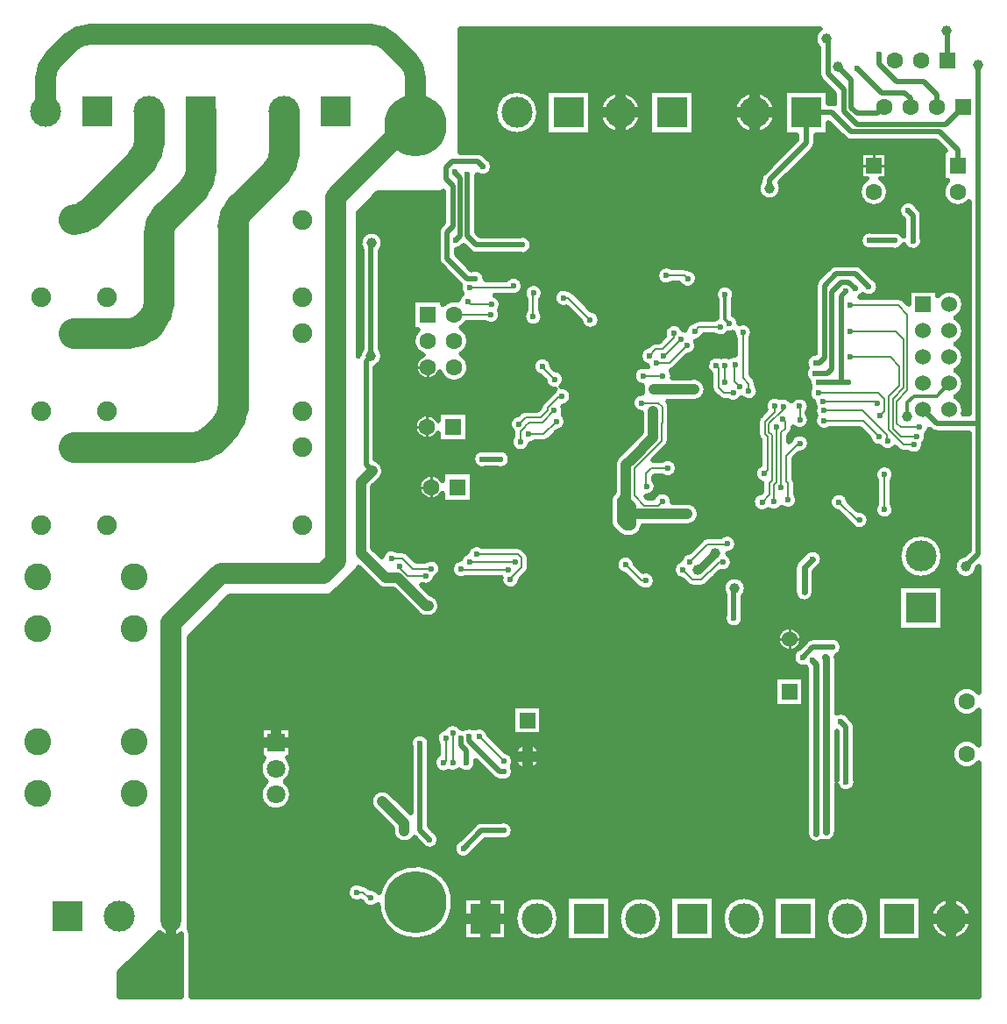
<source format=gbl>
G04*
G04 #@! TF.GenerationSoftware,Altium Limited,Altium Designer,18.1.7 (191)*
G04*
G04 Layer_Physical_Order=2*
G04 Layer_Color=16711680*
%FSLAX24Y24*%
%MOIN*%
G70*
G01*
G75*
%ADD12C,0.0098*%
%ADD13C,0.0079*%
%ADD15C,0.0236*%
%ADD20C,0.0118*%
%ADD21C,0.0197*%
%ADD86C,0.0748*%
%ADD104C,0.0394*%
%ADD105C,0.1181*%
%ADD106C,0.0787*%
%ADD107C,0.0276*%
%ADD108C,0.0315*%
%ADD109C,0.0138*%
%ADD112R,0.0630X0.0630*%
%ADD113C,0.0630*%
%ADD114R,0.0630X0.0630*%
%ADD115C,0.0600*%
%ADD116R,0.0600X0.0600*%
%ADD117C,0.1181*%
%ADD118R,0.1181X0.1181*%
%ADD119C,0.1024*%
%ADD120O,0.0787X0.1181*%
%ADD121R,0.1181X0.1181*%
%ADD122C,0.0709*%
%ADD123R,0.0709X0.0709*%
%ADD124C,0.2362*%
%ADD125C,0.0236*%
%ADD126C,0.0394*%
D12*
X53297Y43278D02*
Y43671D01*
Y43278D02*
X53691D01*
X52904D02*
X53297D01*
X50089Y25268D02*
X50467D01*
X49710D02*
X50089D01*
Y25646D01*
Y24889D02*
Y25268D01*
X36333Y35220D02*
Y35614D01*
X36299Y33346D02*
Y33740D01*
Y32953D02*
Y33346D01*
X36067Y31053D02*
X36461D01*
Y31447D01*
Y30659D02*
Y31053D01*
X35939Y35614D02*
X36333D01*
X35906Y33346D02*
X36299D01*
D13*
X45089Y30344D02*
X45256Y30512D01*
X44577Y30344D02*
X45089D01*
X39537Y38642D02*
X39596Y38701D01*
X37923Y38642D02*
X39537D01*
X41673Y38248D02*
X42510Y37411D01*
X45030Y35778D02*
X45532D01*
X46191Y36437D01*
X45325Y36043D02*
X45955Y36673D01*
X47303Y35679D02*
X47382Y35600D01*
Y34852D02*
X47589Y34646D01*
X48002Y35069D02*
Y35699D01*
X49528Y33914D02*
Y34144D01*
X49154Y33540D02*
X49528Y33914D01*
X49154Y33084D02*
Y33540D01*
Y33084D02*
X49272Y32966D01*
Y31713D02*
Y32966D01*
X49124Y31565D02*
X49272Y31713D01*
X46102Y39094D02*
X46220Y38976D01*
X45404Y39094D02*
X46102D01*
X49852Y34016D02*
Y34114D01*
X49311Y33474D02*
X49852Y34016D01*
X49311Y33150D02*
Y33474D01*
Y33150D02*
X49429Y33031D01*
Y31305D02*
Y33031D01*
X49331Y31207D02*
X49429Y31305D01*
X49331Y30768D02*
Y31207D01*
X49045Y30482D02*
X49331Y30768D01*
X51378Y34321D02*
X53337D01*
X51407Y33957D02*
X52864D01*
X50472Y34124D02*
X50482Y34114D01*
X41496Y38248D02*
X41673D01*
X50482Y33612D02*
Y34114D01*
X49488Y30502D02*
Y31142D01*
X49587Y31240D01*
Y33337D01*
X49823Y33632D02*
X49931Y33524D01*
Y33287D02*
Y33524D01*
X49769Y33125D02*
X49931Y33287D01*
X49769Y31024D02*
Y33125D01*
X50423Y32717D02*
X50482D01*
X49961Y32254D02*
X50423Y32717D01*
X49961Y31260D02*
Y32254D01*
Y31260D02*
X50030Y31191D01*
Y30571D02*
Y31191D01*
X47421Y28199D02*
X47549D01*
X47057Y27835D02*
X47421Y28199D01*
X47037Y27835D02*
X47057D01*
X46742Y27539D02*
X47037Y27835D01*
X46407Y27539D02*
X46742D01*
X46033Y27913D02*
X46407Y27539D01*
X47697Y28878D02*
X47717Y28898D01*
X46968Y28878D02*
X47697D01*
X46299Y28209D02*
X46968Y28878D01*
X44459Y27490D02*
X44616D01*
X43848Y28100D02*
X44459Y27490D01*
X39478Y27539D02*
Y27569D01*
X39902Y27992D01*
Y28356D01*
X39764Y28494D02*
X39902Y28356D01*
X38189Y28494D02*
X39764D01*
X45108Y34252D02*
X45246Y34114D01*
X44468Y34252D02*
X45108D01*
X45246Y33504D02*
Y34114D01*
X45226Y33484D02*
X45246Y33504D01*
X45226Y32812D02*
Y33484D01*
X44193Y31779D02*
X45226Y32812D01*
X44193Y30728D02*
Y31779D01*
Y30728D02*
X44577Y30344D01*
X34951Y28337D02*
X35374D01*
X35758Y27953D01*
X36467D01*
X35276Y27982D02*
X35571Y27687D01*
X35276Y27982D02*
Y28022D01*
X35571Y27687D02*
X36260D01*
X37933Y28209D02*
X39665D01*
X37598Y27933D02*
X37618Y27913D01*
X39409D01*
X44626Y31063D02*
X44646Y31083D01*
X44626Y31555D02*
X44843Y31772D01*
X45453D01*
X39872Y33179D02*
X40039Y33346D01*
Y33356D01*
X40197Y33514D01*
X39803Y33445D02*
X40049Y33691D01*
X40177Y33061D02*
X40738D01*
X39862Y32766D02*
X39872Y32776D01*
X40197Y33514D02*
X40689D01*
X40049Y33691D02*
X40630D01*
X40896Y33957D01*
Y34055D01*
X41339Y34498D01*
X41437D01*
X40344Y38415D02*
X40354Y38425D01*
X40344Y37530D02*
Y38415D01*
X37854Y38100D02*
X37963Y37992D01*
X38760D01*
X37333Y37614D02*
X37339Y37608D01*
X38730D01*
X40689Y35610D02*
Y35640D01*
Y35610D02*
X41152Y35148D01*
X39872Y32776D02*
Y33179D01*
X40689Y33514D02*
X41132Y33957D01*
X40738Y33061D02*
X41220Y33543D01*
X53543Y33770D02*
X53701Y33927D01*
Y34400D01*
X53474Y34626D02*
X53701Y34400D01*
X54262Y34921D02*
Y35650D01*
X54419Y34823D02*
Y36683D01*
X54577Y34724D02*
Y37618D01*
X53858Y34518D02*
X54262Y34921D01*
X53917Y35994D02*
X54262Y35650D01*
X54016Y34419D02*
X54419Y34823D01*
X54114Y36988D02*
X54419Y36683D01*
X54173Y34321D02*
X54577Y34724D01*
X54213Y37982D02*
X54577Y37618D01*
X53337Y34321D02*
X53435Y34222D01*
X53799Y32825D02*
X53819Y32805D01*
X53799Y32825D02*
Y33022D01*
X52864Y33957D02*
X53799Y33022D01*
X53858Y33222D02*
Y34518D01*
Y33222D02*
X54421Y32659D01*
X54816D01*
X52884Y33573D02*
X53494Y32963D01*
X33632Y15640D02*
X33878D01*
X36929Y20561D02*
X37018Y20650D01*
Y21506D01*
X37283Y20571D02*
X37285Y20573D01*
Y21694D01*
X38258Y21594D02*
X38287Y21565D01*
X38258Y21594D02*
Y21604D01*
X52657Y29793D02*
X52746D01*
X51968Y30482D02*
X52657Y29793D01*
X51407Y33573D02*
X52884D01*
X52402Y35994D02*
X53917D01*
X53701Y30197D02*
Y31526D01*
X52392Y36988D02*
X54114D01*
X54016Y33287D02*
Y34419D01*
Y33287D02*
X54321Y32982D01*
X54931D01*
X54173Y33484D02*
Y34321D01*
Y33484D02*
X54331Y33327D01*
X55039D01*
X44626Y31063D02*
Y31555D01*
X38258Y21604D02*
X39232Y20630D01*
X51181Y34626D02*
X53474D01*
X47589Y34646D02*
X47953D01*
X48002Y35069D02*
X48199Y34872D01*
X47382Y34852D02*
Y35600D01*
X47628Y35039D02*
X47630Y35042D01*
Y35671D01*
X48002Y35699D02*
X48012Y35709D01*
X46639Y37132D02*
X47461D01*
X46486Y36978D02*
X46639Y37132D01*
X45689Y36732D02*
Y36900D01*
X45246Y36289D02*
X45689Y36732D01*
X45305Y36043D02*
X45325D01*
X45000Y36289D02*
X45246D01*
X44764Y36053D02*
X45000Y36289D01*
X44764Y36043D02*
Y36053D01*
X44518Y35285D02*
X45276D01*
X52382Y37982D02*
X54213D01*
X48317Y35207D02*
Y36929D01*
Y35207D02*
X48543Y34980D01*
Y34705D02*
Y34980D01*
X33878Y15640D02*
X34085Y15433D01*
X34163D01*
D15*
X50650Y27992D02*
X50974Y28317D01*
X50650Y27057D02*
Y27992D01*
X50955Y24469D02*
X51102Y24321D01*
Y17884D02*
Y24321D01*
D20*
X47638Y37431D02*
X47795Y37274D01*
X47638Y37431D02*
Y38376D01*
D21*
X56110Y42707D02*
G03*
X56912Y41898I376J-429D01*
G01*
X55138Y41388D02*
G03*
X55034Y41639I-354J0D01*
G01*
X55138Y41388D02*
G03*
X55034Y41638I-354J0D01*
G01*
X54942Y41731D02*
G03*
X54429Y41236I-335J-166D01*
G01*
X53868Y42278D02*
G03*
X53558Y42785I-571J0D01*
G01*
X55157Y40413D02*
G03*
X55138Y40533I-374J0D01*
G01*
X54437Y40273D02*
G03*
X55157Y40413I347J140D01*
G01*
X54429Y40590D02*
G03*
X53975Y40778I-335J-167D01*
G01*
Y40069D02*
G03*
X54437Y40273I120J354D01*
G01*
X52180Y44307D02*
G03*
X52431Y44203I251J250D01*
G01*
X52181Y44307D02*
G03*
X52431Y44203I251J251D01*
G01*
X51811Y45629D02*
G03*
X51693Y45650I-118J-334D01*
G01*
X51201Y46772D02*
G03*
X51305Y46521I354J0D01*
G01*
X51201Y46772D02*
G03*
X51305Y46521I354J0D01*
G01*
X51257Y48475D02*
G03*
X51201Y47747I239J-385D01*
G01*
X51811Y45629D02*
G03*
X51693Y45650I-118J-334D01*
G01*
X50979Y43883D02*
G03*
X51083Y44134I-251J251D01*
G01*
X50979Y43883D02*
G03*
X51083Y44134I-250J251D01*
G01*
X53037Y42785D02*
G03*
X53868Y42278I261J-508D01*
G01*
X53260Y40778D02*
G03*
X53260Y40069I-120J-354D01*
G01*
X56414Y37490D02*
G03*
X56727Y37990I-243J500D01*
G01*
D02*
G03*
X55727Y38325I-556J0D01*
G01*
X54421Y38191D02*
G03*
X54213Y38278I-209J-209D01*
G01*
X54421Y38191D02*
G03*
X54213Y38278I-209J-209D01*
G01*
X56727Y36990D02*
G03*
X56414Y37490I-556J0D01*
G01*
Y36490D02*
G03*
X56727Y36990I-243J500D01*
G01*
Y35990D02*
G03*
X56414Y36490I-556J0D01*
G01*
Y35490D02*
G03*
X56727Y35990I-243J500D01*
G01*
Y34990D02*
G03*
X56414Y35490I-556J0D01*
G01*
Y34490D02*
G03*
X56727Y34990I-243J500D01*
G01*
Y33990D02*
G03*
X56414Y34490I-556J0D01*
G01*
X56703Y33829D02*
G03*
X56727Y33990I-532J161D01*
G01*
X55436Y33224D02*
G03*
X55687Y33120I251J251D01*
G01*
X55436Y33224D02*
G03*
X55687Y33120I251J250D01*
G01*
X55298Y33056D02*
G03*
X55406Y33254I-258J270D01*
G01*
X55305Y32982D02*
G03*
X55298Y33056I-374J0D01*
G01*
X55186Y32709D02*
G03*
X55305Y32982I-255J273D01*
G01*
X55190Y32659D02*
G03*
X55186Y32709I-374J0D01*
G01*
X54586Y32364D02*
G03*
X55190Y32659I230J295D01*
G01*
X54213Y32450D02*
G03*
X54421Y32364I209J209D01*
G01*
X54213Y32450D02*
G03*
X54421Y32364I209J209D01*
G01*
X53996Y31296D02*
G03*
X54075Y31526I-295J230D01*
G01*
X52859Y39414D02*
G03*
X52608Y39518I-251J-251D01*
G01*
X52859Y39414D02*
G03*
X52608Y39518I-251J-250D01*
G01*
X53484Y38661D02*
G03*
X53276Y38997I-374J0D01*
G01*
X51870Y39518D02*
G03*
X51620Y39414I0J-354D01*
G01*
X51870Y39518D02*
G03*
X51619Y39414I0J-354D01*
G01*
X52873Y38372D02*
G03*
X53484Y38661I237J289D01*
G01*
X52764Y38278D02*
G03*
X52873Y38372I-185J325D01*
G01*
X51177Y38971D02*
G03*
X51073Y38720I251J-251D01*
G01*
X51177Y38971D02*
G03*
X51073Y38720I250J-251D01*
G01*
X53123Y32916D02*
G03*
X53514Y32589I371J46D01*
G01*
D02*
G03*
X54102Y32561I305J216D01*
G01*
X54075Y31526D02*
G03*
X53406Y31296I-374J0D01*
G01*
X50818Y35081D02*
G03*
X50878Y34845I373J-32D01*
G01*
X51067Y34112D02*
G03*
X51086Y33765I340J-156D01*
G01*
X51005Y34296D02*
G03*
X51067Y34112I373J25D01*
G01*
X51073Y36151D02*
G03*
X50762Y35586I10J-374D01*
G01*
X50878Y34845D02*
G03*
X51005Y34296I303J-219D01*
G01*
X51086Y33765D02*
G03*
X51637Y33278I321J-192D01*
G01*
X49567Y45295D02*
G03*
X49567Y45295I-807J0D01*
G01*
X49080Y42987D02*
G03*
X48976Y42736I251J-251D01*
G01*
X49080Y42987D02*
G03*
X48976Y42736I250J-251D01*
G01*
X49783Y42411D02*
G03*
X49727Y42631I-453J0D01*
G01*
X48976Y42693D02*
G03*
X49783Y42411I354J-282D01*
G01*
X47953Y38174D02*
G03*
X48012Y38376I-315J202D01*
G01*
D02*
G03*
X47323Y38174I-374J0D01*
G01*
X48169Y37274D02*
G03*
X47953Y37613I-374J0D01*
G01*
X48691Y36929D02*
G03*
X48169Y37273I-374J0D01*
G01*
X47323Y37479D02*
G03*
X47231Y37427I138J-348D01*
G01*
X46252Y39349D02*
G03*
X46102Y39390I-150J-255D01*
G01*
X46594Y38976D02*
G03*
X46252Y39349I-374J0D01*
G01*
X46252D02*
G03*
X46102Y39390I-150J-255D01*
G01*
X45891Y38799D02*
G03*
X46594Y38976I329J177D01*
G01*
X46639Y37427D02*
G03*
X46440Y37350I0J-295D01*
G01*
X46639Y37427D02*
G03*
X46440Y37350I0J-295D01*
G01*
X46440D02*
G03*
X46114Y37012I46J-371D01*
G01*
X46036Y37038D02*
G03*
X45331Y36792I-347J-139D01*
G01*
X45633Y39390D02*
G03*
X45633Y38799I-230J-295D01*
G01*
X48612Y36700D02*
G03*
X48691Y36929I-295J230D01*
G01*
X47943Y36930D02*
G03*
X48022Y36700I374J-1D01*
G01*
Y36083D02*
G03*
X47790Y36009I-10J-374D01*
G01*
X50762Y35586D02*
G03*
X50818Y35081I301J-222D01*
G01*
X48917Y34705D02*
G03*
X48839Y34934I-374J0D01*
G01*
Y34980D02*
G03*
X48752Y35189I-295J0D01*
G01*
X48839Y34980D02*
G03*
X48752Y35189I-295J0D01*
G01*
X47756Y36902D02*
G03*
X47943Y36930I40J372D01*
G01*
X47231Y36836D02*
G03*
X47756Y36902I230J295D01*
G01*
X47790Y36009D02*
G03*
X47475Y36011I-159J-338D01*
G01*
D02*
G03*
X47087Y35374I-172J-332D01*
G01*
Y34852D02*
G03*
X47173Y34644I295J0D01*
G01*
X47087Y34852D02*
G03*
X47173Y34644I295J0D01*
G01*
X46919Y34764D02*
G03*
X46787Y35084I-453J0D01*
G01*
X50778Y33908D02*
G03*
X50846Y34124I-305J216D01*
G01*
X50856Y33612D02*
G03*
X50778Y33842I-374J0D01*
G01*
X50846Y34124D02*
G03*
X50159Y34328I-374J0D01*
G01*
D02*
G03*
X49720Y34464I-307J-214D01*
G01*
X50226Y33339D02*
G03*
X50856Y33612I256J273D01*
G01*
X50140Y33079D02*
G03*
X50226Y33287I-209J209D01*
G01*
X50467Y32343D02*
G03*
X50856Y32717I15J374D01*
G01*
X50140Y33079D02*
G03*
X50226Y33287I-209J209D01*
G01*
X50856Y32717D02*
G03*
X50129Y32840I-374J0D01*
G01*
X50325Y31191D02*
G03*
X50256Y31381I-295J0D01*
G01*
X50325Y31191D02*
G03*
X50256Y31381I-295J0D01*
G01*
X48271Y34449D02*
G03*
X48917Y34705I273J256D01*
G01*
X49720Y34464D02*
G03*
X49187Y33990I-193J-320D01*
G01*
X48945Y33748D02*
G03*
X48858Y33540I209J-209D01*
G01*
X47380Y34437D02*
G03*
X47589Y34350I209J209D01*
G01*
X47723D02*
G03*
X48271Y34449I230J295D01*
G01*
X47380Y34437D02*
G03*
X47589Y34350I209J209D01*
G01*
X48858Y33084D02*
G03*
X48945Y32876I295J0D01*
G01*
Y33748D02*
G03*
X48858Y33540I209J-209D01*
G01*
Y33084D02*
G03*
X48945Y32876I295J0D01*
G01*
X48976Y31909D02*
G03*
X49035Y31202I148J-344D01*
G01*
X46524Y36606D02*
G03*
X46832Y36836I-38J372D01*
G01*
X46565Y36437D02*
G03*
X46524Y36606I-374J0D01*
G01*
X46237Y36066D02*
G03*
X46565Y36437I-46J371D01*
G01*
X46767Y35104D02*
G03*
X46315Y35217I-320J-320D01*
G01*
X46767Y35103D02*
G03*
X46315Y35217I-320J-320D01*
G01*
X46447Y34311D02*
G03*
X46919Y34764I20J452D01*
G01*
X46114Y37012D02*
G03*
X46036Y37038I-159J-339D01*
G01*
X45000Y36585D02*
G03*
X44791Y36498I0J-295D01*
G01*
X45000Y36585D02*
G03*
X44791Y36498I0J-295D01*
G01*
X44706Y36413D02*
G03*
X44668Y35682I58J-369D01*
G01*
D02*
G03*
X44692Y35616I362J96D01*
G01*
X44692D02*
G03*
X44494Y34912I-174J-331D01*
G01*
X45590Y35488D02*
G03*
X45740Y35569I-58J289D01*
G01*
X45590Y35488D02*
G03*
X45740Y35569I-58J289D01*
G01*
X45650Y35285D02*
G03*
X45590Y35488I-374J0D01*
G01*
X45643Y35217D02*
G03*
X45650Y35285I-368J69D01*
G01*
X44494Y34912D02*
G03*
X44490Y34625I428J-148D01*
G01*
X44494Y34912D02*
G03*
X44490Y34625I428J-148D01*
G01*
X45541Y34114D02*
G03*
X45466Y34311I-295J0D01*
G01*
X45541Y34114D02*
G03*
X45466Y34311I-295J0D01*
G01*
X44490Y34625D02*
G03*
X44459Y33878I-22J-373D01*
G01*
X45827Y31772D02*
G03*
X45223Y32067I-374J0D01*
G01*
Y31476D02*
G03*
X45827Y31772I230J295D01*
G01*
X45522Y33398D02*
G03*
X45541Y33504I-276J106D01*
G01*
X45522Y33398D02*
G03*
X45541Y33504I-276J106D01*
G01*
X45435Y32604D02*
G03*
X45522Y32812I-209J209D01*
G01*
X45435Y32604D02*
G03*
X45522Y32812I-209J209D01*
G01*
X45020Y31083D02*
G03*
X44921Y31336I-374J0D01*
G01*
X56740Y28472D02*
G03*
X57241Y27970I51J-450D01*
G01*
X55935Y28425D02*
G03*
X55935Y28425I-846J0D01*
G01*
X54075Y30197D02*
G03*
X53996Y30426I-374J0D01*
G01*
X53406D02*
G03*
X54075Y30197I295J-230D01*
G01*
X52340Y30529D02*
G03*
X51922Y30111I-371J-46D01*
G01*
X53120Y29793D02*
G03*
X52703Y30165I-374J0D01*
G01*
X52416Y29617D02*
G03*
X53120Y29793I330J176D01*
G01*
X52096Y24970D02*
G03*
X51603Y25325I-374J0D01*
G01*
X57293Y23238D02*
G03*
X57293Y22569I-463J-334D01*
G01*
Y21238D02*
G03*
X57293Y20569I-463J-334D01*
G01*
X57037Y14646D02*
G03*
X57037Y14646I-807J0D01*
G01*
X52378Y22292D02*
G03*
X51880Y22463I-335J-166D01*
G01*
X51870Y24627D02*
G03*
X52096Y24970I-147J344D01*
G01*
X51880Y24537D02*
G03*
X51870Y24627I-394J0D01*
G01*
X51880Y24537D02*
G03*
X51870Y24627I-394J0D01*
G01*
X52598Y21924D02*
G03*
X52494Y22175I-354J0D01*
G01*
X52598Y21924D02*
G03*
X52495Y22175I-354J0D01*
G01*
X52618Y19833D02*
G03*
X52598Y19952I-374J0D01*
G01*
X51890D02*
G03*
X51880Y19918I354J-120D01*
G01*
Y19747D02*
G03*
X52618Y19833I364J85D01*
G01*
X53140Y14646D02*
G03*
X53140Y14646I-846J0D01*
G01*
X49791Y30283D02*
G03*
X50404Y30571I238J288D01*
G01*
D02*
G03*
X50325Y30800I-374J0D01*
G01*
X51348Y28317D02*
G03*
X50710Y28581I-374J0D01*
G01*
X51348Y28317D02*
G03*
X50710Y28581I-374J0D01*
G01*
X51239Y28052D02*
G03*
X51348Y28317I-264J264D01*
G01*
X51239Y28052D02*
G03*
X51348Y28317I-264J264D01*
G01*
X48999Y30853D02*
G03*
X49280Y30191I46J-371D01*
G01*
D02*
G03*
X49791Y30283I208J311D01*
G01*
X50385Y28257D02*
G03*
X50276Y27992I264J-264D01*
G01*
X50385Y28257D02*
G03*
X50276Y27992I264J-264D01*
G01*
X47734Y28524D02*
G03*
X48091Y28898I-17J374D01*
G01*
D02*
G03*
X47464Y29173I-374J0D01*
G01*
X47923Y28199D02*
G03*
X47734Y28524I-374J0D01*
G01*
X47473Y27833D02*
G03*
X47923Y28199I76J366D01*
G01*
X48455Y27205D02*
G03*
X47618Y26965I-453J0D01*
G01*
X48327Y26889D02*
G03*
X48455Y27205I-325J315D01*
G01*
X47193Y27572D02*
G03*
X47266Y27626I-136J262D01*
G01*
X47193Y27572D02*
G03*
X47266Y27626I-136J262D01*
G01*
X46663Y30030D02*
G03*
X46211Y30482I-453J0D01*
G01*
X46968Y29173D02*
G03*
X46760Y29087I0J-295D01*
G01*
X46968Y29173D02*
G03*
X46760Y29087I0J-295D01*
G01*
X46211Y29577D02*
G03*
X46663Y30030I0J453D01*
G01*
X46253Y28580D02*
G03*
X45931Y28273I46J-371D01*
G01*
X45630Y30512D02*
G03*
X44904Y30640I-374J0D01*
G01*
X44630Y30709D02*
G03*
X45020Y31083I16J374D01*
G01*
X44414Y29346D02*
G03*
X44517Y29577I-250J251D01*
G01*
X44414Y29346D02*
G03*
X44517Y29577I-251J251D01*
G01*
X44065Y29144D02*
G03*
X44316Y29247I0J354D01*
G01*
X44065Y29144D02*
G03*
X44316Y29248I0J354D01*
G01*
X45931Y28273D02*
G03*
X45987Y27542I103J-360D01*
G01*
X46742Y27244D02*
G03*
X46951Y27331I0J295D01*
G01*
X46742Y27244D02*
G03*
X46951Y27331I0J295D01*
G01*
X46199D02*
G03*
X46407Y27244I209J209D01*
G01*
X46199Y27331D02*
G03*
X46407Y27244I209J209D01*
G01*
X44990Y27490D02*
G03*
X44516Y27850I-374J0D01*
G01*
X44370Y27208D02*
G03*
X44990Y27490I246J282D01*
G01*
X44250Y27281D02*
G03*
X44370Y27208I209J209D01*
G01*
X44250Y27281D02*
G03*
X44370Y27208I209J209D01*
G01*
X50974Y25325D02*
G03*
X50724Y25221I0J-354D01*
G01*
X50974Y25325D02*
G03*
X50724Y25221I0J-354D01*
G01*
X50276Y27057D02*
G03*
X51024Y27057I374J0D01*
G01*
X50276D02*
G03*
X51024Y27057I374J0D01*
G01*
X51325Y17584D02*
G03*
X51880Y17943I161J359D01*
G01*
X50728Y17884D02*
G03*
X51325Y17584I374J0D01*
G01*
X50728Y17884D02*
G03*
X51325Y17584I374J0D01*
G01*
X50393Y24900D02*
G03*
X50566Y25268I-304J367D01*
G01*
X50336Y24860D02*
G03*
X50679Y24216I244J-283D01*
G01*
X50566Y25268D02*
G03*
X50336Y24860I-477J0D01*
G01*
X48346Y26063D02*
G03*
X48327Y26183I-374J0D01*
G01*
X47618D02*
G03*
X48346Y26063I354J-120D01*
G01*
X49203Y14646D02*
G03*
X49203Y14646I-846J0D01*
G01*
X44459Y45295D02*
G03*
X44459Y45295I-807J0D01*
G01*
X41882Y38457D02*
G03*
X41733Y38537I-209J-209D01*
G01*
X41882Y38457D02*
G03*
X41733Y38537I-209J-209D01*
G01*
D02*
G03*
X41611Y37892I-237J-289D01*
G01*
X40640Y38184D02*
G03*
X40728Y38425I-285J242D01*
G01*
X40561Y45295D02*
G03*
X40561Y45295I-846J0D01*
G01*
X40305Y40256D02*
G03*
X39811Y40610I-374J0D01*
G01*
Y39902D02*
G03*
X40305Y40256I120J354D01*
G01*
X40728Y38425D02*
G03*
X40049Y38209I-374J0D01*
G01*
X39970Y38701D02*
G03*
X39306Y38937I-374J0D01*
G01*
X39477Y38346D02*
G03*
X39970Y38701I120J354D01*
G01*
X42884Y37411D02*
G03*
X42556Y37783I-374J0D01*
G01*
X42139Y37365D02*
G03*
X42884Y37411I371J46D01*
G01*
X40718Y37530D02*
G03*
X40640Y37759I-374J0D01*
G01*
X41526Y35148D02*
G03*
X41198Y35519I-374J0D01*
G01*
X41403Y34870D02*
G03*
X41526Y35148I-251J277D01*
G01*
X40780Y35101D02*
G03*
X41186Y34775I371J46D01*
G01*
X41063Y35654D02*
G03*
X40607Y35275I-374J-14D01*
G01*
X43598Y29247D02*
G03*
X43848Y29144I251J251D01*
G01*
X43598Y29248D02*
G03*
X43848Y29144I251J250D01*
G01*
X43558Y32230D02*
G03*
X43425Y31909I320J-320D01*
G01*
X43558Y32230D02*
G03*
X43425Y31909I320J-320D01*
G01*
X41186Y34775D02*
G03*
X41120Y34696I251J-277D01*
G01*
X41466Y34125D02*
G03*
X41811Y34498I-29J373D01*
G01*
D02*
G03*
X41403Y34870I-374J0D01*
G01*
X40687Y34263D02*
G03*
X40602Y34080I209J-209D01*
G01*
X40687Y34263D02*
G03*
X40602Y34080I209J-209D01*
G01*
X43362Y30802D02*
G03*
X43258Y30551I250J-251D01*
G01*
X43362Y30802D02*
G03*
X43258Y30551I251J-251D01*
G01*
Y29734D02*
G03*
X43362Y29483I354J0D01*
G01*
X43258Y29734D02*
G03*
X43362Y29484I354J0D01*
G01*
X41594Y33543D02*
G03*
X41478Y33815I-374J0D01*
G01*
D02*
G03*
X41506Y33957I-346J142D01*
G01*
X41267Y33172D02*
G03*
X41594Y33543I-46J371D01*
G01*
X41506Y33957D02*
G03*
X41466Y34125I-374J0D01*
G01*
X40738Y32766D02*
G03*
X40947Y32852I0J295D01*
G01*
X40738Y32766D02*
G03*
X40947Y32852I0J295D01*
G01*
X40049Y37759D02*
G03*
X40718Y37530I295J-230D01*
G01*
X40049Y33986D02*
G03*
X39840Y33900I0J-295D01*
G01*
X40049Y33986D02*
G03*
X39840Y33900I0J-295D01*
G01*
X39757Y33816D02*
G03*
X39577Y33147I46J-371D01*
G01*
X40229Y32691D02*
G03*
X40407Y32766I-51J370D01*
G01*
X39577Y33007D02*
G03*
X40229Y32691I285J-242D01*
G01*
X39973Y28703D02*
G03*
X39764Y28789I-209J-209D01*
G01*
X39973Y28703D02*
G03*
X39764Y28789I-209J-209D01*
G01*
X38799Y43238D02*
G03*
X38591Y43573I-374J0D01*
G01*
X38489Y43676D02*
G03*
X38238Y43780I-251J-251D01*
G01*
X38489Y43675D02*
G03*
X38238Y43780I-251J-250D01*
G01*
X38209Y42933D02*
G03*
X38799Y43238I217J305D01*
G01*
X38189Y42823D02*
G03*
X38209Y42933I-354J120D01*
G01*
X39065Y37776D02*
G03*
X39134Y37992I-305J217D01*
G01*
X38514Y38967D02*
G03*
X38020Y39321I-374J0D01*
G01*
X39134Y37992D02*
G03*
X38880Y38346I-374J0D01*
G01*
X37918Y40006D02*
G03*
X38169Y39902I251J250D01*
G01*
X37919Y40005D02*
G03*
X38169Y39902I251J251D01*
G01*
X37421Y40080D02*
G03*
X37693Y40231I-30J373D01*
G01*
X37564Y38746D02*
G03*
X37635Y38403I359J-104D01*
G01*
D02*
G03*
X37486Y38164I219J-303D01*
G01*
X37486D02*
G03*
X36904Y37991I-153J-550D01*
G01*
X36817Y40989D02*
G03*
X36713Y40738I250J-251D01*
G01*
X36816Y40989D02*
G03*
X36713Y40738I251J-251D01*
G01*
Y39744D02*
G03*
X36816Y39494I354J0D01*
G01*
X36713Y39744D02*
G03*
X36817Y39493I354J0D01*
G01*
X34646Y40335D02*
G03*
X33819Y40079I-453J0D01*
G01*
X34528Y40030D02*
G03*
X34646Y40335I-335J305D01*
G01*
X39104Y37608D02*
G03*
X39065Y37776I-374J0D01*
G01*
X38501Y37313D02*
G03*
X39104Y37608I230J295D01*
G01*
X37608Y37114D02*
G03*
X37818Y37313I-275J500D01*
G01*
X37904Y36614D02*
G03*
X37608Y37114I-571J0D01*
G01*
Y36114D02*
G03*
X37904Y36614I-275J500D01*
G01*
Y35614D02*
G03*
X37608Y36114I-571J0D01*
G01*
X36791Y35434D02*
G03*
X37904Y35614I542J180D01*
G01*
X39478Y32116D02*
G03*
X38985Y32470I-374J0D01*
G01*
Y31762D02*
G03*
X39478Y32116I120J354D01*
G01*
X38525Y32470D02*
G03*
X38525Y31762I-120J-354D01*
G01*
X38419Y28789D02*
G03*
X37822Y28566I-230J-295D01*
G01*
X35956Y37043D02*
G03*
X36153Y36072I376J-429D01*
G01*
D02*
G03*
X36791Y35434I180J-458D01*
G01*
X34626Y36033D02*
G03*
X34528Y36315I-453J0D01*
G01*
X34341Y35613D02*
G03*
X34626Y36033I-167J421D01*
G01*
X33819Y36315D02*
G03*
X33723Y36084I354J-282D01*
G01*
D02*
G03*
X33681Y36027I263J-238D01*
G01*
X33723Y36084D02*
G03*
X33681Y36027I263J-238D01*
G01*
X36728Y33587D02*
G03*
X36728Y33106I-429J-241D01*
G01*
X36890Y31294D02*
G03*
X36890Y30812I-429J-241D01*
G01*
X34533Y31353D02*
G03*
X34665Y31673I-320J320D01*
G01*
X34665D02*
G03*
X34341Y32108I-453J0D01*
G01*
X34665Y31673D02*
G03*
X34341Y32108I-453J0D01*
G01*
X35583Y28545D02*
G03*
X35374Y28632I-209J-209D01*
G01*
X35583Y28545D02*
G03*
X35374Y28632I-209J-209D01*
G01*
X34532Y31352D02*
G03*
X34665Y31673I-319J321D01*
G01*
X35180Y28632D02*
G03*
X34582Y28401I-230J-295D01*
G01*
X44220Y28147D02*
G03*
X43802Y27729I-371J-46D01*
G01*
X40197Y28356D02*
G03*
X40110Y28565I-295J0D01*
G01*
X40197Y28356D02*
G03*
X40110Y28565I-295J0D01*
G01*
Y27783D02*
G03*
X40197Y27992I-209J209D01*
G01*
X40110Y27783D02*
G03*
X40197Y27992I-209J209D01*
G01*
X40635Y20807D02*
G03*
X40635Y20807I-517J0D01*
G01*
X39113Y27618D02*
G03*
X39852Y27525I366J-79D01*
G01*
X37822Y28566D02*
G03*
X37572Y28306I111J-357D01*
G01*
X37572Y28306D02*
G03*
X37800Y27618I26J-373D01*
G01*
X39606Y20630D02*
G03*
X39279Y21001I-374J0D01*
G01*
X39545Y20425D02*
G03*
X39606Y20630I-313J205D01*
G01*
X39596Y20236D02*
G03*
X39545Y20425I-374J0D01*
G01*
X39103Y19882D02*
G03*
X39596Y20236I120J354D01*
G01*
X38657Y21623D02*
G03*
X38095Y21886I-369J-58D01*
G01*
X38169Y20561D02*
G03*
X38158Y20652I-374J0D01*
G01*
X38095Y21886D02*
G03*
X37904Y21939I-192J-321D01*
G01*
X37534Y20293D02*
G03*
X38169Y20561I261J268D01*
G01*
X37904Y21939D02*
G03*
X37692Y21874I0J-374D01*
G01*
X39587Y17992D02*
G03*
X39093Y18346I-374J0D01*
G01*
Y17638D02*
G03*
X39587Y17992I120J354D01*
G01*
X45266Y14646D02*
G03*
X45266Y14646I-846J0D01*
G01*
X41329D02*
G03*
X41329Y14646I-846J0D01*
G01*
X38824Y19986D02*
G03*
X39075Y19882I251J251D01*
G01*
X38824Y19986D02*
G03*
X39075Y19882I251J250D01*
G01*
X38366Y18346D02*
G03*
X38116Y18243I0J-354D01*
G01*
X38366Y18346D02*
G03*
X38115Y18242I0J-354D01*
G01*
X37521Y17648D02*
G03*
X38022Y17147I166J-335D01*
G01*
X36627Y27615D02*
G03*
X36841Y27953I-160J338D01*
G01*
D02*
G03*
X36237Y28248I-374J0D01*
G01*
X37604Y21890D02*
G03*
X36958Y21875I-318J-196D01*
G01*
X36107Y27346D02*
G03*
X36627Y27615I153J341D01*
G01*
X36801Y26545D02*
G03*
X36472Y26981I-453J0D01*
G01*
X36347Y26093D02*
G03*
X36801Y26545I1J453D01*
G01*
X36801D02*
G03*
X36472Y26981I-453J0D01*
G01*
X36348Y26093D02*
G03*
X36801Y26545I0J453D01*
G01*
X35947Y26225D02*
G03*
X36267Y26093I320J320D01*
G01*
X35947Y26225D02*
G03*
X36267Y26093I320J320D01*
G01*
X34414Y27288D02*
G03*
X34734Y27156I320J320D01*
G01*
X34414Y27288D02*
G03*
X34734Y27156I320J320D01*
G01*
X37692Y21874D02*
G03*
X37604Y21890I-112J-357D01*
G01*
X36958Y21875D02*
G03*
X36722Y21276I60J-369D01*
G01*
X36407Y21309D02*
G03*
X35679Y21189I-374J0D01*
G01*
X36388D02*
G03*
X36407Y21309I-354J120D01*
G01*
X36722Y20873D02*
G03*
X37115Y20237I207J-312D01*
G01*
X31161Y20344D02*
G03*
X31000Y20758I-610J0D01*
G01*
X30102D02*
G03*
X30190Y19852I449J-413D01*
G01*
X37115Y20237D02*
G03*
X37534Y20293I168J334D01*
G01*
X36772Y17648D02*
G03*
X36564Y17983I-374J0D01*
G01*
X36062Y17482D02*
G03*
X36772Y17648I335J166D01*
G01*
X34927Y19414D02*
G03*
X34287Y18774I-321J-319D01*
G01*
X34926Y19415D02*
G03*
X34286Y18774I-320J-320D01*
G01*
X34990Y17972D02*
G03*
X35821Y17723I453J0D01*
G01*
X34990Y17973D02*
G03*
X35821Y17723I453J-1D01*
G01*
X37308Y15267D02*
G03*
X34481Y15630I-1437J0D01*
G01*
X34437Y15178D02*
G03*
X37308Y15267I1434J88D01*
G01*
X34481Y15630D02*
G03*
X34130Y15806I-318J-197D01*
G01*
X30912Y19852D02*
G03*
X31161Y20344I-361J492D01*
G01*
X30190Y19852D02*
G03*
X31161Y19360I361J-492D01*
G01*
D02*
G03*
X30912Y19852I-610J0D01*
G01*
X34087Y15849D02*
G03*
X33878Y15935I-209J-209D01*
G01*
X34087Y15849D02*
G03*
X33878Y15935I-209J-209D01*
G01*
X33824Y15276D02*
G03*
X34437Y15178I340J157D01*
G01*
X33861Y15935D02*
G03*
X33796Y15304I-230J-295D01*
G01*
X27323Y14061D02*
G03*
X27264Y14257I-354J0D01*
G01*
X27323Y14061D02*
G03*
X27264Y14257I-354J0D01*
G01*
X43904Y30669D02*
G03*
X43984Y30520I289J59D01*
G01*
X43904Y30669D02*
G03*
X43984Y30520I289J59D01*
G01*
X26124Y14116D02*
G03*
X26969Y14061I451J411D01*
G01*
X55915Y43848D02*
X56015D01*
X55660Y44203D02*
X56015Y43848D01*
X55915Y42707D02*
X56110D01*
X55984Y43848D02*
Y43879D01*
X55915Y42707D02*
Y43848D01*
X56063Y42661D02*
Y42707D01*
X55984Y42549D02*
Y42707D01*
X53862Y42362D02*
X55922D01*
X53868Y42283D02*
X55915D01*
X53789Y42835D02*
X55915D01*
X53789Y42913D02*
X55915D01*
X53609Y42756D02*
X55915D01*
X53789Y43071D02*
X55915D01*
X53789Y42992D02*
X55915D01*
X53705Y42677D02*
X56078D01*
X53769Y42598D02*
X56014D01*
X53814Y42520D02*
X55969D01*
X53844Y42441D02*
X55939D01*
X55137Y41417D02*
X56912D01*
X55121Y41496D02*
X56912D01*
X55138Y41339D02*
X56912D01*
X56815Y41811D02*
X56912D01*
X56655Y41732D02*
X56912D01*
X55138Y41024D02*
X56912D01*
X55138Y41102D02*
X56912D01*
X55138Y40945D02*
X56912D01*
X55138Y41260D02*
X56912D01*
X55138Y41181D02*
X56912D01*
X53820Y42047D02*
X55964D01*
X53777Y41968D02*
X56006D01*
X54792Y41890D02*
X56067D01*
X53863Y42205D02*
X55920D01*
X53848Y42126D02*
X55936D01*
X55019Y41653D02*
X56912D01*
X55084Y41575D02*
X56912D01*
X54888Y41811D02*
X56157D01*
X54941Y41732D02*
X56317D01*
X54724Y41920D02*
Y44203D01*
X54646Y41937D02*
Y44203D01*
X54803Y41883D02*
Y44203D01*
X54488Y41920D02*
Y44203D01*
X54567Y41937D02*
Y44203D01*
X55039Y41633D02*
Y44203D01*
X54961Y41712D02*
Y44203D01*
X55118Y41505D02*
Y44203D01*
X54409Y41883D02*
Y44203D01*
X54882Y41818D02*
Y44203D01*
X53779Y43770D02*
Y44203D01*
X53701Y43770D02*
Y44203D01*
X53789Y43701D02*
X55915D01*
X53543Y43770D02*
Y44203D01*
X53622Y43770D02*
Y44203D01*
X54252Y41684D02*
Y44203D01*
X54331Y41818D02*
Y44203D01*
X53858Y42384D02*
Y44203D01*
X53789Y42785D02*
Y43770D01*
Y43228D02*
X55915D01*
X53789Y43307D02*
X55915D01*
X53789Y43150D02*
X55915D01*
X53789Y43543D02*
X55915D01*
X53789Y43386D02*
X55915D01*
X54942Y41731D02*
X55034Y41639D01*
X53789Y43464D02*
X55915D01*
X53789Y43622D02*
X55915D01*
X53558Y42785D02*
X53789D01*
X53622Y42747D02*
Y42785D01*
X53701Y42681D02*
Y42785D01*
X53716Y41890D02*
X54421D01*
X53626Y41811D02*
X54325D01*
X53779Y42583D02*
Y42785D01*
X56220Y38544D02*
Y41772D01*
X56142Y38545D02*
Y41822D01*
X56299Y38531D02*
Y41738D01*
X55984Y38514D02*
Y42006D01*
X56063Y38535D02*
Y41895D01*
X56912Y33829D02*
Y41898D01*
X56850Y33829D02*
Y41838D01*
X56772Y33829D02*
Y41783D01*
X55905Y38478D02*
Y43958D01*
X56693Y38183D02*
Y41745D01*
X55590Y38546D02*
Y44203D01*
X55512Y38546D02*
Y44203D01*
X55669Y38546D02*
Y44194D01*
X55197Y38546D02*
Y44203D01*
X55433Y38546D02*
Y44203D01*
X55748Y38350D02*
Y44115D01*
X55827Y38426D02*
Y44036D01*
X55275Y38546D02*
Y44203D01*
X55354Y38546D02*
Y44203D01*
X55157Y40394D02*
X56912D01*
X55153Y40472D02*
X56912D01*
X55144Y40315D02*
X56912D01*
X55138Y40866D02*
X56912D01*
X55138Y40787D02*
X56912D01*
X56614Y38326D02*
Y41721D01*
X56535Y38410D02*
Y41709D01*
X56378Y38506D02*
Y41717D01*
X56457Y38467D02*
Y41707D01*
X55138Y40630D02*
X56912D01*
X55138Y40709D02*
X56912D01*
X55138Y40551D02*
X56912D01*
X55138Y40533D02*
Y41388D01*
X55113Y40236D02*
X56912D01*
X55056Y40157D02*
X56912D01*
X54951Y40079D02*
X56912D01*
X54331Y40713D02*
Y41312D01*
X54252Y40762D02*
Y41446D01*
X54180Y40787D02*
X54429D01*
X54094Y40797D02*
Y44203D01*
X54173Y40789D02*
Y44203D01*
X55118Y38546D02*
Y40246D01*
X54336Y40709D02*
X54429D01*
X54418Y40236D02*
X54454D01*
X54409Y40625D02*
Y41247D01*
X54429Y40590D02*
Y41236D01*
X54016Y40789D02*
Y44203D01*
X53937Y40778D02*
Y44203D01*
X53858Y40778D02*
Y42171D01*
X53779Y40778D02*
Y41972D01*
X53543Y40778D02*
Y41762D01*
X53701Y40778D02*
Y41874D01*
X53622Y40778D02*
Y41808D01*
X55039Y38546D02*
Y40140D01*
X54961Y38546D02*
Y40084D01*
X54882Y38546D02*
Y40052D01*
X54357Y40157D02*
X54511D01*
X54646Y38546D02*
Y40066D01*
X54488Y38124D02*
Y40184D01*
X54567Y38046D02*
Y40108D01*
X54409Y38202D02*
Y40222D01*
X54331Y38253D02*
Y40133D01*
X54240Y40079D02*
X54616D01*
X54173Y38278D02*
Y40058D01*
X54016Y38278D02*
Y40058D01*
X53701Y38278D02*
Y40069D01*
X53937Y38278D02*
Y40069D01*
X54252Y38275D02*
Y40084D01*
X53858Y38278D02*
Y40069D01*
X53622Y38278D02*
Y40069D01*
X53779Y38278D02*
Y40069D01*
X53071Y43770D02*
Y44203D01*
X52431D02*
X55660D01*
X51811Y45629D02*
Y46015D01*
X53386Y43770D02*
Y44203D01*
X53307Y43770D02*
Y44203D01*
X53464Y43770D02*
Y44203D01*
X53149Y43770D02*
Y44203D01*
X53228Y43770D02*
Y44203D01*
X51575Y44567D02*
X51920D01*
X51575Y44646D02*
X51842D01*
X51575Y44488D02*
X51999D01*
X51575Y45669D02*
X51811D01*
X51575Y44912D02*
X52180Y44307D01*
X51083Y44252D02*
X52251D01*
X51083Y44409D02*
X52078D01*
X51083Y44331D02*
X52156D01*
X51083Y44173D02*
X55690D01*
X51080Y44094D02*
X55769D01*
X52805Y43770D02*
X53789D01*
X52913D02*
Y44203D01*
X52992Y43770D02*
Y44203D01*
X52835Y43770D02*
Y44203D01*
X51023Y43937D02*
X55926D01*
X50954Y43858D02*
X56005D01*
X50875Y43779D02*
X55915D01*
X51062Y44016D02*
X55847D01*
X50796Y43701D02*
X52805D01*
X50560Y43464D02*
X52805D01*
X50481Y43386D02*
X52805D01*
X50718Y43622D02*
X52805D01*
X50639Y43543D02*
X52805D01*
X51496Y46142D02*
Y46330D01*
X51417Y46142D02*
Y46408D01*
X51575Y46142D02*
Y46251D01*
X51201Y46772D02*
Y47747D01*
X51653Y45650D02*
Y46172D01*
X51305Y46521D02*
X51811Y46015D01*
X51575Y45650D02*
Y46142D01*
X51260D02*
Y46576D01*
X51338Y46142D02*
Y46487D01*
X49882Y46142D02*
X51575D01*
X51102Y48314D02*
Y48475D01*
X51181Y48416D02*
Y48475D01*
X51102Y46142D02*
Y47867D01*
X51181Y46142D02*
Y47765D01*
X50945Y46142D02*
Y48475D01*
X51024Y46142D02*
Y48475D01*
X51575Y45905D02*
X51811D01*
X51575Y45984D02*
X51811D01*
X51575Y45827D02*
X51811D01*
X51575Y46142D02*
X51684D01*
X51575Y46063D02*
X51763D01*
X51575Y45748D02*
X51811D01*
X51732Y45647D02*
Y46093D01*
X51811Y45629D02*
Y46015D01*
X51575Y44803D02*
X51684D01*
X51575Y45650D02*
X51693D01*
X51575Y44724D02*
X51763D01*
X51575Y44449D02*
Y44912D01*
Y44882D02*
X51605D01*
X51083Y44134D02*
Y44449D01*
X51575D01*
X52913Y42700D02*
Y42785D01*
X52805D02*
X53037D01*
X53466Y41732D02*
X54272D01*
X52805Y42785D02*
Y43770D01*
X52835Y42612D02*
Y42785D01*
X53071Y40791D02*
Y41754D01*
X52992Y40767D02*
Y41795D01*
X53464Y40778D02*
Y41732D01*
X52835Y40639D02*
Y41943D01*
X52913Y40721D02*
Y41855D01*
X50009Y42913D02*
X52805D01*
X49930Y42835D02*
X52805D01*
X49851Y42756D02*
X52986D01*
X50403Y43307D02*
X52805D01*
X50324Y43228D02*
X52805D01*
X49773Y42677D02*
X52889D01*
X49743Y42598D02*
X52825D01*
X49424Y41968D02*
X52817D01*
X53386Y40778D02*
Y41714D01*
X53260Y40778D02*
X53975D01*
X53260Y40069D02*
X53975D01*
X53228Y40787D02*
Y41711D01*
X53307Y40778D02*
Y41707D01*
X53464Y38781D02*
Y40069D01*
X53543Y38278D02*
Y40069D01*
X53307Y38979D02*
Y40069D01*
X53386Y38914D02*
Y40069D01*
X53149Y40797D02*
Y41726D01*
X53225Y40787D02*
X54009D01*
X52835Y39436D02*
Y40207D01*
X52913Y39359D02*
Y40126D01*
X53228Y39045D02*
Y40060D01*
X53149Y39123D02*
Y40049D01*
X52992Y39281D02*
Y40080D01*
X53071Y39202D02*
Y40056D01*
X52520Y39518D02*
Y44203D01*
X52362Y39518D02*
Y44210D01*
X52756Y42458D02*
Y44203D01*
X52205Y39518D02*
Y44285D01*
X52283Y39518D02*
Y44235D01*
X52047Y39518D02*
Y44440D01*
X51968Y39518D02*
Y44519D01*
X52126Y39518D02*
Y44361D01*
X51811Y39513D02*
Y44676D01*
X51890Y39518D02*
Y44597D01*
X51732Y39490D02*
Y44755D01*
X51653Y39444D02*
Y44834D01*
X51575Y39369D02*
Y44449D01*
X51417Y39212D02*
Y44449D01*
X51496Y39290D02*
Y44449D01*
X51260Y39054D02*
Y44449D01*
X51338Y39133D02*
Y44449D01*
X51102Y38862D02*
Y44449D01*
X51181Y38975D02*
Y44449D01*
X52677Y39511D02*
Y44203D01*
X50245Y43150D02*
X52805D01*
X50166Y43071D02*
X52805D01*
X52441Y39518D02*
Y44203D01*
X52598Y39518D02*
Y44203D01*
X51024Y36147D02*
Y43938D01*
X52756Y39486D02*
Y42097D01*
X50945Y36125D02*
Y43849D01*
X50866Y36082D02*
Y43770D01*
X50088Y42992D02*
X52805D01*
X49770Y42520D02*
X52780D01*
X49783Y42441D02*
X52750D01*
X49727Y42631D02*
X50979Y43883D01*
X49781Y42362D02*
X52733D01*
X49682Y42126D02*
X52747D01*
X49600Y42047D02*
X52775D01*
X49765Y42283D02*
X52726D01*
X49733Y42205D02*
X52731D01*
X56726Y37953D02*
X56912D01*
X56726Y38031D02*
X56912D01*
X56715Y37874D02*
X56912D01*
X56690Y38189D02*
X56912D01*
X56714Y38110D02*
X56912D01*
X56699Y37165D02*
X56912D01*
X56666Y37244D02*
X56912D01*
X56719Y37087D02*
X56912D01*
X56692Y37795D02*
X56912D01*
X56655Y37716D02*
X56912D01*
X56653Y38268D02*
X56912D01*
X56598Y38346D02*
X56912D01*
X56601Y37638D02*
X56912D01*
X56384Y38504D02*
X56912D01*
X56517Y38425D02*
X56912D01*
X56545Y37401D02*
X56912D01*
X56617Y37323D02*
X56912D01*
X56522Y37559D02*
X56912D01*
X56434Y37480D02*
X56912D01*
X56709Y36850D02*
X56912D01*
X56682Y36772D02*
X56912D01*
X56722Y36063D02*
X56912D01*
X56727Y37008D02*
X56912D01*
X56724Y36929D02*
X56912D01*
X56703Y35827D02*
X56912D01*
X56672Y35748D02*
X56912D01*
X56727Y35984D02*
X56912D01*
X56721Y35905D02*
X56912D01*
X56625Y35669D02*
X56912D01*
X56491Y36535D02*
X56912D01*
X56558Y35590D02*
X56912D01*
X56641Y36693D02*
X56912D01*
X56581Y36614D02*
X56912D01*
X56591Y35354D02*
X56912D01*
X56648Y35276D02*
X56912D01*
X56454Y35512D02*
X56912D01*
X56507Y35433D02*
X56912D01*
X55727Y38504D02*
X55959D01*
X55727Y38325D02*
Y38546D01*
Y38425D02*
X55825D01*
X54724Y38546D02*
Y40044D01*
X54803Y38546D02*
Y40040D01*
X56693Y37183D02*
Y37798D01*
X54615Y37997D02*
Y38546D01*
X56614Y37326D02*
Y37654D01*
X54615Y38546D02*
X55727D01*
X54288Y38268D02*
X54615D01*
X54094Y38278D02*
Y40049D01*
X54421Y38191D02*
X54615Y37997D01*
X54581Y38031D02*
X54615D01*
X54424Y38189D02*
X54615D01*
X54502Y38110D02*
X54615D01*
X56633Y36299D02*
X56912D01*
X56570Y36378D02*
X56912D01*
X56677Y36220D02*
X56912D01*
X56614Y36326D02*
Y36654D01*
X56535Y36410D02*
Y36570D01*
X56693Y36183D02*
Y36798D01*
X56706Y36142D02*
X56912D01*
X56614Y35326D02*
Y35654D01*
X56535Y35410D02*
Y35570D01*
Y37410D02*
Y37570D01*
X56457Y37467D02*
Y37513D01*
Y36467D02*
Y36513D01*
X56474Y36457D02*
X56912D01*
X56457Y35467D02*
Y35513D01*
X56726Y34961D02*
X56912D01*
X56717Y34882D02*
X56912D01*
X56696Y34173D02*
X56912D01*
X56712Y35118D02*
X56912D01*
X56725Y35039D02*
X56912D01*
X56725Y33937D02*
X56912D01*
X56711Y33858D02*
X56912D01*
X56703Y33829D02*
X56912D01*
X56717Y34094D02*
X56912D01*
X56727Y34016D02*
X56912D01*
X56659Y34724D02*
X56912D01*
X56608Y34646D02*
X56912D01*
X56532Y34567D02*
X56912D01*
X56687Y35197D02*
X56912D01*
X56695Y34803D02*
X56912D01*
X56611Y34331D02*
X56912D01*
X56662Y34252D02*
X56912D01*
X56418Y34488D02*
X56912D01*
X56536Y34409D02*
X56912D01*
X55305Y32992D02*
X56912D01*
X55299Y32913D02*
X56912D01*
X55275Y32835D02*
X56912D01*
X55687Y33120D02*
X56912D01*
X55312Y33071D02*
X56912D01*
X55185Y32598D02*
X56912D01*
X55163Y32520D02*
X56912D01*
X55229Y32756D02*
X56912D01*
X55189Y32677D02*
X56912D01*
X54013Y31732D02*
X56912D01*
X53943Y31811D02*
X56912D01*
X54052Y31653D02*
X56912D01*
X55043Y32362D02*
X56912D01*
X53786Y31890D02*
X56912D01*
X53996Y30945D02*
X56912D01*
X53996Y30866D02*
X56912D01*
X54072Y31575D02*
X56912D01*
X54074Y31496D02*
X56912D01*
X56693Y35183D02*
Y35798D01*
X56535Y34410D02*
Y34570D01*
X56457Y34467D02*
Y34513D01*
X56693Y34183D02*
Y34798D01*
X56614Y34326D02*
Y34654D01*
X55406Y33254D02*
X55436Y33224D01*
X55369Y33150D02*
X55546D01*
X55400Y33228D02*
X55432D01*
X55119Y32441D02*
X56912D01*
X54421Y32364D02*
X54586D01*
X54102Y32561D02*
X54213Y32450D01*
X54061Y32520D02*
X54143D01*
X54059Y31417D02*
X56912D01*
X54025Y31339D02*
X56912D01*
X54016Y31727D02*
Y32487D01*
X53937Y31816D02*
Y32450D01*
X53904Y32441D02*
X54222D01*
X53779Y31891D02*
Y32433D01*
X53858Y31865D02*
Y32433D01*
X53996Y31102D02*
X56912D01*
X53996Y31024D02*
X56912D01*
X53996Y31260D02*
X56912D01*
X53996Y31181D02*
X56912D01*
X52903Y39370D02*
X56912D01*
X52818Y39449D02*
X56912D01*
X52981Y39291D02*
X56912D01*
X53139Y39134D02*
X56912D01*
X53060Y39213D02*
X56912D01*
X53218Y39055D02*
X56912D01*
X52859Y39414D02*
X53276Y38997D01*
X51870Y39518D02*
X52608D01*
X45524Y39449D02*
X51660D01*
X46209Y39370D02*
X51576D01*
X51177Y38971D02*
X51619Y39414D01*
X46422Y39291D02*
X51497D01*
X46511Y39213D02*
X51418D01*
X46560Y39134D02*
X51339D01*
X53484Y38661D02*
X56912D01*
X53476Y38740D02*
X56912D01*
X53476Y38583D02*
X56912D01*
X53400Y38898D02*
X56912D01*
X53450Y38819D02*
X56912D01*
X53449Y38504D02*
X54615D01*
X53400Y38425D02*
X54615D01*
X53464Y38278D02*
Y38541D01*
X53386Y38278D02*
Y38408D01*
X53312Y38976D02*
X56912D01*
X53312Y38346D02*
X54615D01*
X52851D02*
X52909D01*
X53307Y38278D02*
Y38343D01*
X52764Y38278D02*
X54213D01*
X52913D02*
Y38343D01*
X52835Y38278D02*
Y38330D01*
X47989Y38504D02*
X51073D01*
X48009Y38425D02*
X51073D01*
X48011Y38346D02*
X51073D01*
X47953Y37874D02*
X51073D01*
X47953Y37953D02*
X51073D01*
X47953Y37795D02*
X51073D01*
X47996Y38268D02*
X51073D01*
X47962Y38189D02*
X51073D01*
X46594Y38976D02*
X51182D01*
X46586Y39055D02*
X51261D01*
X46586Y38898D02*
X51120D01*
X46560Y38819D02*
X51087D01*
X47723Y38740D02*
X51073D01*
X47953Y38110D02*
X51073D01*
X47953Y38031D02*
X51073D01*
X47880Y38661D02*
X51073D01*
X47950Y38583D02*
X51073D01*
X48691Y36929D02*
X51073D01*
X48683Y36850D02*
X51073D01*
X48656Y36772D02*
X51073D01*
X48656Y37087D02*
X51073D01*
X48683Y37008D02*
X51073D01*
X48612Y36457D02*
X51073D01*
X48612Y36378D02*
X51073D01*
X48612Y36693D02*
X51073D01*
X48612Y36535D02*
X51073D01*
X48107Y37480D02*
X51073D01*
X48037Y37559D02*
X51073D01*
X48147Y37401D02*
X51073D01*
X47953Y37716D02*
X51073D01*
X47953Y37638D02*
X51073D01*
X48607Y37165D02*
X51073D01*
X48612Y36614D02*
X51073D01*
X48166Y37323D02*
X51073D01*
X48519Y37244D02*
X51073D01*
X50854Y32677D02*
X53252D01*
X52762Y33278D02*
X53123Y32916D01*
X50854Y32756D02*
X53182D01*
X53622Y31891D02*
Y32487D01*
X53543Y31865D02*
Y32552D01*
X53701Y31900D02*
Y32450D01*
X53386Y31727D02*
Y32605D01*
X53464Y31815D02*
Y32590D01*
X50837Y32835D02*
X53143D01*
X50837Y32598D02*
X53409D01*
X50800Y32520D02*
X53577D01*
X50735Y32992D02*
X53047D01*
X50800Y32913D02*
X53123D01*
X50408Y32283D02*
X56912D01*
X50329Y32205D02*
X56912D01*
X50735Y32441D02*
X53734D01*
X50602Y32362D02*
X54588D01*
X50256Y31890D02*
X53615D01*
X50325Y31181D02*
X53406D01*
X50285Y31339D02*
X53377D01*
X50317Y31260D02*
X53406D01*
X50325Y30945D02*
X53406D01*
X50325Y30866D02*
X53406D01*
X50325Y31102D02*
X53406D01*
X50325Y31024D02*
X53406D01*
X50256Y32047D02*
X56912D01*
X50256Y32126D02*
X56912D01*
X50256Y31968D02*
X56912D01*
X50256Y31811D02*
X53459D01*
X50256Y31732D02*
X53389D01*
X50256Y31653D02*
X53349D01*
X50256Y31417D02*
X53343D01*
X50256Y31575D02*
X53330D01*
X50256Y31496D02*
X53328D01*
X51073Y36151D02*
Y38720D01*
X50824Y34252D02*
X51010D01*
X50843Y34173D02*
X51034D01*
X50866Y34828D02*
Y34864D01*
X50817Y33779D02*
X51078D01*
X50845Y34094D02*
X51060D01*
X50830Y34016D02*
X51038D01*
X48612Y36220D02*
X51073D01*
X48612Y36299D02*
X51073D01*
X48612Y36142D02*
X50997D01*
X50714Y34409D02*
X50876D01*
X50796Y33937D02*
X51034D01*
X50778Y33858D02*
X51047D01*
X50784Y34331D02*
X50952D01*
X51968Y30856D02*
Y33278D01*
X51637D02*
X52762D01*
X51553Y33228D02*
X52811D01*
X50856Y33622D02*
X51037D01*
X52047Y30848D02*
Y33278D01*
X52126Y30822D02*
Y33278D01*
X51811Y30821D02*
Y33278D01*
X51890Y30848D02*
Y33278D01*
X50846Y33701D02*
X51056D01*
X50780Y33386D02*
X51084D01*
X50698Y33307D02*
X51144D01*
X50850Y33543D02*
X51035D01*
X50826Y33465D02*
X51049D01*
X50192Y33150D02*
X52890D01*
X50602Y33071D02*
X52968D01*
X50220Y33228D02*
X51262D01*
X50335Y30787D02*
X51752D01*
X50394Y46142D02*
Y48475D01*
X50315Y46142D02*
Y48475D01*
X50472Y46142D02*
Y48475D01*
X50157Y46142D02*
Y48475D01*
X50236Y46142D02*
Y48475D01*
X50787Y46142D02*
Y48475D01*
X50709Y46142D02*
Y48475D01*
X50866Y46142D02*
Y48475D01*
X50551Y46142D02*
Y48475D01*
X50630Y46142D02*
Y48475D01*
X50000Y46142D02*
Y48475D01*
X49921Y46142D02*
Y48475D01*
X50079Y46142D02*
Y48475D01*
X49009Y46063D02*
X49882D01*
X49180Y45984D02*
X49882D01*
Y44449D02*
Y46142D01*
X49428Y45748D02*
X49882D01*
X49288Y45905D02*
X49882D01*
X49367Y45827D02*
X49882D01*
X50374Y44281D02*
Y44449D01*
X50315Y44221D02*
Y44449D01*
X49882D02*
X50374D01*
X49555Y45433D02*
X49882D01*
X49565Y45354D02*
X49882D01*
X50157Y44064D02*
Y44449D01*
X50079Y43985D02*
Y44449D01*
X50236Y44143D02*
Y44449D01*
X49921Y43828D02*
Y44449D01*
X50000Y43907D02*
Y44449D01*
X49547Y45118D02*
X49882D01*
X49537Y45512D02*
X49882D01*
X49525Y45039D02*
X49882D01*
X49475Y45669D02*
X49882D01*
X49511Y45590D02*
X49882D01*
X49239Y44646D02*
X49882D01*
X49107Y44567D02*
X49882D01*
X49494Y44961D02*
X49882D01*
X49453Y44882D02*
X49882D01*
X49370Y45824D02*
Y48475D01*
X49291Y45903D02*
Y48475D01*
X49449Y45716D02*
Y48475D01*
X49134Y46011D02*
Y48475D01*
X49212Y45963D02*
Y48475D01*
X49764Y43670D02*
Y48475D01*
X49685Y43592D02*
Y48475D01*
X49842Y43749D02*
Y48475D01*
X49527Y45545D02*
Y48475D01*
X49606Y43513D02*
Y48475D01*
X48976Y46073D02*
Y48475D01*
X48898Y46091D02*
Y48475D01*
X49055Y46046D02*
Y48475D01*
X48425Y46030D02*
Y48475D01*
X48504Y46061D02*
Y48475D01*
X48268Y45935D02*
Y48475D01*
X48346Y45988D02*
Y48475D01*
X48031Y45643D02*
Y48475D01*
X48110Y45774D02*
Y48475D01*
X49561Y45197D02*
X49882D01*
X49399Y44803D02*
X49882D01*
X49330Y44724D02*
X49882D01*
X48819Y46100D02*
Y48475D01*
X49567Y45276D02*
X49882D01*
X49527Y43434D02*
Y45046D01*
X49449Y43355D02*
Y44875D01*
X49370Y43277D02*
Y44767D01*
X49291Y43198D02*
Y44688D01*
X48740Y46102D02*
Y48475D01*
X48661Y46096D02*
Y48475D01*
X48189Y45866D02*
Y48475D01*
X48583Y46083D02*
Y48475D01*
X50787Y36007D02*
Y43692D01*
X50709Y35484D02*
Y43613D01*
X50551Y34490D02*
Y43455D01*
X50472Y34498D02*
Y43377D01*
X50394Y34490D02*
Y43298D01*
X50630Y34463D02*
Y43534D01*
X50315Y34463D02*
Y43219D01*
X50236Y34414D02*
Y43141D01*
X50157Y34331D02*
Y43062D01*
X50079Y34412D02*
Y42983D01*
X49212Y43119D02*
Y44627D01*
X49134Y43040D02*
Y44580D01*
X49080Y42987D02*
X50374Y44281D01*
X49055Y42959D02*
Y44544D01*
X50000Y34458D02*
Y42904D01*
X48976Y42693D02*
Y44518D01*
X48898Y42543D02*
Y44500D01*
X49764Y42544D02*
Y42668D01*
X49606Y34509D02*
Y42052D01*
X49527Y34518D02*
Y42004D01*
X49449Y34509D02*
Y41974D01*
X49921Y34482D02*
Y42826D01*
X49842Y34488D02*
Y42747D01*
X49764Y34478D02*
Y42279D01*
X49685Y34483D02*
Y42129D01*
X49291Y34434D02*
Y41960D01*
X49370Y34483D02*
Y41960D01*
X48976Y42693D02*
Y42736D01*
X48898Y34825D02*
Y42280D01*
X49134Y33937D02*
Y42004D01*
X49212Y34345D02*
Y41974D01*
X48976Y33780D02*
Y42130D01*
X49055Y33859D02*
Y42052D01*
X47716Y38742D02*
Y48475D01*
X47638Y38750D02*
Y48475D01*
X47795Y38715D02*
Y48475D01*
X47480Y38715D02*
Y48475D01*
X47559Y38742D02*
Y48475D01*
X48031Y37564D02*
Y44948D01*
X47953Y38578D02*
Y48475D01*
X48110Y37475D02*
Y44816D01*
X47401Y38666D02*
Y48475D01*
X47874Y38666D02*
Y48475D01*
X47244Y37436D02*
Y48475D01*
X47165Y37427D02*
Y48475D01*
X47323Y38578D02*
Y48475D01*
X47008Y37427D02*
Y48475D01*
X47087Y37427D02*
Y48475D01*
X46850Y37427D02*
Y48475D01*
X46929Y37427D02*
Y48475D01*
X46693Y37427D02*
Y48475D01*
X46772Y37427D02*
Y48475D01*
X48425Y37287D02*
Y44561D01*
X48346Y37302D02*
Y44602D01*
X48504Y37253D02*
Y44530D01*
X48189Y37281D02*
Y44725D01*
X48268Y37300D02*
Y44656D01*
X48819Y35087D02*
Y44490D01*
X48740Y35201D02*
Y44488D01*
X48583Y37192D02*
Y44508D01*
X48661Y37075D02*
Y44494D01*
X47953Y37613D02*
Y38174D01*
X47323Y37479D02*
Y38174D01*
X47323Y37479D02*
Y38174D01*
X46639Y37427D02*
X47231D01*
X46378Y46142D02*
Y48475D01*
X46299Y46142D02*
Y48475D01*
X46457Y46142D02*
Y48475D01*
X46142Y46142D02*
Y48475D01*
X46220Y46142D02*
Y48475D01*
X46467Y46063D02*
X48511D01*
X46467Y46142D02*
X49882D01*
X46467Y45984D02*
X48339D01*
X46467Y45905D02*
X48232D01*
X46467Y45827D02*
X48152D01*
X45748Y46142D02*
Y48475D01*
X45669Y46142D02*
Y48475D01*
X44774Y46142D02*
X46467D01*
X45512D02*
Y48475D01*
X45590Y46142D02*
Y48475D01*
X45984Y46142D02*
Y48475D01*
X46063Y46142D02*
Y48475D01*
X45827Y46142D02*
Y48475D01*
X45905Y46142D02*
Y48475D01*
X46467Y45669D02*
X48045D01*
X46467Y45748D02*
X48092D01*
X46467Y45590D02*
X48009D01*
X46467Y45512D02*
X47982D01*
X46467Y45433D02*
X47965D01*
X46467Y45197D02*
X47959D01*
X46467Y45118D02*
X47972D01*
X46467Y45354D02*
X47955D01*
X46467Y45276D02*
X47953D01*
X46467Y44803D02*
X48120D01*
X46467Y44882D02*
X48067D01*
X46467Y44724D02*
X48189D01*
X46467Y45039D02*
X47994D01*
X46467Y44961D02*
X48025D01*
X46467Y44567D02*
X48412D01*
X46467Y44488D02*
X49882D01*
X46467Y44646D02*
X48281D01*
X44774Y44449D02*
X46467D01*
X45354Y46142D02*
Y48475D01*
X45276Y46142D02*
Y48475D01*
X45433Y46142D02*
Y48475D01*
X45118Y46142D02*
Y48475D01*
X45197Y46142D02*
Y48475D01*
X44961Y46142D02*
Y48475D01*
X44882Y46142D02*
Y48475D01*
X45039Y46142D02*
Y48475D01*
X44409Y45573D02*
Y48475D01*
X44803Y46142D02*
Y48475D01*
X44016Y46016D02*
Y48475D01*
X43901Y46063D02*
X44774D01*
X44072Y45984D02*
X44774D01*
X43858Y46075D02*
Y48475D01*
X43937Y46050D02*
Y48475D01*
X44252Y45835D02*
Y48475D01*
X44331Y45731D02*
Y48475D01*
X44094Y45970D02*
Y48475D01*
X44173Y45911D02*
Y48475D01*
X44457Y45354D02*
X44774D01*
X44447Y45433D02*
X44774D01*
X44458Y45276D02*
X44774D01*
X44403Y45590D02*
X44774D01*
X44429Y45512D02*
X44774D01*
X44417Y45039D02*
X44774D01*
X44386Y44961D02*
X44774D01*
X44453Y45197D02*
X44774D01*
X44439Y45118D02*
X44774D01*
X44367Y45669D02*
X44774D01*
X44320Y45748D02*
X44774D01*
X44345Y44882D02*
X44774D01*
X44180Y45905D02*
X44774D01*
X44259Y45827D02*
X44774D01*
X44130Y44646D02*
X44774D01*
X43999Y44567D02*
X44774D01*
X44291Y44803D02*
X44774D01*
X44222Y44724D02*
X44774D01*
X46467Y44449D02*
Y46142D01*
X46299Y39342D02*
Y44449D01*
X46142Y39387D02*
Y44449D01*
X46220Y39365D02*
Y44449D01*
X46614Y37426D02*
Y48475D01*
X46535Y39178D02*
Y48475D01*
X46378Y39316D02*
Y44449D01*
X46457Y39266D02*
Y44449D01*
X46063Y39390D02*
Y44449D01*
X45984Y39390D02*
Y44449D01*
X45633Y39390D02*
X46102D01*
X45827D02*
Y44449D01*
X45905Y39390D02*
Y44449D01*
X45827Y37247D02*
Y38799D01*
X45633D02*
X45891D01*
X46510Y38740D02*
X47552D01*
X46422Y38661D02*
X47396D01*
X46535Y37408D02*
Y38775D01*
X46457Y37363D02*
Y38686D01*
X46378Y37336D02*
Y38637D01*
X46299Y37302D02*
Y38611D01*
X46220Y37241D02*
Y38602D01*
X45984Y37129D02*
Y38686D01*
X45835Y37244D02*
X46223D01*
X45952Y37165D02*
X46162D01*
X45905Y37205D02*
Y38775D01*
X45523Y38740D02*
X45931D01*
X46142Y37124D02*
Y38611D01*
X46063Y37031D02*
Y38637D01*
X45512Y39453D02*
Y44449D01*
X45433Y39467D02*
Y44449D01*
X45590Y39418D02*
Y44449D01*
X44774D02*
Y46142D01*
X45276Y39446D02*
Y44449D01*
X45197Y39406D02*
Y44449D01*
X44724Y36431D02*
Y48475D01*
X45669Y39390D02*
Y44449D01*
X44567Y36361D02*
Y48475D01*
X44646Y36398D02*
Y48475D01*
X44488Y36296D02*
Y48475D01*
X44409Y36163D02*
Y45018D01*
X44331Y35609D02*
Y44859D01*
X44252Y35549D02*
Y44756D01*
X44173Y35431D02*
Y44679D01*
X44094Y32766D02*
Y44621D01*
X44016Y32687D02*
Y44575D01*
X43937Y32609D02*
Y44540D01*
X43858Y32530D02*
Y44515D01*
X45748Y37269D02*
Y38799D01*
Y39390D02*
Y44449D01*
X45669Y37273D02*
Y38799D01*
X45354Y39465D02*
Y44449D01*
X45590Y37260D02*
Y38771D01*
X45512Y37229D02*
Y38736D01*
X45433Y37172D02*
Y38722D01*
X45276Y36736D02*
Y38743D01*
X45354Y37066D02*
Y38724D01*
X45118Y39336D02*
Y44449D01*
X45197Y36658D02*
Y38783D01*
X45039Y39179D02*
Y44449D01*
X45118Y36585D02*
Y38853D01*
X44961Y36582D02*
Y44449D01*
X45039Y36585D02*
Y39010D01*
X44803Y36509D02*
Y44449D01*
X44882Y36560D02*
Y44449D01*
X48612Y35984D02*
X50771D01*
X48612Y36063D02*
X50841D01*
X48612Y35905D02*
X50731D01*
X48612Y35827D02*
X50712D01*
X48612Y35669D02*
X50725D01*
X48612Y35748D02*
X50710D01*
X48612Y35590D02*
X50759D01*
X48661Y35280D02*
Y36783D01*
X48612Y35329D02*
Y36700D01*
X46728Y36693D02*
X48022D01*
X46571Y36614D02*
X48022D01*
X46552Y36535D02*
X48022D01*
X47562Y36772D02*
X47978D01*
X48022Y36083D02*
Y36700D01*
X46564Y36457D02*
X48022D01*
X46560Y36378D02*
X48022D01*
X48839Y34961D02*
X50828D01*
X48873Y34882D02*
X50856D01*
X48833Y35039D02*
X50817D01*
X48839Y34934D02*
Y34980D01*
X48904Y34803D02*
X50852D01*
X48917Y34724D02*
X50820D01*
X48913Y34646D02*
X50808D01*
X48666Y35276D02*
X50700D01*
X48612Y35512D02*
X50719D01*
X48744Y35197D02*
X50729D01*
X48612Y35433D02*
X50695D01*
X48612Y35354D02*
X50689D01*
X48804Y35118D02*
X50781D01*
X48612Y35329D02*
X48752Y35189D01*
X47707Y36850D02*
X47951D01*
X47953Y36078D02*
Y36844D01*
X47874Y36056D02*
Y36908D01*
X47638Y36045D02*
Y36802D01*
X47795Y36014D02*
Y36900D01*
X47716Y36035D02*
Y36859D01*
X47559Y36038D02*
Y36771D01*
X47401Y36040D02*
Y36762D01*
X47480Y36014D02*
Y36758D01*
X47323Y36053D02*
Y36784D01*
X46798Y36772D02*
X47359D01*
X46832Y36836D02*
X47231D01*
X47244Y36048D02*
Y36827D01*
X47087Y35984D02*
Y36836D01*
X47165Y36027D02*
Y36836D01*
X46850Y35004D02*
Y36836D01*
X47008Y35909D02*
Y36836D01*
X46918Y34803D02*
X47091D01*
X47087Y34852D02*
Y35374D01*
X46904Y34882D02*
X47087D01*
X46918Y34724D02*
X47116D01*
X46904Y34646D02*
X47171D01*
X46772Y35099D02*
Y36737D01*
X46632Y35197D02*
X47087D01*
X46752Y35118D02*
X47087D01*
X46693Y35164D02*
Y36667D01*
X46614Y35204D02*
Y36627D01*
X46826Y35039D02*
X47087D01*
X46874Y34567D02*
X47250D01*
X46874Y34961D02*
X47087D01*
X50787Y34326D02*
Y35111D01*
X50558Y34488D02*
X50833D01*
X50709Y34414D02*
Y35245D01*
X50778Y33842D02*
Y33908D01*
X50787Y33829D02*
Y33922D01*
Y32933D02*
Y33396D01*
X50236Y32998D02*
Y33331D01*
X50709Y33014D02*
Y33314D01*
X48891Y34567D02*
X50812D01*
X49859Y34488D02*
X50387D01*
X50082Y34409D02*
X50231D01*
X50226Y33307D02*
X50266D01*
X50226Y33287D02*
Y33339D01*
X50630Y33060D02*
Y33269D01*
X50551Y33084D02*
Y33245D01*
X50472Y33090D02*
Y33238D01*
X50315Y33051D02*
Y33278D01*
X50394Y33080D02*
Y33249D01*
X50256Y32132D02*
X50467Y32343D01*
X50315Y31267D02*
Y32191D01*
X50325Y30800D02*
Y31191D01*
X50132Y33071D02*
X50362D01*
X50064Y32992D02*
X50229D01*
X50157Y32902D02*
Y33098D01*
X50064Y32913D02*
X50164D01*
X50256Y31381D02*
Y32132D01*
X49673Y34488D02*
X49845D01*
X48848D02*
X49382D01*
X48773Y34409D02*
X49264D01*
X48243D02*
X48314D01*
X48945Y33748D02*
X49187Y33990D01*
X48898Y33687D02*
Y34585D01*
X48819Y31781D02*
Y34452D01*
X46748Y34409D02*
X47412D01*
X47589Y34350D02*
X47723D01*
X47173Y34644D02*
X47380Y34437D01*
X46826Y34488D02*
X47329D01*
X48154Y34331D02*
X49204D01*
X46598D02*
X47751D01*
X50064Y32775D02*
X50129Y32840D01*
X50064Y33003D02*
X50140Y33079D01*
X50064Y32835D02*
X50124D01*
X50079Y32790D02*
Y33017D01*
X50064Y32775D02*
Y33003D01*
X49035Y30890D02*
Y31202D01*
X48999Y30853D02*
X49035Y30890D01*
X48976Y31909D02*
Y32844D01*
X48976Y30850D02*
Y31221D01*
X48945Y32876D02*
X48976Y32844D01*
X48858Y33084D02*
Y33540D01*
X48976Y31909D02*
Y32844D01*
X48898Y31863D02*
Y32937D01*
Y30826D02*
Y31267D01*
X46539Y36299D02*
X48022D01*
X46496Y36220D02*
X48022D01*
X46420Y36142D02*
X48022D01*
X46535Y35227D02*
Y36291D01*
X46457Y35236D02*
Y36174D01*
X46378Y35231D02*
Y36113D01*
X46299Y35217D02*
Y36079D01*
X46234Y36063D02*
X47892D01*
X46156Y35984D02*
X47087D01*
X46077Y35905D02*
X47005D01*
X45998Y35827D02*
X46959D01*
X45919Y35748D02*
X46936D01*
X45762Y35590D02*
X46940D01*
X45660Y35512D02*
X46969D01*
X45740Y35569D02*
X46237Y36066D01*
X45841Y35669D02*
X46929D01*
X45643Y35354D02*
X47087D01*
X45619Y35433D02*
X47022D01*
X45649Y35276D02*
X47087D01*
X45643Y35217D02*
X46315D01*
X45541Y34094D02*
X49157D01*
X45541Y33701D02*
X48906D01*
X45535Y34173D02*
X49155D01*
X45507Y34252D02*
X49170D01*
X45541Y34016D02*
X49176D01*
X45466Y34311D02*
X46427D01*
X45541Y33937D02*
X49133D01*
X45541Y33858D02*
X49055D01*
X45541Y33779D02*
X48976D01*
X45541Y33622D02*
X48870D01*
X45541Y33543D02*
X48858D01*
X46013Y37087D02*
X46128D01*
X45124Y36585D02*
X45331Y36792D01*
X45000Y36585D02*
X45124D01*
X46220Y35217D02*
Y36049D01*
X46142Y35217D02*
Y35970D01*
X46063Y35217D02*
Y35891D01*
X45984Y35217D02*
Y35813D01*
X45905Y35217D02*
Y35734D01*
X44706Y36413D02*
X44791Y36498D01*
X44488Y35658D02*
Y35791D01*
X44567Y35656D02*
Y35725D01*
X44409Y35643D02*
Y35924D01*
X44646Y35637D02*
Y35688D01*
X45748Y35217D02*
Y35576D01*
X45669Y35217D02*
Y35516D01*
X45827Y35217D02*
Y35655D01*
X45512Y34243D02*
Y34311D01*
X45541Y33504D02*
Y34114D01*
X44409Y34621D02*
Y34927D01*
X44252Y34557D02*
Y35022D01*
X44331Y34600D02*
Y34962D01*
X44173Y34481D02*
Y35140D01*
X45522Y33228D02*
X48858D01*
X45522Y33307D02*
X48858D01*
X45522Y33150D02*
X48858D01*
X45539Y33465D02*
X48858D01*
X45522Y33386D02*
X48858D01*
X45522Y32913D02*
X48913D01*
X45522Y32992D02*
X48873D01*
X45522Y32835D02*
X48976D01*
X45827Y31780D02*
Y34311D01*
X45522Y33071D02*
X48859D01*
X45430Y32598D02*
X48976D01*
X45351Y32520D02*
X48976D01*
X45272Y32441D02*
X48976D01*
X45516Y32756D02*
X48976D01*
X45489Y32677D02*
X48976D01*
X45194Y32362D02*
X48976D01*
X45115Y32283D02*
X48976D01*
X45036Y32205D02*
X48976D01*
X45706Y32047D02*
X48976D01*
X45573Y32126D02*
X48976D01*
X45771Y31968D02*
X48976D01*
X45808Y31890D02*
X48938D01*
X45825Y31811D02*
X48842D01*
X45825Y31732D02*
X48789D01*
X45808Y31653D02*
X48761D01*
X45771Y31575D02*
X48750D01*
X45706Y31496D02*
X48756D01*
X44975Y31260D02*
X48908D01*
X44921Y31339D02*
X48826D01*
X45007Y31181D02*
X49035D01*
X45572Y31417D02*
X48780D01*
X45019Y31102D02*
X49035D01*
X45015Y31024D02*
X49035D01*
X44993Y30945D02*
X49035D01*
X45376Y30866D02*
X49011D01*
X45522Y32812D02*
Y33398D01*
X45669Y32077D02*
Y34311D01*
X45590Y32119D02*
Y34311D01*
X45748Y32001D02*
Y34311D01*
X45512Y32141D02*
Y32737D01*
X45433Y32145D02*
Y32601D01*
X44409Y33081D02*
Y33883D01*
X44331Y33002D02*
Y33904D01*
X44459Y33130D02*
Y33878D01*
X44173Y32845D02*
Y34023D01*
X44252Y32924D02*
Y33947D01*
X44898Y32067D02*
X45435Y32604D01*
X45354Y32132D02*
Y32523D01*
X45276Y32101D02*
Y32444D01*
X45197Y32067D02*
Y32365D01*
Y30881D02*
Y31476D01*
X44965D02*
X45223D01*
X45276Y30885D02*
Y31442D01*
X45118Y32067D02*
Y32287D01*
X45039Y32067D02*
Y32208D01*
X45354Y30873D02*
Y31411D01*
X45433Y30841D02*
Y31398D01*
X45039Y30817D02*
Y31476D01*
X45118Y30859D02*
Y31476D01*
X44957Y32126D02*
X45333D01*
X44898Y32067D02*
X45223D01*
X44921Y31417D02*
X45333D01*
X44961Y32067D02*
Y32129D01*
X44921Y31433D02*
X44965Y31476D01*
X44951Y30866D02*
X45136D01*
X44961Y31285D02*
Y31472D01*
X44921Y31336D02*
Y31433D01*
X56912Y28644D02*
Y33120D01*
X56850Y28582D02*
Y33120D01*
X56740Y28472D02*
X56912Y28644D01*
X56772Y28503D02*
Y33120D01*
X55931Y28504D02*
X56772D01*
X56614Y28438D02*
Y33120D01*
X56535Y28395D02*
Y33120D01*
X56693Y28464D02*
Y33120D01*
X56378Y28206D02*
Y33120D01*
X56457Y28326D02*
Y33120D01*
X55731Y28976D02*
X56912D01*
X55654Y29055D02*
X56912D01*
X55791Y28898D02*
X56912D01*
X55399Y29213D02*
X56912D01*
X55552Y29134D02*
X56912D01*
X55838Y28819D02*
X56912D01*
X55874Y28740D02*
X56912D01*
X55901Y28661D02*
X56912D01*
X55920Y28583D02*
X56851D01*
X57241Y27970D02*
X57293Y28023D01*
X55935Y28425D02*
X56586D01*
X57239Y27953D02*
X57293D01*
X55931Y28346D02*
X56476D01*
X55920Y28268D02*
X56411D01*
X57219Y27874D02*
X57293D01*
X57183Y27795D02*
X57293D01*
X57126Y27716D02*
X57293D01*
X57031Y27638D02*
X57293D01*
X55901Y28189D02*
X56371D01*
X55874Y28110D02*
X56347D01*
X55731Y27874D02*
X56363D01*
X55838Y28031D02*
X56339D01*
X55791Y27953D02*
X56344D01*
X55551Y27716D02*
X56457D01*
X55399Y27638D02*
X56551D01*
X55654Y27795D02*
X56399D01*
X54242Y27303D02*
X55935D01*
X55512Y29158D02*
Y33166D01*
X55433Y29198D02*
Y33227D01*
X55354Y29229D02*
Y33125D01*
X55275Y29251D02*
Y32836D01*
X55197Y29265D02*
Y32719D01*
X55827Y28840D02*
Y33120D01*
X55748Y28956D02*
Y33120D01*
X55905Y28647D02*
Y33120D01*
X55590Y29107D02*
Y33133D01*
X55669Y29041D02*
Y33121D01*
X55118Y29271D02*
Y32439D01*
X55039Y29270D02*
Y32359D01*
X54961Y29262D02*
Y32314D01*
X54567Y29092D02*
Y32364D01*
X54646Y29146D02*
Y32326D01*
X54409Y28930D02*
Y32364D01*
X54488Y29022D02*
Y32364D01*
X54252Y28553D02*
Y32417D01*
X54331Y28802D02*
Y32378D01*
X55905Y27303D02*
Y28203D01*
X55827Y27303D02*
Y28011D01*
X55512Y27303D02*
Y27692D01*
X54882Y29246D02*
Y32291D01*
X54803Y29222D02*
Y32285D01*
X55433Y27303D02*
Y27652D01*
X54961Y27303D02*
Y27588D01*
X54803Y27303D02*
Y27628D01*
X54882Y27303D02*
Y27604D01*
X54724Y29189D02*
Y32296D01*
Y27303D02*
Y27661D01*
X54567Y27303D02*
Y27759D01*
X54646Y27303D02*
Y27704D01*
X54409Y27303D02*
Y27920D01*
X54488Y27303D02*
Y27829D01*
X54252Y27303D02*
Y28297D01*
X54331Y27303D02*
Y28048D01*
X57008Y23446D02*
Y27624D01*
X56929Y23466D02*
Y27590D01*
X56850Y23474D02*
Y27573D01*
X56693Y23458D02*
Y27580D01*
X56772Y23471D02*
Y27569D01*
X57293Y23238D02*
Y28023D01*
X57244Y23297D02*
Y27973D01*
X57165Y23366D02*
Y27766D01*
X57087Y23414D02*
Y27678D01*
X56614Y23432D02*
Y27605D01*
X55935Y27165D02*
X57293D01*
X55935Y27244D02*
X57293D01*
X55935Y27087D02*
X57293D01*
X56457Y23335D02*
Y27717D01*
X56535Y23392D02*
Y27648D01*
X56299Y23112D02*
Y33120D01*
X56378Y23251D02*
Y27837D01*
X56142Y15448D02*
Y33120D01*
X56220Y15453D02*
Y33120D01*
X55935Y26063D02*
X57293D01*
X55935Y26142D02*
X57293D01*
X55935Y25984D02*
X57293D01*
X55935Y26299D02*
X57293D01*
X55935Y26220D02*
X57293D01*
X55935Y25748D02*
X57293D01*
X55935Y25669D02*
X57293D01*
X55935Y25905D02*
X57293D01*
X55935Y25827D02*
X57293D01*
X55935Y26772D02*
X57293D01*
X55935Y26850D02*
X57293D01*
X55935Y26693D02*
X57293D01*
X55935Y27008D02*
X57293D01*
X55935Y26929D02*
X57293D01*
X55935Y26457D02*
X57293D01*
X55935Y26378D02*
X57293D01*
X55935Y26614D02*
X57293D01*
X55935Y26535D02*
X57293D01*
X56063Y15435D02*
Y33120D01*
X55748Y27303D02*
Y27894D01*
X55935Y25610D02*
Y27303D01*
X55669D02*
Y27809D01*
X55590Y27303D02*
Y27744D01*
X55984Y15414D02*
Y33120D01*
X55905Y15384D02*
Y25610D01*
X55827Y15345D02*
Y25610D01*
X55512Y15013D02*
Y25610D01*
X55590Y15138D02*
Y25610D01*
X55354Y27303D02*
Y27622D01*
X55275Y27303D02*
Y27600D01*
X55197Y27303D02*
Y27586D01*
X55039Y27303D02*
Y27580D01*
X55118Y27303D02*
Y27579D01*
X54242Y25610D02*
Y27303D01*
X55433Y14771D02*
Y25610D01*
X54094Y15492D02*
Y32552D01*
X54173Y15492D02*
Y32490D01*
X55669Y15226D02*
Y25610D01*
X55039Y15492D02*
Y25610D01*
X55748Y15293D02*
Y25610D01*
X54882Y15492D02*
Y25610D01*
X54961Y15492D02*
Y25610D01*
X55275Y11664D02*
Y25610D01*
X55354Y11664D02*
Y25610D01*
X55118Y11664D02*
Y25610D01*
X55197Y11664D02*
Y25610D01*
X54488Y15492D02*
Y25610D01*
X54409Y15492D02*
Y25610D01*
X54242D02*
X55935D01*
X54252Y15492D02*
Y25610D01*
X54331Y15492D02*
Y25610D01*
X54724Y15492D02*
Y25610D01*
X54803Y15492D02*
Y25610D01*
X54567Y15492D02*
Y25610D01*
X54646Y15492D02*
Y25610D01*
X53996Y30630D02*
X56912D01*
X53996Y30709D02*
X56912D01*
X54019Y30394D02*
X56912D01*
X54016Y30399D02*
Y31324D01*
X53996Y30426D02*
Y31296D01*
X54073Y30157D02*
X56912D01*
X54056Y30079D02*
X56912D01*
X54019Y30000D02*
X56912D01*
X54056Y30315D02*
X56912D01*
X54073Y30236D02*
X56912D01*
X53996Y30551D02*
X56912D01*
X53996Y30787D02*
X56912D01*
X53996Y30472D02*
X56912D01*
X53406Y30426D02*
Y31296D01*
X52185Y30787D02*
X53406D01*
X53954Y29921D02*
X56912D01*
X53098D02*
X53448D01*
X53119Y29764D02*
X56912D01*
X53104Y29685D02*
X56912D01*
X53070Y29606D02*
X56912D01*
X53117Y29842D02*
X53581D01*
X53820D02*
X56912D01*
X53009Y29527D02*
X56912D01*
X52892Y29449D02*
X56912D01*
X51120Y28661D02*
X54276D01*
X51238Y28583D02*
X54257D01*
X44436Y29370D02*
X56912D01*
X44359Y29291D02*
X56912D01*
X47918Y29213D02*
X54778D01*
X48007Y29134D02*
X54626D01*
X48056Y29055D02*
X54523D01*
X48082Y28976D02*
X54446D01*
X48091Y28898D02*
X54386D01*
X48082Y28819D02*
X54339D01*
X48056Y28740D02*
X54303D01*
X52677Y30191D02*
Y33278D01*
X52598Y30270D02*
Y33278D01*
X53386Y30398D02*
Y31324D01*
X52441Y30428D02*
Y33278D01*
X52520Y30349D02*
Y33278D01*
X52992Y30075D02*
Y33047D01*
X52913Y30128D02*
Y33126D01*
X53071Y29979D02*
Y32968D01*
X52756Y30167D02*
Y33278D01*
X52835Y30157D02*
Y33205D01*
X52312Y30630D02*
X53406D01*
X52266Y30709D02*
X53406D01*
X52336Y30551D02*
X53406D01*
X52205Y30772D02*
Y33278D01*
X52283Y30684D02*
Y33278D01*
X52340Y30529D02*
X52703Y30165D01*
X52396Y30472D02*
X53406D01*
X52362Y30506D02*
Y33278D01*
X52553Y30315D02*
X53346D01*
X52475Y30394D02*
X53383D01*
X52988Y30079D02*
X53346D01*
X52632Y30236D02*
X53329D01*
X52832Y30157D02*
X53329D01*
X53058Y30000D02*
X53383D01*
X51922Y30111D02*
X52416Y29617D01*
X46650Y29921D02*
X52112D01*
X46623Y29842D02*
X52191D01*
X46577Y29764D02*
X52269D01*
X46661Y30079D02*
X51955D01*
X46662Y30000D02*
X52033D01*
X44511Y29527D02*
X52483D01*
X44485Y29449D02*
X52601D01*
X46504Y29685D02*
X52348D01*
X46371Y29606D02*
X52422D01*
X51347Y28346D02*
X54246D01*
X51345Y28268D02*
X54257D01*
X51326Y28189D02*
X54276D01*
X51298Y28504D02*
X54246D01*
X51332Y28425D02*
X54242D01*
X51139Y27953D02*
X54386D01*
X51060Y27874D02*
X54446D01*
X51024Y27795D02*
X54523D01*
X51286Y28110D02*
X54303D01*
X51218Y28031D02*
X54339D01*
X51024Y27480D02*
X57293D01*
X51024Y27559D02*
X57293D01*
X51024Y27402D02*
X57293D01*
X51024Y27716D02*
X54626D01*
X51024Y27638D02*
X54778D01*
X51024Y27323D02*
X57293D01*
X51024Y27244D02*
X54242D01*
X51024Y27165D02*
X54242D01*
X51024Y27087D02*
X54242D01*
X50536Y25433D02*
X57293D01*
X50499Y25512D02*
X57293D01*
X50558Y25354D02*
X57293D01*
X51020Y27008D02*
X54242D01*
X51001Y26929D02*
X54242D01*
X52066Y25118D02*
X57293D01*
X52090Y25039D02*
X57293D01*
X51939Y25276D02*
X57293D01*
X52020Y25197D02*
X57293D01*
X48327Y26299D02*
X54242D01*
X48327Y26378D02*
X54242D01*
X48327Y26220D02*
X54242D01*
X48327Y26614D02*
X54242D01*
X48327Y26535D02*
X54242D01*
X48338Y25984D02*
X54242D01*
X50440Y25591D02*
X57293D01*
X48338Y26142D02*
X54242D01*
X48346Y26063D02*
X54242D01*
X54016Y15492D02*
Y29995D01*
X53937Y15492D02*
Y29907D01*
X53858Y15492D02*
Y29858D01*
X53779Y15492D02*
Y29831D01*
X53701Y15492D02*
Y29823D01*
X53543Y15492D02*
Y29858D01*
X53464Y15492D02*
Y29907D01*
X53622Y15492D02*
Y29831D01*
X53307Y11664D02*
Y32639D01*
X53386Y11664D02*
Y29995D01*
X52126Y22491D02*
Y29907D01*
X52047Y25156D02*
Y29986D01*
X52205Y22463D02*
Y29829D01*
X51890Y25305D02*
Y30117D01*
X51968Y25252D02*
Y30065D01*
X53149Y11664D02*
Y32817D01*
X53228Y11664D02*
Y32700D01*
X52283Y22412D02*
Y29750D01*
X52362Y22320D02*
Y29671D01*
X52677Y15400D02*
Y29426D01*
X52598Y21933D02*
Y29450D01*
X52756Y15355D02*
Y29419D01*
X52441Y22229D02*
Y29577D01*
X52520Y22147D02*
Y29496D01*
X53071Y14980D02*
Y29608D01*
X52992Y15123D02*
Y29512D01*
X52913Y15222D02*
Y29459D01*
X52835Y15296D02*
Y29430D01*
X50735Y26693D02*
X54242D01*
X48327Y26457D02*
X54242D01*
X48312Y25905D02*
X54242D01*
X50961Y26850D02*
X54242D01*
X50891Y26772D02*
X54242D01*
X48262Y25827D02*
X54242D01*
X48174Y25748D02*
X54242D01*
X50346Y25669D02*
X54242D01*
X57235Y23307D02*
X57293D01*
X57136Y23386D02*
X57293D01*
X57253Y22520D02*
X57293D01*
X57165Y21366D02*
Y22441D01*
X57165Y22441D02*
X57293D01*
Y21238D02*
Y22569D01*
X57200Y21339D02*
X57293D01*
X57087Y20394D02*
X57293D01*
X57244Y21297D02*
Y22510D01*
X57205Y20472D02*
X57293D01*
X56936Y23465D02*
X57293D01*
X57012Y22362D02*
X57293D01*
X56929Y21466D02*
Y22341D01*
X56850Y21474D02*
Y22333D01*
X57080Y21417D02*
X57293D01*
X57087Y21414D02*
Y22393D01*
X57008Y21446D02*
Y22361D01*
X56973Y14961D02*
X57293D01*
X56935Y15039D02*
X57293D01*
X57002Y14882D02*
X57293D01*
X57008Y14862D02*
Y20361D01*
X57022Y14803D02*
X57293D01*
X57034Y14567D02*
X57293D01*
X57022Y14488D02*
X57293D01*
X57034Y14724D02*
X57293D01*
X57037Y14646D02*
X57293D01*
X56617Y15354D02*
X57293D01*
X56408Y15433D02*
X57293D01*
X56735Y15276D02*
X57293D01*
X56772Y15244D02*
Y20336D01*
X56820Y15197D02*
X57293D01*
X56885Y15118D02*
X57293D01*
X56929Y15050D02*
Y20341D01*
X56850Y15162D02*
Y20333D01*
X56693Y21458D02*
Y22350D01*
X56614Y21432D02*
Y22375D01*
X56772Y21471D02*
Y22336D01*
X56457Y21335D02*
Y22472D01*
X56535Y21392D02*
Y22415D01*
X56614Y15356D02*
Y20375D01*
X56535Y15393D02*
Y20415D01*
X56693Y15307D02*
Y20350D01*
X56378Y15439D02*
Y20556D01*
X56457Y15420D02*
Y20472D01*
X56378Y21251D02*
Y22556D01*
X56299Y21112D02*
Y22696D01*
Y15450D02*
Y20696D01*
X53415Y15492D02*
X55108D01*
Y15433D02*
X56053D01*
X55108Y15354D02*
X55844D01*
X55108Y15276D02*
X55726D01*
X55108Y15197D02*
X55641D01*
X55108Y15039D02*
X55526D01*
X55108Y15118D02*
X55576D01*
X55108Y14961D02*
X55487D01*
X55108Y14882D02*
X55459D01*
X55108Y14803D02*
X55439D01*
X55108Y14567D02*
X55427D01*
X55108Y14724D02*
X55427D01*
X55108Y14646D02*
X55423D01*
X53106Y14882D02*
X53415D01*
X53079Y14961D02*
X53415D01*
X53125Y14803D02*
X53415D01*
X52996Y15118D02*
X53415D01*
X53043Y15039D02*
X53415D01*
X53136Y14567D02*
X53415D01*
X53125Y14488D02*
X53415D01*
X53136Y14724D02*
X53415D01*
X53140Y14646D02*
X53415D01*
X57002Y14409D02*
X57293D01*
X56973Y14331D02*
X57293D01*
X56935Y14252D02*
X57293D01*
X57165Y11664D02*
Y20441D01*
X56885Y14173D02*
X57293D01*
Y11664D02*
Y20569D01*
X57244Y11664D02*
Y20510D01*
X57087Y11664D02*
Y20393D01*
X57008Y11664D02*
Y14429D01*
X56929Y11664D02*
Y14242D01*
X56820Y14094D02*
X57293D01*
X56735Y14016D02*
X57293D01*
X55108Y14094D02*
X55641D01*
X56850Y11664D02*
Y14129D01*
X56772Y11664D02*
Y14047D01*
X55590Y11664D02*
Y14154D01*
X55669Y11664D02*
Y14066D01*
X56693Y11664D02*
Y13984D01*
X56617Y13937D02*
X57293D01*
X56407Y13858D02*
X57293D01*
X56614Y11664D02*
Y13936D01*
X56535Y11664D02*
Y13898D01*
X56457Y11664D02*
Y13871D01*
X56378Y11664D02*
Y13852D01*
X56299Y11664D02*
Y13842D01*
X56220Y11664D02*
Y13839D01*
X55984Y11664D02*
Y13877D01*
X55108Y13858D02*
X56053D01*
X56063Y11664D02*
Y13856D01*
X55108Y14016D02*
X55726D01*
X55108Y13937D02*
X55844D01*
X55905Y11664D02*
Y13907D01*
X56142Y11664D02*
Y13843D01*
X55748Y11664D02*
Y13999D01*
X55827Y11664D02*
Y13947D01*
X55108Y14252D02*
X55526D01*
X55108Y14331D02*
X55487D01*
X55108Y14173D02*
X55576D01*
X55108Y14488D02*
X55439D01*
X55108Y14409D02*
X55459D01*
X55433Y11664D02*
Y14521D01*
X55108Y13799D02*
Y15492D01*
X55512Y11664D02*
Y14278D01*
X54803Y11664D02*
Y13799D01*
X54882Y11664D02*
Y13799D01*
X53415D02*
Y15492D01*
X53043Y14252D02*
X53415D01*
X52996Y14173D02*
X53415D01*
X53106Y14409D02*
X53415D01*
X53079Y14331D02*
X53415D01*
X54646Y11664D02*
Y13799D01*
X54724Y11664D02*
Y13799D01*
X53071Y11664D02*
Y14311D01*
X52992Y11664D02*
Y14168D01*
X54331Y11664D02*
Y13799D01*
X54252Y11664D02*
Y13799D01*
X54409Y11664D02*
Y13799D01*
X54094Y11664D02*
Y13799D01*
X54173Y11664D02*
Y13799D01*
X54961Y11664D02*
Y13799D01*
X55039Y11664D02*
Y13799D01*
X54488Y11664D02*
Y13799D01*
X54567Y11664D02*
Y13799D01*
X53701Y11664D02*
Y13799D01*
X53622Y11664D02*
Y13799D01*
X53415D02*
X55108D01*
X53464Y11664D02*
Y13799D01*
X53543Y11664D02*
Y13799D01*
X53937Y11664D02*
Y13799D01*
X54016Y11664D02*
Y13799D01*
X53779Y11664D02*
Y13799D01*
X53858Y11664D02*
Y13799D01*
X52057Y24803D02*
X57293D01*
X52004Y24724D02*
X57293D01*
X51908Y24646D02*
X57293D01*
X52096Y24961D02*
X57293D01*
X52086Y24882D02*
X57293D01*
X51880Y24252D02*
X57293D01*
X51880Y24331D02*
X57293D01*
X51880Y23779D02*
X57293D01*
X51880Y24488D02*
X57293D01*
X51880Y24409D02*
X57293D01*
X51880Y24016D02*
X57293D01*
X51880Y24094D02*
X57293D01*
X51880Y23937D02*
X57293D01*
X51879Y24567D02*
X57293D01*
X51880Y24173D02*
X57293D01*
X51880Y23622D02*
X57293D01*
X51880Y23543D02*
X57293D01*
X51880Y23858D02*
X57293D01*
X51880Y23701D02*
X57293D01*
X52598Y21496D02*
X57293D01*
X52598Y21575D02*
X57293D01*
X52598Y20315D02*
X57293D01*
X52598Y21732D02*
X57293D01*
X52598Y21653D02*
X57293D01*
X52598Y20079D02*
X57293D01*
X52598Y20000D02*
X57293D01*
X52598Y20236D02*
X57293D01*
X52598Y20157D02*
X57293D01*
X52465Y22205D02*
X57293D01*
X52386Y22283D02*
X57293D01*
X52535Y22126D02*
X57293D01*
X51880Y23465D02*
X56725D01*
X52332Y22362D02*
X56650D01*
X52598Y21890D02*
X57293D01*
X52598Y21811D02*
X57293D01*
X52576Y22047D02*
X57293D01*
X52596Y21968D02*
X57293D01*
X51880Y23307D02*
X56427D01*
X51880Y23386D02*
X56525D01*
X51880Y23228D02*
X56361D01*
X51880Y23150D02*
X56316D01*
X51880Y23071D02*
X56285D01*
X52047Y22500D02*
Y24785D01*
X51880Y22677D02*
X56307D01*
X51968Y22493D02*
Y24689D01*
X51890Y22467D02*
Y24636D01*
X51880Y22992D02*
X56267D01*
X51880Y22913D02*
X56260D01*
X51880Y22598D02*
X56348D01*
X51880Y22520D02*
X56408D01*
X51880Y22835D02*
X56264D01*
X51880Y22756D02*
X56279D01*
X52598Y20787D02*
X56272D01*
X52598Y21024D02*
X56273D01*
X52598Y20709D02*
X56294D01*
X52598Y20945D02*
X56261D01*
X52598Y20866D02*
X56261D01*
X52598Y20472D02*
X56457D01*
X52598Y20394D02*
X56574D01*
X52598Y20630D02*
X56330D01*
X52598Y20551D02*
X56382D01*
X52244Y22441D02*
X56496D01*
X52598Y21417D02*
X56582D01*
X52378Y22292D02*
X52494Y22175D01*
X52598Y21339D02*
X56461D01*
X52598Y21260D02*
X56385D01*
X52598Y21181D02*
X56332D01*
X52598Y21102D02*
X56296D01*
X52612Y19764D02*
X57293D01*
X52588Y19685D02*
X57293D01*
X52542Y19606D02*
X57293D01*
X52607Y19921D02*
X57293D01*
X52618Y19842D02*
X57293D01*
X51880Y19291D02*
X57293D01*
X51880Y19370D02*
X57293D01*
X51880Y19213D02*
X57293D01*
X52460Y19528D02*
X57293D01*
X51880Y19449D02*
X57293D01*
X51880Y18898D02*
X57293D01*
X51880Y18976D02*
X57293D01*
X51880Y18819D02*
X57293D01*
X51880Y19134D02*
X57293D01*
X51880Y19055D02*
X57293D01*
X51880Y18583D02*
X57293D01*
X51880Y18504D02*
X57293D01*
X51880Y18740D02*
X57293D01*
X51880Y18661D02*
X57293D01*
X51880Y18031D02*
X57293D01*
X51880Y18110D02*
X57293D01*
X51880Y17953D02*
X57293D01*
X52604Y15433D02*
X53415D01*
X52936Y15197D02*
X53415D01*
X52756Y13937D02*
X53415D01*
X52604Y13858D02*
X53415D01*
X52936Y14094D02*
X53415D01*
X52859Y14016D02*
X53415D01*
X51880Y18189D02*
X57293D01*
X51880Y18268D02*
X57293D01*
X51874Y17874D02*
X57293D01*
X51880Y18425D02*
X57293D01*
X51880Y18346D02*
X57293D01*
X51735Y17638D02*
X57293D01*
X51574Y17559D02*
X57293D01*
X51851Y17795D02*
X57293D01*
X51808Y17716D02*
X57293D01*
X52598Y19952D02*
Y21924D01*
X52362Y15489D02*
Y19478D01*
X52205Y15487D02*
Y19461D01*
X52283Y15492D02*
Y19461D01*
X52598Y15435D02*
Y19713D01*
X52520Y15461D02*
Y19580D01*
X52441Y15479D02*
Y19515D01*
X52047Y15456D02*
Y19515D01*
X52126Y15475D02*
Y19478D01*
X51890Y19952D02*
Y21778D01*
X51880Y19606D02*
X51946D01*
X51880Y19528D02*
X52028D01*
X51890Y19952D02*
Y21778D01*
Y15390D02*
Y19713D01*
X51968Y15427D02*
Y19580D01*
X52859Y15276D02*
X53415D01*
X52756Y15354D02*
X53415D01*
X52913Y11664D02*
Y14069D01*
X52835Y11664D02*
Y13995D01*
X52756Y11664D02*
Y13937D01*
X52677Y11664D02*
Y13891D01*
X52598Y11664D02*
Y13856D01*
X52520Y11664D02*
Y13830D01*
X52441Y11664D02*
Y13812D01*
X52362Y11664D02*
Y13802D01*
X52205Y11664D02*
Y13804D01*
X52283Y11664D02*
Y13799D01*
X51171Y15433D02*
X51983D01*
X51171Y13858D02*
X51983D01*
X52047Y11664D02*
Y13836D01*
X52126Y11664D02*
Y13816D01*
X51890Y11664D02*
Y13902D01*
X51968Y11664D02*
Y13864D01*
X51653Y30684D02*
Y33278D01*
X51024Y28688D02*
Y34201D01*
X51732Y30772D02*
Y33278D01*
X50866Y28675D02*
Y34424D01*
X50945Y28690D02*
Y34336D01*
X51260Y28559D02*
Y33229D01*
X51181Y28629D02*
Y33275D01*
X51338Y28403D02*
Y33205D01*
X51102Y28668D02*
Y33357D01*
X50787Y28641D02*
Y32500D01*
X50399Y30630D02*
X51625D01*
X50377Y30709D02*
X51671D01*
X50394Y30657D02*
Y32269D01*
X50709Y28580D02*
Y32419D01*
X50630Y28501D02*
Y32373D01*
X50551Y28423D02*
Y32349D01*
X50472Y28344D02*
Y32343D01*
X50403Y30551D02*
X51601D01*
X50390Y30472D02*
X51595D01*
X50359Y30394D02*
X51605D01*
X51024Y27837D02*
X51239Y28052D01*
X50394Y28265D02*
Y30485D01*
X50385Y28257D02*
X50710Y28581D01*
X50302Y30315D02*
X51634D01*
X50196Y30236D02*
X51687D01*
X49634Y30157D02*
X51783D01*
X48006Y28661D02*
X50829D01*
X47918Y28583D02*
X50711D01*
X47766Y28504D02*
X50632D01*
X47847Y28425D02*
X50554D01*
X47893Y28346D02*
X50475D01*
X47917Y28268D02*
X50396D01*
X48819Y30780D02*
Y31349D01*
X48740Y30698D02*
Y34387D01*
X47716Y29272D02*
Y34350D01*
X48031Y29100D02*
Y34280D01*
X47953Y29188D02*
Y34272D01*
X50315Y28159D02*
Y30329D01*
X47795Y29263D02*
Y34306D01*
X47874Y29237D02*
Y34280D01*
X47559Y29237D02*
Y34352D01*
X47480Y29188D02*
Y34371D01*
X47638Y29263D02*
Y34350D01*
X47323Y29173D02*
Y34494D01*
X47401Y29173D02*
Y34417D01*
X47165Y29173D02*
Y34652D01*
X47244Y29173D02*
Y34573D01*
X47008Y29173D02*
Y35450D01*
X47087Y29173D02*
Y35374D01*
X49751Y30236D02*
X49863D01*
X47923Y28189D02*
X50332D01*
X47913Y28110D02*
X50295D01*
X49231Y30157D02*
X49343D01*
X47874Y28384D02*
Y28558D01*
X47884Y28031D02*
X50278D01*
X47831Y27953D02*
X50276D01*
X46968Y29173D02*
X47464D01*
X47795Y28481D02*
Y28532D01*
X47735Y27874D02*
X50276D01*
X47435Y27795D02*
X50276D01*
X47357Y27716D02*
X50276D01*
X50236Y25721D02*
Y30259D01*
X50157Y25740D02*
Y30219D01*
X51732Y25344D02*
Y30192D01*
X50079Y25745D02*
Y30200D01*
X50000Y25737D02*
Y30198D01*
X51653Y25338D02*
Y30281D01*
X51575Y25325D02*
Y33238D01*
X51811Y25334D02*
Y30143D01*
X51496Y25325D02*
Y33209D01*
X51417Y25325D02*
Y33199D01*
X49842Y25676D02*
Y30247D01*
X49764Y25617D02*
Y30249D01*
X49921Y25715D02*
Y30213D01*
X49685Y25522D02*
Y30184D01*
X49606Y23824D02*
Y30147D01*
X49370Y11664D02*
Y30147D01*
X49449Y11664D02*
Y30130D01*
X49291Y11664D02*
Y30184D01*
X49212Y11664D02*
Y30148D01*
X51338Y25325D02*
Y28231D01*
X51260Y25325D02*
Y28075D01*
X51181Y25325D02*
Y27995D01*
X50276Y27057D02*
Y27992D01*
X51024Y27057D02*
Y27837D01*
X49527Y15492D02*
Y30130D01*
X51102Y25325D02*
Y27916D01*
X49134Y14980D02*
Y30119D01*
X49055Y15123D02*
Y30108D01*
X48410Y27402D02*
X50276D01*
X48361Y27480D02*
X50276D01*
X48439Y27323D02*
X50276D01*
X48134Y27638D02*
X50276D01*
X48284Y27559D02*
X50276D01*
X48453Y27244D02*
X50276D01*
X48453Y27165D02*
X50276D01*
X48976Y15222D02*
Y30115D01*
X48439Y27087D02*
X50276D01*
X48425Y27366D02*
Y34350D01*
X48346Y27499D02*
Y34387D01*
X48504Y15479D02*
Y34333D01*
X48268Y27571D02*
Y34444D01*
X48189Y27617D02*
Y34356D01*
X48819Y15355D02*
Y30185D01*
X48740Y15400D02*
Y30266D01*
X48898Y15296D02*
Y30139D01*
X48661Y15435D02*
Y34350D01*
X48583Y15461D02*
Y34333D01*
X48110Y27644D02*
Y34306D01*
X48031Y27657D02*
Y28696D01*
X47953Y27655D02*
Y28608D01*
X47874Y27639D02*
Y28013D01*
X47266Y27626D02*
X47473Y27833D01*
X47795Y27608D02*
Y27917D01*
X47716Y27556D02*
Y27864D01*
X47638Y27474D02*
Y27835D01*
X47480Y11664D02*
Y27831D01*
X47278Y27638D02*
X47870D01*
X47559Y27298D02*
Y27825D01*
X47401Y11664D02*
Y27761D01*
X47559Y14930D02*
Y27111D01*
X47323Y11664D02*
Y27683D01*
X47244Y11664D02*
Y27606D01*
X47179Y27559D02*
X47720D01*
X47101Y27480D02*
X47643D01*
X47022Y27402D02*
X47594D01*
X46951Y27331D02*
X47193Y27572D01*
X47165Y15492D02*
Y27545D01*
X46943Y27323D02*
X47565D01*
X47087Y15492D02*
Y27466D01*
X47008Y15492D02*
Y27387D01*
X46535Y30345D02*
Y34316D01*
X46305Y30472D02*
X48671D01*
X46480Y30394D02*
X48682D01*
X46457Y30410D02*
Y34311D01*
X46378Y30450D02*
Y34311D01*
X46929Y29171D02*
Y36836D01*
X46850Y29149D02*
Y34524D01*
X46772Y29098D02*
Y34429D01*
X46693Y29020D02*
Y34372D01*
X46614Y30235D02*
Y34336D01*
X45574Y30709D02*
X48748D01*
X45509Y30787D02*
X48829D01*
X45611Y30630D02*
X48702D01*
X46142Y30482D02*
Y34311D01*
X45628Y30551D02*
X48678D01*
X46299Y30474D02*
Y34311D01*
X46220Y30482D02*
Y34311D01*
X45629Y30482D02*
X46211D01*
X46613Y30236D02*
X48764D01*
X46562Y30315D02*
X48711D01*
X46645Y30157D02*
X48860D01*
X46614Y28941D02*
Y29824D01*
X46535Y28862D02*
Y29714D01*
X46457Y28784D02*
Y29649D01*
X46378Y28705D02*
Y29609D01*
X44275Y29213D02*
X47515D01*
X46253Y28580D02*
X46760Y29087D01*
X46299Y28626D02*
Y29585D01*
X44517Y29577D02*
X46211D01*
X46220Y28574D02*
Y29577D01*
X46063Y28499D02*
Y29577D01*
X46142Y28548D02*
Y29577D01*
X45905Y30482D02*
Y34311D01*
X45590Y30679D02*
Y31424D01*
X45512Y30785D02*
Y31402D01*
X44961Y30741D02*
Y30881D01*
X46063Y30482D02*
Y34311D01*
X45984Y30482D02*
Y34311D01*
X45827Y30482D02*
Y31763D01*
X45748Y30482D02*
Y31542D01*
X45669Y30482D02*
Y31467D01*
X44875Y30787D02*
X45003D01*
X44630Y30709D02*
X44938D01*
X44882Y30640D02*
Y30793D01*
X44803Y30640D02*
Y30743D01*
X44724Y30640D02*
Y30717D01*
X44699Y30640D02*
X44904D01*
X44630Y30709D02*
X44699Y30640D01*
X45905Y28265D02*
Y29577D01*
X45827Y28225D02*
Y29577D01*
X45984Y28410D02*
Y29577D01*
X44316Y29248D02*
X44414Y29346D01*
X45748Y28155D02*
Y29577D01*
X44212Y28189D02*
X45781D01*
X44252Y28115D02*
Y29197D01*
X44256Y28110D02*
X45715D01*
X44034Y28425D02*
X45994D01*
X43937Y28464D02*
Y29144D01*
X44016Y28435D02*
Y29144D01*
X44130Y28346D02*
X45951D01*
X44183Y28268D02*
X45914D01*
X44173Y28286D02*
Y29161D01*
X44094Y28382D02*
Y29145D01*
X45987Y27542D02*
X46199Y27331D01*
X46142Y15492D02*
Y27388D01*
X45669Y27998D02*
Y29577D01*
X45984Y15492D02*
Y27543D01*
X45905Y15492D02*
Y27562D01*
X45827Y15492D02*
Y27602D01*
X46063Y15492D02*
Y27466D01*
X45669Y15492D02*
Y27829D01*
X45748Y15492D02*
Y27672D01*
X44833Y27795D02*
X45679D01*
X44335Y28031D02*
X45679D01*
X44914Y27716D02*
X45715D01*
X44414Y27953D02*
X45662D01*
X44492Y27874D02*
X45662D01*
X44990Y27480D02*
X46049D01*
X44980Y27402D02*
X46128D01*
X44960Y27638D02*
X45781D01*
X44984Y27559D02*
X45914D01*
X46929Y15492D02*
Y27311D01*
X46850Y15492D02*
Y27265D01*
X46772Y15492D02*
Y27246D01*
X46614Y15492D02*
Y27244D01*
X46693Y15492D02*
Y27244D01*
X46457Y15492D02*
Y27244D01*
X46535Y15492D02*
Y27244D01*
X46407D02*
X46742D01*
X44898Y27244D02*
X47551D01*
X44951Y27323D02*
X46207D01*
X46378Y15492D02*
Y27246D01*
X44801Y27165D02*
X47551D01*
X46220Y15492D02*
Y27311D01*
X46299Y15492D02*
Y27265D01*
X45118Y15123D02*
Y29577D01*
X45039Y15222D02*
Y29577D01*
X45590Y15492D02*
Y29577D01*
X44882Y27753D02*
Y29577D01*
X44961Y27636D02*
Y29577D01*
X45433Y11664D02*
Y29577D01*
X45354Y11664D02*
Y29577D01*
X45512Y11664D02*
Y29577D01*
X45197Y14980D02*
Y29577D01*
X45276Y11664D02*
Y29577D01*
X44646Y27863D02*
Y29577D01*
X44567Y27861D02*
Y29577D01*
X44488Y27878D02*
Y29455D01*
X44409Y27957D02*
Y29341D01*
X44331Y28036D02*
Y29263D01*
X44803Y27814D02*
Y29577D01*
X44724Y27848D02*
Y29577D01*
X44220Y28147D02*
X44516Y27850D01*
X44567Y15479D02*
Y27119D01*
X44646Y15461D02*
Y27117D01*
X44409Y15492D02*
Y27178D01*
X44488Y15489D02*
Y27139D01*
X44961Y15296D02*
Y27344D01*
X44882Y15355D02*
Y27227D01*
X44803Y15400D02*
Y27166D01*
X44724Y15435D02*
Y27132D01*
X44331Y15487D02*
Y27224D01*
X44173Y15456D02*
Y27358D01*
X44252Y15475D02*
Y27279D01*
X44016Y15390D02*
Y27516D01*
X44094Y15427D02*
Y27437D01*
X43858Y15279D02*
Y27673D01*
X43937Y15341D02*
Y27594D01*
X51024Y25325D02*
Y27048D01*
X50945Y25324D02*
Y26827D01*
X50974Y25325D02*
X51603D01*
X50866Y25308D02*
Y26752D01*
X50787Y25271D02*
Y26709D01*
X51880Y22463D02*
Y24537D01*
X50709Y25206D02*
Y26688D01*
X50728Y17884D02*
Y24166D01*
X50566Y25276D02*
X50794D01*
X50415Y24912D02*
X50724Y25221D01*
X50560Y25197D02*
X50700D01*
X50644Y23701D02*
X50728D01*
X50644Y23622D02*
X50728D01*
X50690Y24204D02*
X50728Y24166D01*
X50644Y23779D02*
X50728D01*
X51880Y17943D02*
Y19747D01*
Y19918D02*
Y21787D01*
X51288Y17559D02*
X51399D01*
X50644Y23307D02*
X50728D01*
X50644Y23228D02*
X50728D01*
X51102Y15492D02*
Y17510D01*
X50644Y23150D02*
X50728D01*
X50644Y23386D02*
X50728D01*
X50644Y23071D02*
X50728D01*
X50644Y23543D02*
X50728D01*
X50644Y23465D02*
X50728D01*
X50644Y22835D02*
X50728D01*
X50644Y22756D02*
X50728D01*
X50644Y22992D02*
X50728D01*
X50644Y22913D02*
X50728D01*
X50551Y25385D02*
Y26696D01*
X50472Y25551D02*
Y26728D01*
X50630Y25127D02*
Y26684D01*
X50315Y25688D02*
Y26890D01*
X50394Y25635D02*
Y26784D01*
X50542Y25118D02*
X50621D01*
X50551Y25048D02*
Y25150D01*
X50508Y25039D02*
X50542D01*
X49842Y23824D02*
Y24859D01*
X49921Y23824D02*
Y24821D01*
X49685Y23824D02*
Y25013D01*
X49764Y23824D02*
Y24918D01*
X50630Y23824D02*
Y24206D01*
X50472Y23824D02*
Y24219D01*
X50551Y23824D02*
Y24204D01*
X50236Y24722D02*
Y24814D01*
Y23824D02*
Y24431D01*
X50394Y23824D02*
Y24253D01*
X50644Y22712D02*
Y23824D01*
X50315D02*
Y24314D01*
X50394Y15492D02*
Y22712D01*
X50197Y24803D02*
X50283D01*
X50157Y23824D02*
Y24796D01*
X49533Y23824D02*
X50644D01*
X50000D02*
Y24799D01*
X50079Y23824D02*
Y24791D01*
X49764Y15492D02*
Y22712D01*
X49533D02*
X50644D01*
X49533D02*
Y23824D01*
X49606Y15492D02*
Y22712D01*
X51811Y15341D02*
Y17720D01*
X51732Y15279D02*
Y17636D01*
X51653Y15200D02*
Y17586D01*
X51575Y15093D02*
Y17559D01*
X51496Y14930D02*
Y17549D01*
X51417Y11664D02*
Y17555D01*
X51338Y11664D02*
Y17578D01*
X51171Y14803D02*
X51462D01*
X51260Y11664D02*
Y17545D01*
X51181Y11664D02*
Y17518D01*
X51171Y15276D02*
X51728D01*
X51171Y15354D02*
X51830D01*
X51171Y15197D02*
X51651D01*
X49478Y15492D02*
X51171D01*
Y15118D02*
X51591D01*
X51171Y15039D02*
X51544D01*
X51171Y14961D02*
X51508D01*
X51171Y13799D02*
Y15492D01*
Y14882D02*
X51480D01*
X51171Y14331D02*
X51508D01*
X51171Y14409D02*
X51480D01*
X51732Y11664D02*
Y14012D01*
X51171Y14724D02*
X51451D01*
X51171Y14488D02*
X51462D01*
X51653Y11664D02*
Y14092D01*
X51811Y11664D02*
Y13950D01*
X51496Y11664D02*
Y14362D01*
X51575Y11664D02*
Y14198D01*
X51171Y14173D02*
X51591D01*
X51171Y14252D02*
X51544D01*
X51171Y14094D02*
X51651D01*
X51171Y14646D02*
X51447D01*
X51171Y14567D02*
X51451D01*
X51171Y14016D02*
X51728D01*
X51171Y13937D02*
X51830D01*
X51102Y11664D02*
Y13799D01*
X49478D02*
X51171D01*
X50945Y15492D02*
Y17545D01*
X50866Y15492D02*
Y17594D01*
X51024Y15492D02*
Y17518D01*
X50709Y15492D02*
Y24186D01*
X50787Y15492D02*
Y17682D01*
X50630Y15492D02*
Y22712D01*
X50551Y15492D02*
Y22712D01*
X50630Y11664D02*
Y13799D01*
X50472Y15492D02*
Y22712D01*
X50551Y11664D02*
Y13799D01*
X50236Y15492D02*
Y22712D01*
X50157Y15492D02*
Y22712D01*
X50315Y15492D02*
Y22712D01*
X50000Y15492D02*
Y22712D01*
X50079Y15492D02*
Y22712D01*
X49842Y15492D02*
Y22712D01*
X49921Y15492D02*
Y22712D01*
X49685Y15492D02*
Y22712D01*
X49478Y13799D02*
Y15492D01*
X50472Y11664D02*
Y13799D01*
X50394Y11664D02*
Y13799D01*
X50709Y11664D02*
Y13799D01*
X50236Y11664D02*
Y13799D01*
X50315Y11664D02*
Y13799D01*
X50945Y11664D02*
Y13799D01*
X51024Y11664D02*
Y13799D01*
X50787Y11664D02*
Y13799D01*
X50866Y11664D02*
Y13799D01*
X49764Y11664D02*
Y13799D01*
X49685Y11664D02*
Y13799D01*
X49842Y11664D02*
Y13799D01*
X49527Y11664D02*
Y13799D01*
X49606Y11664D02*
Y13799D01*
X50079Y11664D02*
Y13799D01*
X50157Y11664D02*
Y13799D01*
X49921Y11664D02*
Y13799D01*
X50000Y11664D02*
Y13799D01*
X48327Y26772D02*
X50408D01*
X48327Y26850D02*
X50338D01*
X48327Y26693D02*
X50565D01*
X48410Y27008D02*
X50279D01*
X48361Y26929D02*
X50298D01*
X48425Y15489D02*
Y27044D01*
X48346Y15492D02*
Y26055D01*
X48667Y15433D02*
X49478D01*
X48346Y26071D02*
Y26911D01*
X48327Y26183D02*
Y26889D01*
X48268Y15487D02*
Y25833D01*
X48189Y15475D02*
Y25758D01*
X48110Y15456D02*
Y25715D01*
X48031Y15427D02*
Y25694D01*
X47953Y15390D02*
Y25689D01*
X47795Y15279D02*
Y25734D01*
X47874Y15341D02*
Y25702D01*
X49199Y14724D02*
X49478D01*
X49188Y14803D02*
X49478D01*
X49203Y14646D02*
X49478D01*
X49142Y14961D02*
X49478D01*
X49169Y14882D02*
X49478D01*
X49169Y14409D02*
X49478D01*
X49142Y14331D02*
X49478D01*
X49199Y14567D02*
X49478D01*
X49188Y14488D02*
X49478D01*
X48922Y15276D02*
X49478D01*
X48819Y15354D02*
X49478D01*
X48999Y15197D02*
X49478D01*
X47234Y15433D02*
X48046D01*
X47234Y15354D02*
X47893D01*
X49106Y14252D02*
X49478D01*
X49059Y14173D02*
X49478D01*
X49059Y15118D02*
X49478D01*
X49106Y15039D02*
X49478D01*
X47716Y15200D02*
Y25790D01*
X47234Y15276D02*
X47791D01*
X47234Y15197D02*
X47714D01*
X47618Y26183D02*
Y26965D01*
X47234Y15118D02*
X47654D01*
X47638Y15093D02*
Y25896D01*
X47234Y15039D02*
X47607D01*
X47234Y14961D02*
X47571D01*
X47234Y14882D02*
X47543D01*
X47234Y14803D02*
X47525D01*
X45541Y15492D02*
X47234D01*
X44730Y15433D02*
X45541D01*
X44882Y15354D02*
X45541D01*
X44985Y15276D02*
X45541D01*
X45062Y15197D02*
X45541D01*
X45205Y14961D02*
X45541D01*
X45232Y14882D02*
X45541D01*
X45122Y15118D02*
X45541D01*
X45169Y15039D02*
X45541D01*
X47234Y14567D02*
X47514D01*
X47234Y14724D02*
X47514D01*
X47234Y14488D02*
X47525D01*
X45266Y14646D02*
X45541D01*
X47234D02*
X47510D01*
X47234Y14252D02*
X47607D01*
X47234Y14173D02*
X47654D01*
X47234Y14409D02*
X47543D01*
X47234Y14331D02*
X47571D01*
X45262Y14567D02*
X45541D01*
X45251Y14488D02*
X45541D01*
X45232Y14409D02*
X45541D01*
X45251Y14803D02*
X45541D01*
X45262Y14724D02*
X45541D01*
X45122Y14173D02*
X45541D01*
X45062Y14094D02*
X45541D01*
X45205Y14331D02*
X45541D01*
X45169Y14252D02*
X45541D01*
X48999Y14094D02*
X49478D01*
X48922Y14016D02*
X49478D01*
X48819Y13937D02*
X49478D01*
X49055Y11664D02*
Y14168D01*
X47874Y11664D02*
Y13950D01*
X49134Y11664D02*
Y14311D01*
X48976Y11664D02*
Y14069D01*
X48898Y11664D02*
Y13995D01*
X48819Y11664D02*
Y13937D01*
X47953Y11664D02*
Y13902D01*
X47234Y14016D02*
X47791D01*
X47234Y13937D02*
X47893D01*
X47234Y13799D02*
Y15492D01*
Y14094D02*
X47714D01*
X47716Y11664D02*
Y14092D01*
X47795Y11664D02*
Y14012D01*
X47559Y11664D02*
Y14362D01*
X47638Y11664D02*
Y14198D01*
X48740Y11664D02*
Y13891D01*
X48667Y13858D02*
X49478D01*
X48661Y11664D02*
Y13856D01*
X48583Y11664D02*
Y13830D01*
X48504Y11664D02*
Y13812D01*
X48425Y11664D02*
Y13802D01*
X48346Y11664D02*
Y13799D01*
X48189Y11664D02*
Y13816D01*
X48268Y11664D02*
Y13804D01*
X48031Y11664D02*
Y13864D01*
X47234Y13858D02*
X48046D01*
X48110Y11664D02*
Y13836D01*
X47165Y11664D02*
Y13799D01*
X45541D02*
X47234D01*
X47008Y11664D02*
Y13799D01*
X47087Y11664D02*
Y13799D01*
X46850Y11664D02*
Y13799D01*
X46929Y11664D02*
Y13799D01*
X44985Y14016D02*
X45541D01*
X44882Y13937D02*
X45541D01*
X44730Y13858D02*
X45541D01*
Y13799D02*
Y15492D01*
X45118Y11664D02*
Y14168D01*
X45197Y11664D02*
Y14311D01*
X45039Y11664D02*
Y14069D01*
X44961Y11664D02*
Y13995D01*
X44882Y11664D02*
Y13937D01*
X44803Y11664D02*
Y13891D01*
X44173Y11664D02*
Y13836D01*
X44094Y11664D02*
Y13864D01*
X44252Y11664D02*
Y13816D01*
X43937Y11664D02*
Y13950D01*
X44016Y11664D02*
Y13902D01*
X44724Y11664D02*
Y13856D01*
X44646Y11664D02*
Y13830D01*
X44567Y11664D02*
Y13812D01*
X44331Y11664D02*
Y13804D01*
X46378Y11664D02*
Y13799D01*
X46299Y11664D02*
Y13799D01*
X46457Y11664D02*
Y13799D01*
X46142Y11664D02*
Y13799D01*
X46220Y11664D02*
Y13799D01*
X46693Y11664D02*
Y13799D01*
X46772Y11664D02*
Y13799D01*
X46535Y11664D02*
Y13799D01*
X46614Y11664D02*
Y13799D01*
X45669Y11664D02*
Y13799D01*
X45590Y11664D02*
Y13799D01*
X45748Y11664D02*
Y13799D01*
X44488Y11664D02*
Y13802D01*
X44409Y11664D02*
Y13799D01*
X45984Y11664D02*
Y13799D01*
X46063Y11664D02*
Y13799D01*
X45827Y11664D02*
Y13799D01*
X45905Y11664D02*
Y13799D01*
X43701Y46101D02*
Y48475D01*
X43622Y46102D02*
Y48475D01*
X43779Y46092D02*
Y48475D01*
X43464Y46080D02*
Y48475D01*
X43543Y46095D02*
Y48475D01*
X43307Y46025D02*
Y48475D01*
X43228Y45982D02*
Y48475D01*
X43386Y46057D02*
Y48475D01*
X43071Y45856D02*
Y48475D01*
X43150Y45927D02*
Y48475D01*
X42520Y46142D02*
Y48475D01*
X42441Y46142D02*
Y48475D01*
X40837Y46142D02*
X42530D01*
X42205D02*
Y48475D01*
X42362Y46142D02*
Y48475D01*
X42992Y45760D02*
Y48475D01*
X42530Y46142D02*
X44774D01*
X42283Y46142D02*
Y48475D01*
X42913Y45621D02*
Y48475D01*
X42530Y45984D02*
X43231D01*
X42530Y46063D02*
X43402D01*
X42530Y45905D02*
X43123D01*
X42530Y45827D02*
X43044D01*
X42530Y45748D02*
X42983D01*
X42530Y45669D02*
X42936D01*
X42530Y45590D02*
X42900D01*
X42530Y45433D02*
X42856D01*
X42530Y45512D02*
X42874D01*
X42530Y45197D02*
X42851D01*
X42530Y45354D02*
X42847D01*
X42530Y45276D02*
X42845D01*
X42530Y44961D02*
X42917D01*
X42530Y44882D02*
X42958D01*
X42530Y45118D02*
X42864D01*
X42530Y45039D02*
X42886D01*
X41417Y46142D02*
Y48475D01*
X41339Y46142D02*
Y48475D01*
X41496Y46142D02*
Y48475D01*
X41181Y46142D02*
Y48475D01*
X41260Y46142D02*
Y48475D01*
X41811Y46142D02*
Y48475D01*
X41732Y46142D02*
Y48475D01*
X42126Y46142D02*
Y48475D01*
X41575Y46142D02*
Y48475D01*
X41653Y46142D02*
Y48475D01*
X41024Y46142D02*
Y48475D01*
X40945Y46142D02*
Y48475D01*
X41102Y46142D02*
Y48475D01*
X40236Y45962D02*
Y48475D01*
X40866Y46142D02*
Y48475D01*
X40472Y45672D02*
Y48475D01*
X40551Y45424D02*
Y48475D01*
X40315Y45892D02*
Y48475D01*
X40394Y45801D02*
Y48475D01*
X41968Y46142D02*
Y48475D01*
X41890Y46142D02*
Y48475D01*
X42047Y46142D02*
Y48475D01*
X40533Y45512D02*
X40837D01*
X40550Y45433D02*
X40837D01*
X40555Y45197D02*
X40837D01*
X40542Y45118D02*
X40837D01*
X40559Y45354D02*
X40837D01*
X40561Y45276D02*
X40837D01*
X40474Y45669D02*
X40837D01*
X40430Y45748D02*
X40837D01*
X40508Y45590D02*
X40837D01*
X40301Y45905D02*
X40837D01*
X40373Y45827D02*
X40837D01*
X40453Y44882D02*
X40837D01*
X40403Y44803D02*
X40837D01*
X40521Y45039D02*
X40837D01*
X40492Y44961D02*
X40837D01*
X43779Y32451D02*
Y44498D01*
X42835Y37597D02*
Y48475D01*
X43701Y32372D02*
Y44490D01*
X43543Y32214D02*
Y44496D01*
X43464Y32094D02*
Y44510D01*
X43622Y32294D02*
Y44489D01*
X43307Y30731D02*
Y44565D01*
X43386Y30826D02*
Y44533D01*
X42530Y44567D02*
X43304D01*
X42530Y44646D02*
X43173D01*
X42530Y44488D02*
X44774D01*
X42530Y44803D02*
X43012D01*
X42530Y44724D02*
X43081D01*
X42677Y37746D02*
Y48475D01*
X42756Y37693D02*
Y48475D01*
X42598Y37775D02*
Y48475D01*
X42530Y44449D02*
Y46142D01*
X41914Y38425D02*
X47267D01*
X41821Y38504D02*
X47286D01*
X41992Y38346D02*
X47265D01*
X42205Y38134D02*
Y44449D01*
X42283Y38055D02*
Y44449D01*
X42520Y37819D02*
Y44449D01*
X41882Y38457D02*
X42556Y37783D01*
X42362Y37977D02*
Y44449D01*
X42441Y37898D02*
Y44449D01*
X40305Y40236D02*
X52816D01*
X40300Y40315D02*
X52782D01*
X40292Y40157D02*
X52877D01*
X40837Y44449D02*
X42530D01*
X40279Y40394D02*
X52767D01*
X40260Y40079D02*
X52994D01*
X41663Y38583D02*
X47326D01*
X40556Y38740D02*
X45284D01*
X40644Y38661D02*
X46019D01*
X41496Y38622D02*
Y44449D01*
X41417Y38614D02*
Y44449D01*
X41575Y38614D02*
Y44449D01*
X40837D02*
Y46142D01*
X41339Y38587D02*
Y44449D01*
X41890Y38449D02*
Y44449D01*
X41811Y38509D02*
Y44449D01*
X41968Y38370D02*
Y44449D01*
X40787Y36001D02*
Y48475D01*
X41260Y38538D02*
Y44449D01*
X40394Y38797D02*
Y44790D01*
X40339Y44724D02*
X40837D01*
X40257Y44646D02*
X40837D01*
X40315Y38797D02*
Y44699D01*
X40236Y40472D02*
Y44629D01*
X40630Y38678D02*
Y48475D01*
X40709Y38545D02*
Y48475D01*
X40551Y38743D02*
Y45166D01*
X40472Y38780D02*
Y44918D01*
X41732Y38538D02*
Y44449D01*
X41181Y38450D02*
Y44449D01*
X41653Y38587D02*
Y44449D01*
X42047Y38292D02*
Y44449D01*
X42126Y38213D02*
Y44449D01*
X41102Y35615D02*
Y44449D01*
X40720Y38504D02*
X41223D01*
X40694Y38583D02*
X41329D01*
X40728Y38425D02*
X41167D01*
X40236Y38780D02*
Y40039D01*
X40720Y38346D02*
X41135D01*
X40945Y35913D02*
Y44449D01*
X41024Y35807D02*
Y44449D01*
X40866Y35969D02*
Y44449D01*
X37549Y47559D02*
X51201D01*
X37549Y47638D02*
X51201D01*
X37549Y47480D02*
X51201D01*
X37549Y47795D02*
X51153D01*
X37549Y47716D02*
X51201D01*
X37549Y47165D02*
X51201D01*
X37549Y47244D02*
X51201D01*
X37549Y47087D02*
X51201D01*
X37549Y47401D02*
X51201D01*
X37549Y47323D02*
X51201D01*
X37549Y48425D02*
X51191D01*
X37549Y48475D02*
X51257D01*
X37549Y48346D02*
X51122D01*
X37549Y48268D02*
X51079D01*
X37549Y48189D02*
X51054D01*
X37549Y47953D02*
X51065D01*
X37549Y47874D02*
X51098D01*
X37549Y48110D02*
X51044D01*
X37549Y48031D02*
X51047D01*
X37549Y46220D02*
X51605D01*
X37549Y46299D02*
X51527D01*
X37549Y44409D02*
X50374D01*
X37549Y44331D02*
X50374D01*
X37549Y44252D02*
X50345D01*
X37549Y44173D02*
X50267D01*
X37549Y44094D02*
X50188D01*
X37549Y44016D02*
X50109D01*
X37549Y43937D02*
X50030D01*
X37549Y46772D02*
X51201D01*
X37549Y46850D02*
X51201D01*
X37549Y46693D02*
X51210D01*
X37549Y47008D02*
X51201D01*
X37549Y46929D02*
X51201D01*
X37549Y46457D02*
X51369D01*
X37549Y46378D02*
X51448D01*
X37549Y46614D02*
X51238D01*
X37549Y46535D02*
X51291D01*
X40000Y46092D02*
Y48475D01*
X39921Y46116D02*
Y48475D01*
X40071Y46063D02*
X40837D01*
X39764Y46140D02*
Y48475D01*
X39842Y46132D02*
Y48475D01*
X40206Y45984D02*
X40837D01*
X40146Y44567D02*
X40837D01*
X39969Y44488D02*
X40837D01*
X40079Y46059D02*
Y48475D01*
X40157Y46017D02*
Y48475D01*
X39685Y46141D02*
Y48475D01*
X37549Y46142D02*
X39702D01*
X39727D02*
X40837D01*
X39527Y46121D02*
Y48475D01*
X39606Y46135D02*
Y48475D01*
X37549Y43858D02*
X49952D01*
X38246Y43779D02*
X49873D01*
X38461Y43701D02*
X49794D01*
X38723Y43464D02*
X49558D01*
X38642Y43543D02*
X49637D01*
X38769Y43386D02*
X49479D01*
X38793Y43307D02*
X49400D01*
X38799Y43228D02*
X49322D01*
X38789Y43150D02*
X49243D01*
X38760Y43071D02*
X49164D01*
X38707Y42992D02*
X49085D01*
X38610Y42913D02*
X49024D01*
X38543Y43622D02*
X49715D01*
X38193Y42835D02*
X48990D01*
X38189Y42756D02*
X48977D01*
X38189Y42677D02*
X48964D01*
X38189Y42598D02*
X48918D01*
X38189Y42520D02*
X48891D01*
X38189Y42283D02*
X48896D01*
X38189Y42441D02*
X48879D01*
X38189Y42362D02*
X48881D01*
X38189Y41260D02*
X54390D01*
X38189Y41339D02*
X54309D01*
X38189Y41181D02*
X54429D01*
X38189Y41496D02*
X54239D01*
X38189Y41417D02*
X54263D01*
X38189Y41024D02*
X54429D01*
X38189Y41102D02*
X54429D01*
X38189Y40945D02*
X54429D01*
X38189Y40866D02*
X54429D01*
X38189Y40787D02*
X53054D01*
X38189Y41968D02*
X49237D01*
X38189Y42047D02*
X49062D01*
X38189Y41890D02*
X52878D01*
X38189Y42205D02*
X48928D01*
X38189Y42126D02*
X48979D01*
X38189Y41653D02*
X54243D01*
X38189Y41575D02*
X54232D01*
X38189Y41811D02*
X52968D01*
X38189Y41732D02*
X53129D01*
X40204Y40000D02*
X56912D01*
X39939Y40630D02*
X52828D01*
X40098Y39921D02*
X56912D01*
X40161Y40551D02*
X52788D01*
X40236Y40472D02*
X52769D01*
X39915Y38898D02*
X45086D01*
X39951Y38819D02*
X45151D01*
X38422Y39213D02*
X45049D01*
X39849Y38976D02*
X45049D01*
X37627Y39685D02*
X56912D01*
X37548Y39764D02*
X56912D01*
X37706Y39606D02*
X56912D01*
X38218Y40709D02*
X52898D01*
X37470Y39842D02*
X56912D01*
X37785Y39527D02*
X56912D01*
X37863Y39449D02*
X45284D01*
X37942Y39370D02*
X45151D01*
X38325Y39291D02*
X45085D01*
X40079Y40600D02*
Y44531D01*
X40000Y40624D02*
Y44498D01*
X39921Y40630D02*
Y44474D01*
X39842Y40619D02*
Y44459D01*
X39764Y40610D02*
Y44450D01*
X40157Y40554D02*
Y44574D01*
Y38743D02*
Y39958D01*
X40079Y38678D02*
Y39912D01*
X39685Y40610D02*
Y44449D01*
X38296Y40630D02*
X39923D01*
X38316Y40610D02*
X39811D01*
X39527D02*
Y44470D01*
X39606Y40610D02*
Y44456D01*
X39764Y39035D02*
Y39902D01*
X38169D02*
X39811D01*
X39606Y39075D02*
Y39902D01*
X39685Y39064D02*
Y39902D01*
X39968Y38740D02*
X40153D01*
X39968Y38661D02*
X40064D01*
X39951Y38583D02*
X40015D01*
X40000Y38545D02*
Y39888D01*
X39921Y38886D02*
Y39882D01*
X39914Y38504D02*
X39989D01*
X39921Y33957D02*
Y38515D01*
X39849Y38425D02*
X39980D01*
X39716Y39055D02*
X45032D01*
X38474Y39134D02*
X45032D01*
X39716Y38346D02*
X39989D01*
X39842Y38983D02*
Y39893D01*
Y33902D02*
Y38419D01*
X39764Y33823D02*
Y38366D01*
X39685Y33800D02*
Y38337D01*
X42854Y37559D02*
X47323D01*
X42808Y37638D02*
X47323D01*
X42877Y37480D02*
X47323D01*
X42544Y37795D02*
X47323D01*
X42726Y37716D02*
X47323D01*
X42884Y37401D02*
X46520D01*
X42873Y37323D02*
X46340D01*
X42844Y37244D02*
X45543D01*
X42791Y37165D02*
X45426D01*
X42307Y38031D02*
X47323D01*
X42229Y38110D02*
X47323D01*
X42386Y37953D02*
X47323D01*
X42071Y38268D02*
X47280D01*
X42150Y38189D02*
X47314D01*
X42465Y37874D02*
X47323D01*
X40586Y37244D02*
X42175D01*
X40429Y37165D02*
X42228D01*
X42695Y37087D02*
X45365D01*
X41522Y35197D02*
X44154D01*
X41524Y35118D02*
X44183D01*
X41463Y35354D02*
X44150D01*
X41503Y35276D02*
X44144D01*
X41653Y34803D02*
X44470D01*
X41735Y34724D02*
X44470D01*
X41510Y35039D02*
X44236D01*
X41475Y34961D02*
X44332D01*
X41047Y35748D02*
X44534D01*
X41013Y35827D02*
X44459D01*
X41062Y35669D02*
X44672D01*
X40835Y35984D02*
X44394D01*
X40952Y35905D02*
X44416D01*
X41126Y35590D02*
X44301D01*
X41415Y34882D02*
X44484D01*
X41237Y35512D02*
X44220D01*
X41393Y35433D02*
X44174D01*
X41339Y35472D02*
Y37909D01*
X41260Y35506D02*
Y37958D01*
X41611Y37892D02*
X42139Y37365D01*
X40709Y37615D02*
Y38305D01*
X41181Y35536D02*
Y38046D01*
X41653Y34803D02*
Y37850D01*
X41575Y34846D02*
Y37882D01*
X41732Y34728D02*
Y37771D01*
X41417Y35411D02*
Y37882D01*
X41496Y35293D02*
Y37874D01*
X40640Y38031D02*
X41191D01*
X40640Y38110D02*
X41148D01*
X40640Y37953D02*
X41267D01*
X40694Y38268D02*
X41123D01*
X40644Y38189D02*
X41127D01*
X40640Y37874D02*
X41630D01*
X40640Y37795D02*
X41708D01*
X40640Y37759D02*
Y38184D01*
X40717Y37559D02*
X41945D01*
X40703Y37638D02*
X41866D01*
X40715Y37480D02*
X42023D01*
X40709Y36013D02*
Y37444D01*
X41063Y35654D02*
X41198Y35519D01*
X41496Y34867D02*
Y35002D01*
X40696Y37401D02*
X42102D01*
X40668Y37716D02*
X41787D01*
X40656Y37323D02*
X42146D01*
X40630Y36009D02*
Y37288D01*
X40551Y35987D02*
Y37218D01*
X40607Y35275D02*
X40780Y35101D01*
X40472Y35945D02*
Y37178D01*
X40394Y35869D02*
Y37159D01*
X41805Y34567D02*
X44267D01*
X41781Y34646D02*
X44484D01*
X41811Y34488D02*
X44178D01*
X41800Y34409D02*
X44129D01*
X41771Y34331D02*
X44103D01*
X41594Y33543D02*
X44459D01*
X41586Y33622D02*
X44459D01*
X41586Y33465D02*
X44459D01*
X41719Y34252D02*
X44094D01*
X41622Y34173D02*
X44103D01*
X41505Y33937D02*
X44267D01*
X41493Y33858D02*
X44459D01*
X41511Y33779D02*
X44459D01*
X41480Y34094D02*
X44129D01*
X41501Y34016D02*
X44179D01*
X41510Y33307D02*
X44459D01*
X41422Y33228D02*
X44459D01*
X41560Y33701D02*
X44459D01*
X41560Y33386D02*
X44459D01*
X43765Y32437D02*
X44459Y33130D01*
X43848Y29144D02*
X44065D01*
X43558Y32230D02*
X43764Y32436D01*
X43779Y28468D02*
Y29150D01*
X43858Y28474D02*
Y29144D01*
X43622Y28398D02*
Y29226D01*
X43701Y28444D02*
Y29176D01*
X41244Y33150D02*
X44459D01*
X41166Y33071D02*
X44399D01*
X41087Y32992D02*
X44320D01*
X41008Y32913D02*
X44242D01*
X40928Y32835D02*
X44163D01*
X40393Y32756D02*
X44084D01*
X43362Y29483D02*
X43598Y29248D01*
X41811Y34506D02*
Y37693D01*
X41102Y34679D02*
Y34777D01*
X40945Y34521D02*
Y34836D01*
X41024Y34600D02*
Y34796D01*
X41575Y33663D02*
Y34150D01*
X40787Y34364D02*
Y35063D01*
X40866Y34443D02*
Y34906D01*
X40709Y34285D02*
Y35173D01*
X40687Y34263D02*
X41120Y34696D01*
X40630Y34183D02*
Y35252D01*
X40472Y33986D02*
Y35335D01*
X40551Y34030D02*
Y35292D01*
X40315Y33986D02*
Y37157D01*
X40394Y33986D02*
Y35410D01*
X43425Y30865D02*
Y31909D01*
X43362Y30802D02*
X43425Y30865D01*
X41496Y34042D02*
Y34129D01*
Y33796D02*
Y33871D01*
X43258Y29734D02*
Y30551D01*
X40508Y33986D02*
X40602Y34080D01*
X40947Y32852D02*
X41267Y33172D01*
X40407Y32766D02*
X40738D01*
X37881Y36772D02*
X45311D01*
X37852Y36850D02*
X45318D01*
X37898Y36693D02*
X45232D01*
X37904Y36614D02*
X45153D01*
X37898Y36535D02*
X44837D01*
X37881Y36457D02*
X44750D01*
X37852Y36378D02*
X44597D01*
X37874Y35433D02*
X40377D01*
X37841Y35354D02*
X40447D01*
X37809Y36929D02*
X45316D01*
X37746Y37008D02*
X45331D01*
X37809Y36299D02*
X44491D01*
X37653Y37087D02*
X42325D01*
X37746Y36220D02*
X44434D01*
X37653Y36142D02*
X44403D01*
X37686Y36063D02*
X44390D01*
X37767Y35984D02*
X40543D01*
X37824Y35905D02*
X40426D01*
X37615Y35118D02*
X40764D01*
X34341Y35039D02*
X40794D01*
X34341Y34961D02*
X40828D01*
X37792Y35276D02*
X40604D01*
X37722Y35197D02*
X40685D01*
X34341Y34803D02*
X41006D01*
X34341Y34724D02*
X41139D01*
X34341Y34882D02*
X40888D01*
X40049Y33986D02*
X40508D01*
X34341Y34567D02*
X40990D01*
X34341Y34646D02*
X41069D01*
X34341Y34488D02*
X40912D01*
X34341Y34409D02*
X40833D01*
X34341Y34331D02*
X40754D01*
X34341Y34252D02*
X40676D01*
X34341Y34173D02*
X40625D01*
X34341Y34094D02*
X40603D01*
X34341Y34016D02*
X40537D01*
X40049Y37759D02*
Y38209D01*
X39132Y37953D02*
X40049D01*
X39115Y37874D02*
X40049D01*
X39115Y38110D02*
X40049D01*
X39132Y38031D02*
X40049D01*
X40000Y33982D02*
Y37384D01*
Y37675D02*
Y38306D01*
X40079Y33986D02*
Y37266D01*
X39606Y33763D02*
Y38327D01*
X39103Y37638D02*
X39986D01*
X39078Y38189D02*
X40049D01*
X39078Y37795D02*
X40049D01*
X39088Y37716D02*
X40021D01*
X39013Y38268D02*
X40015D01*
X39101Y37559D02*
X39972D01*
X38972Y37323D02*
X40033D01*
X38815Y37244D02*
X40103D01*
X39082Y37480D02*
X39974D01*
X39042Y37401D02*
X39993D01*
X37903Y35590D02*
X40318D01*
X37901Y35669D02*
X40316D01*
X37894Y35512D02*
X40338D01*
X40157Y33986D02*
Y37206D01*
X40236Y33986D02*
Y37172D01*
X39757Y33816D02*
X39840Y33900D01*
X37863Y35827D02*
X40365D01*
X37685Y37165D02*
X40260D01*
X37888Y35748D02*
X40331D01*
X34341Y33937D02*
X39886D01*
X37870Y33858D02*
X39799D01*
X37870Y33779D02*
X39636D01*
X37870Y33071D02*
X39577D01*
X37870Y33701D02*
X39530D01*
X37870Y33150D02*
X39574D01*
X40226Y32677D02*
X44005D01*
X40197Y32598D02*
X43927D01*
X40144Y32520D02*
X43848D01*
X40048Y32441D02*
X43769D01*
X39439Y32283D02*
X43612D01*
X39478Y32126D02*
X43480D01*
X39468Y32205D02*
X43535D01*
X39472Y32047D02*
X43447D01*
X39448Y31968D02*
X43429D01*
X39402Y31890D02*
X43425D01*
X39386Y32362D02*
X43690D01*
X39321Y31811D02*
X43425D01*
X34661Y31732D02*
X43425D01*
X34665Y31653D02*
X43425D01*
X38031Y31575D02*
X43425D01*
X38031Y31339D02*
X43425D01*
X38031Y31260D02*
X43425D01*
X38031Y31496D02*
X43425D01*
X38031Y31417D02*
X43425D01*
X38375Y28819D02*
X46492D01*
X38031Y31024D02*
X43425D01*
X39927Y28740D02*
X46413D01*
X38031Y30945D02*
X43425D01*
X38031Y30866D02*
X43425D01*
X40014Y28661D02*
X46334D01*
X40093Y28583D02*
X46256D01*
X40157Y28504D02*
X46070D01*
X40189Y28425D02*
X43663D01*
X34242Y29291D02*
X43554D01*
X34242Y29370D02*
X43475D01*
X34242Y29213D02*
X43639D01*
X38031Y31181D02*
X43425D01*
X38031Y31102D02*
X43425D01*
X34242Y29134D02*
X46821D01*
X34242Y29055D02*
X46728D01*
X34242Y28976D02*
X46649D01*
X34242Y28898D02*
X46571D01*
X39685Y28789D02*
Y32436D01*
X39764Y28789D02*
Y32405D01*
X39577Y33007D02*
Y33147D01*
X39606Y28789D02*
Y32493D01*
X40157Y28504D02*
Y32536D01*
X40079Y28597D02*
Y32461D01*
X40000Y28676D02*
Y32418D01*
X39921Y28744D02*
Y32396D01*
X39842Y28779D02*
Y32392D01*
X34341Y32520D02*
X39581D01*
X39290Y32441D02*
X39677D01*
X37870Y32992D02*
X39564D01*
X34341Y32598D02*
X39528D01*
X38031Y30787D02*
X43348D01*
X38031Y30709D02*
X43295D01*
X38031Y30630D02*
X43267D01*
X38031Y30551D02*
X43258D01*
X34242Y29527D02*
X43324D01*
X34242Y29606D02*
X43282D01*
X34242Y29449D02*
X43397D01*
X34242Y29764D02*
X43258D01*
X34242Y29685D02*
X43261D01*
X39973Y28703D02*
X40110Y28565D01*
X38419Y28789D02*
X39764D01*
X34242Y30236D02*
X43258D01*
X34242Y30315D02*
X43258D01*
X34242Y30157D02*
X43258D01*
X34242Y30472D02*
X43258D01*
X34242Y30394D02*
X43258D01*
X34242Y29921D02*
X43258D01*
X34242Y29842D02*
X43258D01*
X34242Y30079D02*
X43258D01*
X34242Y30000D02*
X43258D01*
X39449Y46099D02*
Y48475D01*
X39370Y46068D02*
Y48475D01*
X37549Y46063D02*
X39358D01*
X39213Y45977D02*
Y48475D01*
X39291Y46028D02*
Y48475D01*
X39055Y45826D02*
Y48475D01*
X38976Y45709D02*
Y48475D01*
X39134Y45911D02*
Y48475D01*
X38819Y40610D02*
Y48475D01*
X38898Y45517D02*
Y48475D01*
X37549Y45905D02*
X39128D01*
X37549Y45984D02*
X39223D01*
X37549Y45827D02*
X39056D01*
X37549Y45748D02*
X38999D01*
X37549Y45669D02*
X38955D01*
X37549Y45590D02*
X38921D01*
X37549Y45512D02*
X38896D01*
X37549Y45433D02*
X38879D01*
X37549Y45354D02*
X38870D01*
X39213Y40610D02*
Y44614D01*
X37549Y44961D02*
X38937D01*
X39291Y40610D02*
Y44562D01*
X37549Y45276D02*
X38868D01*
X39134Y40610D02*
Y44679D01*
X39055Y40610D02*
Y44765D01*
X39449Y40610D02*
Y44492D01*
X38898Y40610D02*
Y45074D01*
X38976Y40610D02*
Y44881D01*
X37549Y44882D02*
X38976D01*
X37549Y45039D02*
X38908D01*
X37549Y44803D02*
X39026D01*
X37549Y45197D02*
X38874D01*
X37549Y45118D02*
X38887D01*
X37549Y44567D02*
X39283D01*
X37549Y44488D02*
X39460D01*
X37549Y44724D02*
X39090D01*
X37549Y44646D02*
X39172D01*
X38425Y43726D02*
Y48475D01*
X38346Y43763D02*
Y48475D01*
X38189Y43780D02*
Y48475D01*
X38268Y43778D02*
Y48475D01*
X38661Y43528D02*
Y48475D01*
X38583Y43582D02*
Y48475D01*
X38740Y43440D02*
Y48475D01*
X38504Y43661D02*
Y48475D01*
X37716Y43780D02*
Y48475D01*
X37638Y43780D02*
Y48475D01*
X37795Y43780D02*
Y48475D01*
X37549Y43780D02*
Y48475D01*
X37559Y43780D02*
Y48475D01*
X38031Y43780D02*
Y48475D01*
X38110Y43780D02*
Y48475D01*
X37874Y43780D02*
Y48475D01*
X37953Y43780D02*
Y48475D01*
X38489Y43675D02*
X38591Y43573D01*
X38661Y40610D02*
Y42948D01*
X38207Y42913D02*
X38240D01*
X38268Y40659D02*
Y42899D01*
X38740Y40610D02*
Y43036D01*
X38504Y40610D02*
Y42873D01*
X38346Y40610D02*
Y42873D01*
X38425Y40610D02*
Y42864D01*
X37549Y43780D02*
X38238D01*
X36870Y42234D02*
X36929Y42293D01*
Y41101D02*
Y42293D01*
X36929Y41101D02*
Y42293D01*
X38189Y40737D02*
Y42823D01*
Y40737D02*
X38316Y40610D01*
X36850Y41023D02*
Y42234D01*
X36817Y40989D02*
X36929Y41101D01*
X39449Y39044D02*
Y39902D01*
X39370Y40610D02*
Y44522D01*
X39527Y39068D02*
Y39902D01*
X39291Y38937D02*
Y39902D01*
X39370Y38998D02*
Y39902D01*
X39134Y38937D02*
Y39902D01*
X39055Y38937D02*
Y39902D01*
X39213Y38937D02*
Y39902D01*
X38898Y38937D02*
Y39902D01*
X38976Y38937D02*
Y39902D01*
X38583Y40610D02*
Y42899D01*
X38425Y39208D02*
Y39902D01*
X38346Y39278D02*
Y39902D01*
X38189Y39337D02*
Y39902D01*
X38268Y39318D02*
Y39902D01*
X38740Y38937D02*
Y39902D01*
X38819Y38937D02*
Y39902D01*
X38504Y39052D02*
Y39902D01*
X38583Y38937D02*
Y39902D01*
X39527Y33698D02*
Y38333D01*
X39449Y33564D02*
Y38346D01*
X39055Y38222D02*
Y38346D01*
X39134Y38000D02*
Y38346D01*
X39291Y32440D02*
Y38346D01*
X39370Y32379D02*
Y38346D01*
X39213Y32474D02*
Y38346D01*
X39134Y32489D02*
Y37984D01*
X38514Y38976D02*
X39344D01*
X38503Y39055D02*
X39476D01*
X38513Y38937D02*
X39306D01*
X38661D02*
Y39902D01*
X38880Y38346D02*
X39477D01*
X38880Y38346D02*
X39477D01*
X38976Y38297D02*
Y38346D01*
X37693Y40231D02*
X37918Y40006D01*
X37716Y39596D02*
Y40208D01*
X37638Y39674D02*
Y40171D01*
X38031Y39325D02*
Y39929D01*
X37953Y39359D02*
Y39976D01*
X38110Y39339D02*
Y39907D01*
X37795Y39517D02*
Y40129D01*
X37874Y39438D02*
Y40050D01*
X37421Y40000D02*
X37924D01*
X37421Y40079D02*
X37845D01*
X37421Y39921D02*
X38053D01*
X37621Y40157D02*
X37767D01*
X37559Y39753D02*
Y40118D01*
X37421Y39891D02*
X37991Y39321D01*
X37480Y39832D02*
Y40089D01*
X37421Y39891D02*
Y40080D01*
X37401Y38181D02*
Y38908D01*
X37559Y38330D02*
Y38557D01*
X37244Y38178D02*
Y39066D01*
X37323Y38185D02*
Y38987D01*
X37480Y38166D02*
Y38830D01*
X37087Y38129D02*
Y39223D01*
X37165Y38160D02*
Y39145D01*
X37008Y38084D02*
Y39302D01*
X36817Y39493D02*
X37564Y38746D01*
X36904Y38110D02*
X37050D01*
X36772Y38185D02*
Y39548D01*
X36850Y38185D02*
Y39460D01*
X36904Y38031D02*
X36943D01*
X36929Y38018D02*
Y39381D01*
X36904Y37991D02*
Y38185D01*
X34331Y42126D02*
X36929D01*
X34252Y42047D02*
X36929D01*
X34173Y41968D02*
X36929D01*
X34439Y42234D02*
X36870D01*
X34409Y42205D02*
X36929D01*
X34094Y41890D02*
X36929D01*
X34016Y41811D02*
X36929D01*
X33937Y41732D02*
X36929D01*
X36772Y40934D02*
Y42234D01*
X33701Y41496D02*
X36929D01*
X33681Y41417D02*
X36929D01*
X33681Y41339D02*
X36929D01*
X33858Y41653D02*
X36929D01*
X33779Y41575D02*
X36929D01*
X33681Y41260D02*
X36929D01*
X33681Y41181D02*
X36929D01*
X33681Y41102D02*
X36929D01*
X33681Y41024D02*
X36851D01*
X34536Y40630D02*
X36713D01*
X34591Y40551D02*
X36713D01*
X34624Y40472D02*
X36713D01*
X34610Y40157D02*
X36713D01*
Y39744D02*
Y40738D01*
X34566Y40079D02*
X36713D01*
X33681Y40866D02*
X36736D01*
X33681Y40945D02*
X36779D01*
X34202Y40787D02*
X36716D01*
X34448Y40709D02*
X36713D01*
X34528Y40000D02*
X36713D01*
X34528Y39606D02*
X36741D01*
X34528Y39527D02*
X36787D01*
X34528Y39921D02*
X36713D01*
X34528Y39685D02*
X36718D01*
X34331Y40766D02*
Y42126D01*
X34252Y40784D02*
Y42047D01*
X34173Y40787D02*
Y41968D01*
X34094Y40777D02*
Y41890D01*
X34016Y40751D02*
Y41811D01*
X34567Y40590D02*
Y42234D01*
X34488Y40678D02*
Y42234D01*
X34646Y40343D02*
Y42234D01*
X34409Y40732D02*
Y42205D01*
X33937Y40708D02*
Y41732D01*
X33681Y40787D02*
X34184D01*
X33681Y41476D02*
X34439Y42234D01*
X33681Y40709D02*
X33938D01*
X33858Y40640D02*
Y41653D01*
X33681Y40630D02*
X33850D01*
X33681Y40551D02*
X33795D01*
X33779Y40519D02*
Y41575D01*
X33681Y40472D02*
X33762D01*
X34645Y40315D02*
X36713D01*
X34642Y40394D02*
X36713D01*
X34635Y40236D02*
X36713D01*
X33681Y40315D02*
X33741D01*
X33681Y40236D02*
X33751D01*
X34528Y39842D02*
X36713D01*
X34528Y39764D02*
X36713D01*
X33681Y40157D02*
X33776D01*
X33681Y39921D02*
X33819D01*
X33681Y40000D02*
X33819D01*
X33681Y39842D02*
X33819D01*
X33681Y40394D02*
X33744D01*
X33681Y40079D02*
X33819D01*
X33681Y39606D02*
X33819D01*
X33681Y39527D02*
X33819D01*
X33681Y39764D02*
X33819D01*
X33681Y39685D02*
X33819D01*
X36220Y38185D02*
Y42234D01*
X36142Y38185D02*
Y42234D01*
X36299Y38185D02*
Y42234D01*
X35984Y38185D02*
Y42234D01*
X36063Y38185D02*
Y42234D01*
X36614Y38185D02*
Y42234D01*
X36535Y38185D02*
Y42234D01*
X36693Y38185D02*
Y42234D01*
X36378Y38185D02*
Y42234D01*
X36457Y38185D02*
Y42234D01*
X34528Y39291D02*
X37019D01*
X34528Y39370D02*
X36940D01*
X34528Y39213D02*
X37097D01*
X35827Y38185D02*
Y42234D01*
X34528Y39449D02*
X36861D01*
X35669Y28459D02*
Y42234D01*
X35905Y38185D02*
Y42234D01*
X35512Y28598D02*
Y42234D01*
X35590Y28538D02*
Y42234D01*
X34528Y38819D02*
X37491D01*
X34528Y38898D02*
X37412D01*
X34528Y38740D02*
X37562D01*
X34528Y39134D02*
X37176D01*
X34528Y39055D02*
X37255D01*
X34528Y38661D02*
X37550D01*
X34528Y38583D02*
X37554D01*
X35762Y37043D02*
Y38185D01*
X36904D01*
X34528Y38425D02*
X37618D01*
X34528Y38504D02*
X37576D01*
X34528Y38346D02*
X37573D01*
X34528Y38976D02*
X37334D01*
X34528Y38268D02*
X37520D01*
X34528Y38189D02*
X37491D01*
X34528Y38110D02*
X35762D01*
X34528Y38031D02*
X35762D01*
X34528Y37953D02*
X35762D01*
X35039Y28700D02*
Y42234D01*
X34961Y28710D02*
Y42234D01*
X35118Y28671D02*
Y42234D01*
X34803Y28680D02*
Y42234D01*
X34882Y28704D02*
Y42234D01*
X35354Y28632D02*
Y42234D01*
X35276Y28632D02*
Y42234D01*
X35433Y28626D02*
Y42234D01*
X34724Y28634D02*
Y42234D01*
X35197Y28632D02*
Y42234D01*
X34567Y36257D02*
Y40079D01*
X34528Y36315D02*
Y40030D01*
X33681Y39449D02*
X33819D01*
Y36315D02*
Y40079D01*
X33681Y39370D02*
X33819D01*
X34646Y31806D02*
Y40327D01*
X33779Y36257D02*
Y40150D01*
X33701Y36056D02*
Y41496D01*
X33681Y36027D02*
Y41476D01*
Y38346D02*
X33819D01*
X33681Y38425D02*
X33819D01*
X33681Y38268D02*
X33819D01*
X33681Y38583D02*
X33819D01*
X33681Y38504D02*
X33819D01*
X33681Y38031D02*
X33819D01*
X33681Y37953D02*
X33819D01*
X33681Y38189D02*
X33819D01*
X33681Y38110D02*
X33819D01*
X33681Y39055D02*
X33819D01*
X33681Y39134D02*
X33819D01*
X33681Y38976D02*
X33819D01*
X33681Y39291D02*
X33819D01*
X33681Y39213D02*
X33819D01*
X33681Y38740D02*
X33819D01*
X33681Y38661D02*
X33819D01*
X33681Y38898D02*
X33819D01*
X33681Y38819D02*
X33819D01*
X39055Y32487D02*
Y37423D01*
X38346Y32485D02*
Y37313D01*
X38425Y32490D02*
Y37313D01*
X38819Y32470D02*
Y37245D01*
X38661Y32470D02*
Y37241D01*
X38740Y32470D02*
Y37234D01*
X38504Y32477D02*
Y37311D01*
X38583Y32470D02*
Y37265D01*
X37874Y36796D02*
Y37313D01*
X37818D02*
X38501D01*
X37767Y37244D02*
X38645D01*
X37795Y36949D02*
Y37280D01*
X37874Y35796D02*
Y36433D01*
X37795Y35949D02*
Y36280D01*
X37870Y33543D02*
X39442D01*
X37870Y33622D02*
X39474D01*
X39527Y32933D02*
Y33192D01*
X37870Y33465D02*
X39430D01*
X37870Y33386D02*
X39434D01*
X37870Y32913D02*
X39519D01*
X37870Y32835D02*
X39495D01*
X37870Y32776D02*
Y33917D01*
X38525Y32470D02*
X38985D01*
X37795Y33917D02*
Y35280D01*
X37716Y36037D02*
Y36192D01*
Y33917D02*
Y35192D01*
X37870Y33307D02*
X39455D01*
X37870Y33228D02*
X39498D01*
X36728Y33917D02*
X37870D01*
X36728Y32776D02*
X37870D01*
X37716Y37037D02*
Y37192D01*
X37638Y37097D02*
Y37132D01*
Y36097D02*
Y36132D01*
X36751Y35354D02*
X36824D01*
X36690Y35276D02*
X36873D01*
X36929Y33917D02*
Y35210D01*
X36850Y33917D02*
Y35309D01*
X37008Y33917D02*
Y35145D01*
X36772Y33917D02*
Y35392D01*
X36693Y33642D02*
Y35279D01*
X36593Y35197D02*
X36943D01*
X36457Y33813D02*
Y35138D01*
X36063Y36026D02*
Y36111D01*
X36220Y33832D02*
Y35135D01*
X36614Y33725D02*
Y35210D01*
X36535Y33778D02*
Y35166D01*
X36063Y33778D02*
Y35203D01*
X36142Y33813D02*
Y35161D01*
X37638Y33917D02*
Y35132D01*
X37559Y33917D02*
Y35090D01*
X37480Y33917D02*
Y35063D01*
X37401Y33917D02*
Y35047D01*
X37323Y33917D02*
Y35043D01*
X37165Y33917D02*
Y35068D01*
X37244Y33917D02*
Y35050D01*
X37087Y33917D02*
Y35099D01*
X36728Y32776D02*
Y33106D01*
Y33587D02*
Y33917D01*
X36533Y33779D02*
X36728D01*
X36641Y33701D02*
X36728D01*
X36378Y33832D02*
Y35124D01*
X36299Y33839D02*
Y35123D01*
X36641Y32992D02*
X36728D01*
X36533Y32913D02*
X36728D01*
X39449Y32262D02*
Y33325D01*
X38976Y32470D02*
Y37327D01*
X38898Y32470D02*
Y37274D01*
X39527Y28789D02*
Y32599D01*
X39449Y28789D02*
Y31970D01*
X39370Y28789D02*
Y31853D01*
X39291Y28789D02*
Y31792D01*
X38898Y28789D02*
Y31762D01*
X38268Y32464D02*
Y37313D01*
X38189Y32421D02*
Y37313D01*
X38031Y31624D02*
Y37313D01*
X38110Y32346D02*
Y37313D01*
X38189Y28868D02*
Y31811D01*
X38268Y28860D02*
Y31768D01*
X37953Y31624D02*
Y37313D01*
X38110Y28860D02*
Y31887D01*
X38819Y28789D02*
Y31762D01*
X38740Y28789D02*
Y31762D01*
X38525D02*
X38985D01*
X38583Y28789D02*
Y31762D01*
X38661Y28789D02*
Y31762D01*
X39213Y28789D02*
Y31758D01*
X39134Y28789D02*
Y31743D01*
X38976Y28789D02*
Y31762D01*
X39055Y28789D02*
Y31745D01*
X38346Y28833D02*
Y31747D01*
X38031Y30482D02*
Y31624D01*
X36890D02*
X38031D01*
X38031Y28833D02*
Y30482D01*
X36890D02*
X38031D01*
X38504Y28789D02*
Y31755D01*
X38425Y28789D02*
Y31743D01*
X37953Y28784D02*
Y30482D01*
X37874Y31624D02*
Y35433D01*
X37480Y31624D02*
Y32776D01*
X37401Y31624D02*
Y32776D01*
X37244Y31624D02*
Y32776D01*
X37323Y31624D02*
Y32776D01*
X37087Y31624D02*
Y32776D01*
X37008Y31624D02*
Y32776D01*
X37165Y31624D02*
Y32776D01*
X36772Y31435D02*
Y32776D01*
X36929Y31624D02*
Y32776D01*
X36614Y31521D02*
Y32968D01*
X36535Y31540D02*
Y32915D01*
X36457Y31545D02*
Y32880D01*
X36378Y31538D02*
Y32861D01*
X36299Y31518D02*
Y32854D01*
X36693Y31487D02*
Y33051D01*
X36220Y31483D02*
Y32861D01*
X36063Y31343D02*
Y32915D01*
X36142Y31428D02*
Y32880D01*
X37716Y31624D02*
Y32776D01*
X37638Y31624D02*
Y32776D01*
X37795Y31624D02*
Y32776D01*
X37559Y31624D02*
Y32776D01*
X36890Y30482D02*
Y30812D01*
X37795Y28556D02*
Y30482D01*
X37874Y28696D02*
Y30482D01*
X37638Y28438D02*
Y30482D01*
X37716Y28514D02*
Y30482D01*
X36890Y31294D02*
Y31624D01*
X36675Y31496D02*
X36890D01*
X36792Y31417D02*
X36890D01*
X36850Y31354D02*
Y32776D01*
X36812Y30709D02*
X36890D01*
X36712Y30630D02*
X36890D01*
X35905Y36993D02*
Y37043D01*
X35827Y36879D02*
Y37043D01*
X35762D02*
X35956D01*
X34528Y37480D02*
X35762D01*
X34528Y37244D02*
X35762D01*
X34586Y36220D02*
X35919D01*
X35984Y35962D02*
Y36162D01*
X34540Y36299D02*
X35857D01*
X35905Y35858D02*
Y36236D01*
X34528Y36929D02*
X35857D01*
X34528Y37008D02*
X35919D01*
X34528Y36850D02*
X35813D01*
X34528Y37165D02*
X35762D01*
X34528Y36772D02*
X35784D01*
X34528Y36457D02*
X35784D01*
X34528Y36378D02*
X35813D01*
X34528Y36693D02*
X35767D01*
X34528Y36535D02*
X35767D01*
X34625Y36063D02*
X36131D01*
X34613Y36142D02*
X36012D01*
X34623Y35984D02*
X36008D01*
X34608Y35905D02*
X35936D01*
X34576Y35827D02*
X35889D01*
X34525Y35748D02*
X35859D01*
X34442Y35669D02*
X35844D01*
X34341Y35354D02*
X35915D01*
X34341Y35433D02*
X35875D01*
X34341Y35276D02*
X35976D01*
X34341Y35590D02*
X35841D01*
X34341Y35512D02*
X35851D01*
X34341Y35118D02*
X37050D01*
X34341Y33858D02*
X36728D01*
X34341Y35197D02*
X36072D01*
X34341Y33779D02*
X36065D01*
X34528Y37795D02*
X35762D01*
X34528Y37874D02*
X35762D01*
X34528Y37716D02*
X35762D01*
X33681D02*
X33819D01*
X34528Y37638D02*
X35762D01*
X34528Y37401D02*
X35762D01*
X34528Y37559D02*
X35762D01*
X34528Y37323D02*
X35762D01*
X33681Y37165D02*
X33819D01*
X34528Y37087D02*
X35762D01*
X33681Y37559D02*
X33819D01*
X33681Y37638D02*
X33819D01*
X33681Y37480D02*
X33819D01*
X33681Y37874D02*
X33819D01*
X33681Y37795D02*
X33819D01*
X33681Y37244D02*
X33819D01*
X33681Y37087D02*
X33819D01*
X33681Y37401D02*
X33819D01*
X33681Y37323D02*
X33819D01*
X33681Y36693D02*
X33819D01*
X33681Y36772D02*
X33819D01*
X34528Y36614D02*
X35762D01*
X33681Y37008D02*
X33819D01*
X33681Y36929D02*
X33819D01*
X33681Y36614D02*
X33819D01*
X33681Y36535D02*
X33819D01*
X33681Y36850D02*
X33819D01*
X33681Y36457D02*
X33819D01*
X33681Y36378D02*
X33819D01*
X33681Y36299D02*
X33807D01*
X33681Y36220D02*
X33761D01*
X33681Y36142D02*
X33734D01*
X34468Y32047D02*
X38038D01*
X34556Y31968D02*
X38062D01*
X35984Y33725D02*
Y35267D01*
X34644Y31811D02*
X38189D01*
X34610Y31890D02*
X38108D01*
X34655Y31575D02*
X36890D01*
X35984Y31176D02*
Y32968D01*
X34341Y32677D02*
X39499D01*
X34341Y32756D02*
X39488D01*
X34341Y32441D02*
X38220D01*
X34341Y32913D02*
X36066D01*
X34341Y32835D02*
X36728D01*
X34341Y32362D02*
X38124D01*
X34341Y32283D02*
X38071D01*
X34341Y32205D02*
X38042D01*
X34341Y32126D02*
X38032D01*
X34629Y31496D02*
X36246D01*
X34586Y31417D02*
X36130D01*
X34518Y31339D02*
X36060D01*
X34439Y31260D02*
X36014D01*
X34361Y31181D02*
X35985D01*
X35136Y28661D02*
X37854D01*
X35537Y28583D02*
X37826D01*
X35624Y28504D02*
X37703D01*
X35703Y28425D02*
X37628D01*
X34242Y30787D02*
X36046D01*
X34242Y30866D02*
X36005D01*
X34242Y30709D02*
X36109D01*
X34282Y31102D02*
X35971D01*
X34242Y30945D02*
X35981D01*
X34242Y28819D02*
X38003D01*
X34243Y28740D02*
X37907D01*
X34242Y30630D02*
X36210D01*
X34242Y30551D02*
X36890D01*
X35905Y33642D02*
Y35370D01*
X34341Y33701D02*
X35958D01*
X34341Y33622D02*
X35891D01*
X35827Y33484D02*
Y36350D01*
X34341Y33543D02*
X35848D01*
X34567Y31955D02*
Y35810D01*
X34488Y32032D02*
Y35708D01*
X34409Y32081D02*
Y35647D01*
X34341Y32108D02*
Y35613D01*
Y33228D02*
X35821D01*
X34341Y33465D02*
X35821D01*
X34341Y33150D02*
X35848D01*
X34341Y33386D02*
X35809D01*
X34341Y33307D02*
X35809D01*
X34341Y33071D02*
X35892D01*
X34341Y32992D02*
X35958D01*
X35180Y28632D02*
X35374D01*
X34646Y28553D02*
Y31541D01*
X34479Y28504D02*
X34616D01*
X34567Y28416D02*
Y31391D01*
X34488Y28495D02*
Y31308D01*
X34242Y31024D02*
X35969D01*
X34242Y31062D02*
X34532Y31352D01*
X34321Y28661D02*
X34765D01*
X34252Y28731D02*
Y31072D01*
X34242Y28741D02*
Y31062D01*
Y28741D02*
X34582Y28401D01*
X34400Y28583D02*
X34669D01*
X34409Y28573D02*
Y31230D01*
X34331Y28652D02*
Y31151D01*
X43543Y28317D02*
Y29302D01*
X40197Y28346D02*
X43567D01*
X40197Y28268D02*
X43514D01*
X40197Y28189D02*
X43485D01*
X40197Y28110D02*
X43475D01*
X40172Y27874D02*
X43551D01*
X43802Y27729D02*
X44250Y27281D01*
X40197Y28031D02*
X43481D01*
X40194Y27953D02*
X43505D01*
X39965Y27638D02*
X43893D01*
X39886Y27559D02*
X43972D01*
X39848Y27480D02*
X44051D01*
X40122Y27795D02*
X43632D01*
X40044Y27716D02*
X43815D01*
X39783Y27323D02*
X44208D01*
X39708Y27244D02*
X44296D01*
X39826Y27402D02*
X44130D01*
X39562Y22741D02*
X40674D01*
Y22441D02*
X50728D01*
X40674Y22520D02*
X50728D01*
X40674Y22362D02*
X50728D01*
X40674Y22677D02*
X50728D01*
X40674Y22598D02*
X50728D01*
X40674Y22047D02*
X50728D01*
X40674Y22126D02*
X50728D01*
X40674Y21968D02*
X50728D01*
X40674Y22283D02*
X50728D01*
X40674Y22205D02*
X50728D01*
X40674Y21653D02*
X50728D01*
X40674Y21732D02*
X50728D01*
X40367Y21260D02*
X50728D01*
X40674Y21890D02*
X50728D01*
X40674Y21811D02*
X50728D01*
X40587Y21024D02*
X50728D01*
X40616Y20945D02*
X50728D01*
X40474Y21181D02*
X50728D01*
X40542Y21102D02*
X50728D01*
X40551Y22741D02*
Y32766D01*
X40472Y22741D02*
Y32766D01*
X40197Y27992D02*
Y28356D01*
X40630Y22741D02*
Y32766D01*
X40394Y22741D02*
Y32756D01*
X40315Y22741D02*
Y32713D01*
X40236Y22741D02*
Y32692D01*
X40157Y22741D02*
Y27845D01*
X39852Y27525D02*
X40110Y27783D01*
X40079Y22741D02*
Y27752D01*
X40000Y22741D02*
Y27673D01*
X39921Y22741D02*
Y27594D01*
X39842Y22741D02*
Y27454D01*
X39764Y22741D02*
Y27298D01*
X39685Y22741D02*
Y27228D01*
X40674Y21629D02*
Y22741D01*
X40315Y21285D02*
Y21629D01*
X40236Y21310D02*
Y21629D01*
X40079Y21322D02*
Y21629D01*
X40157Y21322D02*
Y21629D01*
X40551Y21089D02*
Y21629D01*
X40630Y20877D02*
Y21629D01*
X40394Y21244D02*
Y21629D01*
X40472Y21183D02*
Y21629D01*
X40000Y21310D02*
Y21629D01*
X39921Y21285D02*
Y21629D01*
X39562D02*
X40674D01*
X39606Y22741D02*
Y27188D01*
X39562Y21629D02*
Y22741D01*
X39764Y21183D02*
Y21629D01*
X39842Y21244D02*
Y21629D01*
X39606Y20876D02*
Y21629D01*
X39685Y21088D02*
Y21629D01*
X42835Y15492D02*
Y37226D01*
X42756Y15492D02*
Y37130D01*
X42677Y15492D02*
Y37077D01*
X42598Y15492D02*
Y37048D01*
X42520Y15492D02*
Y37038D01*
X43150Y15492D02*
Y44663D01*
X43071Y15492D02*
Y44735D01*
X43228Y15492D02*
Y44608D01*
X42913Y15492D02*
Y44969D01*
X42992Y15492D02*
Y44830D01*
X42047Y15492D02*
Y37457D01*
X41968Y15492D02*
Y37535D01*
X42126Y15492D02*
Y37378D01*
X41890Y15492D02*
Y37614D01*
X41811Y15492D02*
Y34490D01*
X42362Y15492D02*
Y37068D01*
X42441Y15492D02*
Y37044D01*
X42205Y15492D02*
Y37195D01*
X42283Y15492D02*
Y37114D01*
X43779Y15200D02*
Y27733D01*
X43701Y15093D02*
Y27757D01*
X40634Y20787D02*
X50728D01*
X41732Y15492D02*
Y34268D01*
X43622Y14930D02*
Y27803D01*
X43464Y11664D02*
Y29381D01*
X43543Y11664D02*
Y27884D01*
X43307Y11664D02*
Y29554D01*
X43386Y11664D02*
Y29460D01*
X40603Y20630D02*
X50728D01*
X40567Y20551D02*
X50728D01*
X40512Y20472D02*
X50728D01*
X40631Y20866D02*
X50728D01*
X40625Y20709D02*
X50728D01*
X39596Y20236D02*
X50728D01*
X39588Y20157D02*
X50728D01*
X40428Y20394D02*
X50728D01*
X40275Y20315D02*
X50728D01*
X41653Y15492D02*
Y34193D01*
X41181Y15123D02*
Y33086D01*
X41102Y15222D02*
Y33008D01*
X41024Y15296D02*
Y32929D01*
X40945Y15355D02*
Y32850D01*
X41575Y11664D02*
Y33423D01*
X41496Y11664D02*
Y33290D01*
X41417Y11664D02*
Y33225D01*
X41339Y11664D02*
Y33188D01*
X41260Y14980D02*
Y33165D01*
X39572Y20787D02*
X39602D01*
X40866Y15400D02*
Y32795D01*
X40787Y15435D02*
Y32770D01*
X40709Y15461D02*
Y32766D01*
X40630Y15479D02*
Y20737D01*
X40551Y15489D02*
Y20525D01*
X40472Y15492D02*
Y20431D01*
X40394Y15487D02*
Y20370D01*
X40315Y15475D02*
Y20329D01*
X40236Y15456D02*
Y20304D01*
X40157Y15427D02*
Y20292D01*
X40000Y15341D02*
Y20304D01*
X40079Y15390D02*
Y20292D01*
X39921Y15279D02*
Y20330D01*
X39572Y20472D02*
X39725D01*
X39588Y20315D02*
X39961D01*
X39606Y20638D02*
Y20738D01*
X39598Y20551D02*
X39669D01*
X39764Y15093D02*
Y20431D01*
X39842Y15200D02*
Y20370D01*
X39606Y11664D02*
Y20622D01*
X39685Y14930D02*
Y20526D01*
X27579Y25669D02*
X49831D01*
X27500Y25591D02*
X49737D01*
X27421Y25512D02*
X49679D01*
X27342Y25433D02*
X49641D01*
X27264Y25354D02*
X49619D01*
X27264Y25039D02*
X49670D01*
X27264Y25118D02*
X49635D01*
X27264Y24961D02*
X49723D01*
X27264Y25276D02*
X49611D01*
X27264Y25197D02*
X49617D01*
X27264Y24646D02*
X50213D01*
X27264Y24724D02*
X50237D01*
X27264Y24567D02*
X50207D01*
X27264Y24882D02*
X49808D01*
X27264Y24803D02*
X49980D01*
X27264Y24331D02*
X50299D01*
X27264Y24252D02*
X50395D01*
X27264Y24488D02*
X50217D01*
X27264Y24409D02*
X50246D01*
X27264Y23150D02*
X49533D01*
X27264Y23228D02*
X49533D01*
X27264Y23071D02*
X49533D01*
X27264Y23465D02*
X49533D01*
X27264Y23307D02*
X49533D01*
X27264Y22835D02*
X49533D01*
X27264Y22756D02*
X49533D01*
X27264Y22992D02*
X49533D01*
X27264Y22913D02*
X49533D01*
X27264Y23937D02*
X50728D01*
X27264Y24016D02*
X50728D01*
X27264Y23858D02*
X50728D01*
X27264Y24173D02*
X50721D01*
X27264Y24094D02*
X50728D01*
X27264Y23622D02*
X49533D01*
X27264Y23543D02*
X49533D01*
X27264Y23779D02*
X49533D01*
X27264Y23701D02*
X49533D01*
X37800Y27618D02*
X39113D01*
X36683Y26850D02*
X47618D01*
X36801Y26535D02*
X47618D01*
X36796Y26614D02*
X47618D01*
X36792Y26457D02*
X47618D01*
X36741Y26772D02*
X47618D01*
X36776Y26693D02*
X47618D01*
X36501Y27402D02*
X39131D01*
X36345Y27323D02*
X39173D01*
X36209Y27244D02*
X39249D01*
X36611Y27559D02*
X39105D01*
X36572Y27480D02*
X39109D01*
X36445Y27008D02*
X47594D01*
X36589Y26929D02*
X47618D01*
X36287Y27165D02*
X44431D01*
X36366Y27087D02*
X47565D01*
X36769Y26378D02*
X47618D01*
X36728Y26299D02*
X47618D01*
X36664Y26220D02*
X47618D01*
X36554Y26142D02*
X47607D01*
X27972Y26063D02*
X47598D01*
X27736Y25827D02*
X47683D01*
X27657Y25748D02*
X47771D01*
X27894Y25984D02*
X47607D01*
X27815Y25905D02*
X47633D01*
X27264Y22677D02*
X39562D01*
X27264Y23386D02*
X49533D01*
X27264Y22598D02*
X39562D01*
X27264Y22520D02*
X39562D01*
X27264Y22441D02*
X39562D01*
X27264Y22205D02*
X39562D01*
X27264Y22126D02*
X39562D01*
X27264Y22362D02*
X39562D01*
X27264Y22283D02*
X39562D01*
X39055Y21225D02*
Y27618D01*
X38976Y21303D02*
Y27618D01*
X39134Y21146D02*
Y27394D01*
X38819Y21461D02*
Y27618D01*
X38898Y21382D02*
Y27618D01*
X39527Y20860D02*
Y27169D01*
X39370Y20978D02*
Y27181D01*
X39449Y20935D02*
Y27167D01*
X39213Y21067D02*
Y27276D01*
X39291Y20999D02*
Y27216D01*
X38569Y21811D02*
X39562D01*
X38473Y21890D02*
X39562D01*
X38622Y21732D02*
X39562D01*
X37408Y22047D02*
X39562D01*
X37539Y21968D02*
X39562D01*
X38651Y21653D02*
X39562D01*
X38657Y21623D02*
X39279Y21001D01*
X38661Y21618D02*
Y27618D01*
X38740Y21540D02*
Y27618D01*
X39256Y21024D02*
X39649D01*
X39177Y21102D02*
X39694D01*
X39434Y20945D02*
X39620D01*
X39522Y20866D02*
X39605D01*
X39562Y20394D02*
X39808D01*
X39562Y20079D02*
X50728D01*
X38784Y21496D02*
X50728D01*
X38705Y21575D02*
X50728D01*
X38863Y21417D02*
X50728D01*
X38941Y21339D02*
X50728D01*
X39020Y21260D02*
X39869D01*
X39099Y21181D02*
X39762D01*
X38158Y20652D02*
X38824Y19986D01*
X36388Y20079D02*
X38731D01*
X38346Y21934D02*
Y27618D01*
X38268Y21938D02*
Y27618D01*
X38425Y21913D02*
Y27618D01*
X38110Y21894D02*
Y27618D01*
X38189Y21926D02*
Y27618D01*
X38583Y21795D02*
Y27618D01*
X38504Y21870D02*
Y27618D01*
X38189Y18299D02*
Y20621D01*
X37953Y21936D02*
Y27618D01*
X37874Y21938D02*
Y27618D01*
X38031Y21916D02*
Y27618D01*
X37795Y21923D02*
Y27615D01*
X37609Y21890D02*
X37718D01*
X37716Y21889D02*
Y27578D01*
X38425Y18346D02*
Y20385D01*
X38130Y20394D02*
X38416D01*
X38504Y18346D02*
Y20306D01*
X38169Y20551D02*
X38259D01*
X38159Y20472D02*
X38338D01*
X38583Y18346D02*
Y20227D01*
X38661Y18346D02*
Y20149D01*
X38268Y18332D02*
Y20542D01*
X38346Y18346D02*
Y20464D01*
X38077Y20315D02*
X38495D01*
X37981Y20236D02*
X38574D01*
X36388Y20157D02*
X38652D01*
X38110Y18237D02*
Y20359D01*
X38031Y18159D02*
Y20271D01*
X37953Y18080D02*
Y20222D01*
X37874Y18001D02*
Y20195D01*
X37716Y17844D02*
Y20195D01*
X37795Y17922D02*
Y20187D01*
X39585Y18031D02*
X50728D01*
X39567Y18110D02*
X50728D01*
X39585Y17953D02*
X50728D01*
X41604Y15492D02*
X43297D01*
Y15433D02*
X44109D01*
X43297Y15354D02*
X43956D01*
X40793Y15433D02*
X41604D01*
X43297Y15276D02*
X43854D01*
X40945Y15354D02*
X41604D01*
X41048Y15276D02*
X41604D01*
X39465Y18268D02*
X50728D01*
X39332Y18346D02*
X50728D01*
X39531Y18189D02*
X50728D01*
X39512Y20000D02*
X50728D01*
X39424Y19921D02*
X50728D01*
X39465Y17716D02*
X50768D01*
X39332Y17638D02*
X50821D01*
X39567Y17874D02*
X50728D01*
X39531Y17795D02*
X50739D01*
X43297Y15118D02*
X43717D01*
X43297Y15197D02*
X43777D01*
X43297Y15039D02*
X43670D01*
X43297Y14961D02*
X43634D01*
X43297Y14882D02*
X43606D01*
X43297Y14803D02*
X43588D01*
X43297Y14409D02*
X43606D01*
X43297Y14724D02*
X43576D01*
X43297Y14646D02*
X43573D01*
X41329D02*
X41604D01*
X41325Y14724D02*
X41604D01*
X43297Y14567D02*
X43577D01*
X41125Y15197D02*
X41604D01*
X41185Y15118D02*
X41604D01*
X43297Y14331D02*
X43634D01*
X43297Y14252D02*
X43670D01*
X41325Y14567D02*
X41604D01*
X43297Y14488D02*
X43588D01*
X39527Y18194D02*
Y20020D01*
X39449Y18282D02*
Y19938D01*
X39321Y15433D02*
X40172D01*
X39370Y18331D02*
Y19893D01*
X39291Y18358D02*
Y19869D01*
X39321Y15276D02*
X39917D01*
X39321Y15354D02*
X40019D01*
X39321Y15197D02*
X39840D01*
X39321Y15118D02*
X39780D01*
X39321Y15039D02*
X39733D01*
X39213Y18366D02*
Y19862D01*
X39055Y18346D02*
Y19882D01*
X39134Y18358D02*
Y19873D01*
X39291Y15453D02*
Y17626D01*
X39213Y15453D02*
Y17618D01*
X39055Y15453D02*
Y17638D01*
X39134Y15453D02*
Y17627D01*
X41268Y14961D02*
X41604D01*
X41232Y15039D02*
X41604D01*
X41295Y14882D02*
X41604D01*
X39321Y14803D02*
X39651D01*
X41314D02*
X41604D01*
X41268Y14331D02*
X41604D01*
X41232Y14252D02*
X41604D01*
X41314Y14488D02*
X41604D01*
X41295Y14409D02*
X41604D01*
X39321Y14882D02*
X39669D01*
X39321Y14961D02*
X39697D01*
X39321Y14567D02*
X39639D01*
X39321Y14724D02*
X39639D01*
X39321Y14646D02*
X39636D01*
X39321Y14331D02*
X39697D01*
X39321Y14252D02*
X39733D01*
X39321Y14488D02*
X39651D01*
X39321Y14409D02*
X39669D01*
X43297Y14016D02*
X43854D01*
X43297Y13858D02*
X44109D01*
X43297Y14173D02*
X43717D01*
X43297Y14094D02*
X43777D01*
X43779Y11664D02*
Y14092D01*
X43701Y11664D02*
Y14198D01*
X43858Y11664D02*
Y14012D01*
X43297Y13799D02*
Y15492D01*
X43622Y11664D02*
Y14362D01*
X43297Y13937D02*
X43956D01*
X41185Y14173D02*
X41604D01*
Y13799D02*
X43297D01*
X41048Y14016D02*
X41604D01*
X40945Y13937D02*
X41604D01*
X43071Y11664D02*
Y13799D01*
X43150Y11664D02*
Y13799D01*
X41604D02*
Y15492D01*
X42992Y11664D02*
Y13799D01*
X42598Y11664D02*
Y13799D01*
X42520Y11664D02*
Y13799D01*
X42677Y11664D02*
Y13799D01*
X42362Y11664D02*
Y13799D01*
X42441Y11664D02*
Y13799D01*
X42913Y11664D02*
Y13799D01*
X43228Y11664D02*
Y13799D01*
X42756Y11664D02*
Y13799D01*
X42835Y11664D02*
Y13799D01*
X41890Y11664D02*
Y13799D01*
X41811Y11664D02*
Y13799D01*
X41968Y11664D02*
Y13799D01*
X41653Y11664D02*
Y13799D01*
X41732Y11664D02*
Y13799D01*
X42205Y11664D02*
Y13799D01*
X42283Y11664D02*
Y13799D01*
X42047Y11664D02*
Y13799D01*
X42126Y11664D02*
Y13799D01*
X41260Y11664D02*
Y14311D01*
X41181Y11664D02*
Y14168D01*
X41125Y14094D02*
X41604D01*
X41102Y11664D02*
Y14069D01*
X41024Y11664D02*
Y13995D01*
X39921Y11664D02*
Y14012D01*
X39842Y11664D02*
Y14092D01*
X40000Y11664D02*
Y13950D01*
X39685Y11664D02*
Y14361D01*
X39764Y11664D02*
Y14198D01*
X39321Y14016D02*
X39917D01*
X39321Y14094D02*
X39840D01*
X39321Y13937D02*
X40019D01*
X39321Y13839D02*
Y15453D01*
Y14173D02*
X39780D01*
X39527Y11664D02*
Y17790D01*
X39449Y11664D02*
Y17702D01*
X39370Y11664D02*
Y17653D01*
X40945Y11664D02*
Y13937D01*
X40866Y11664D02*
Y13891D01*
X40793Y13858D02*
X41604D01*
X40787Y11664D02*
Y13856D01*
X40709Y11664D02*
Y13830D01*
X40630Y11664D02*
Y13812D01*
X40551Y11664D02*
Y13802D01*
X40394Y11664D02*
Y13804D01*
X40472Y11664D02*
Y13799D01*
X40236Y11664D02*
Y13836D01*
X39321Y13858D02*
X40172D01*
X40315Y11664D02*
Y13816D01*
X40079Y11664D02*
Y13902D01*
X40157Y11664D02*
Y13864D01*
X39213Y11664D02*
Y13839D01*
X39291Y11664D02*
Y13839D01*
X39055Y11664D02*
Y13839D01*
X39134Y11664D02*
Y13839D01*
X38434Y17559D02*
X50917D01*
X38355Y17480D02*
X57293D01*
X38277Y17402D02*
X57293D01*
X36388Y18898D02*
X50728D01*
X36388Y18819D02*
X50728D01*
X38040Y17165D02*
X57293D01*
X37985Y17087D02*
X57293D01*
X37903Y17008D02*
X57293D01*
X38198Y17323D02*
X57293D01*
X38119Y17244D02*
X57293D01*
X36388Y18740D02*
X50728D01*
X36388Y19291D02*
X50728D01*
X36388Y18661D02*
X50728D01*
X36388Y19449D02*
X50728D01*
X36388Y19370D02*
X50728D01*
X36388Y18425D02*
X50728D01*
X27264Y16929D02*
X57293D01*
X36388Y18583D02*
X50728D01*
X36388Y18504D02*
X50728D01*
X37158Y15905D02*
X57293D01*
X37116Y15984D02*
X57293D01*
X37195Y15827D02*
X57293D01*
X37011Y16142D02*
X57293D01*
X37067Y16063D02*
X57293D01*
X37271Y15591D02*
X57293D01*
X37287Y15512D02*
X57293D01*
X37225Y15748D02*
X57293D01*
X37251Y15669D02*
X57293D01*
X36370Y16614D02*
X57293D01*
X36046Y16693D02*
X57293D01*
X36546Y16535D02*
X57293D01*
X27264Y16850D02*
X57293D01*
X27264Y16772D02*
X57293D01*
X36871Y16299D02*
X57293D01*
X36946Y16220D02*
X57293D01*
X36677Y16457D02*
X57293D01*
X36782Y16378D02*
X57293D01*
X38976Y18346D02*
Y19896D01*
X36388Y20000D02*
X38810D01*
X36388Y19921D02*
X38913D01*
X38819Y18346D02*
Y19991D01*
X38740Y18346D02*
Y20070D01*
X38898Y18346D02*
Y19929D01*
X36388Y19606D02*
X50728D01*
X36388Y19685D02*
X50728D01*
X36388Y19528D02*
X50728D01*
X36388Y19842D02*
X50728D01*
X36388Y19764D02*
X50728D01*
X36388Y19055D02*
X50728D01*
X36388Y18976D02*
X50728D01*
X36388Y19213D02*
X50728D01*
X36388Y19134D02*
X50728D01*
X38513Y17638D02*
X39093D01*
X38366Y18346D02*
X39093D01*
X38513Y17638D02*
X39093D01*
X38022Y17147D02*
X38513Y17638D01*
X38898Y15453D02*
Y17638D01*
X38976Y15453D02*
Y17638D01*
X37707Y15453D02*
X39321D01*
X37874D02*
Y16989D01*
X37716Y15453D02*
Y16940D01*
X36388Y18268D02*
X38143D01*
X36388Y18346D02*
X38361D01*
X36388Y18189D02*
X38062D01*
X36436Y18110D02*
X37983D01*
X36515Y18031D02*
X37904D01*
X37521Y17648D02*
X38115Y18242D01*
X36614Y17953D02*
X37826D01*
X36695Y17874D02*
X37747D01*
X37707Y13839D02*
X39321D01*
X27323Y13779D02*
X57293D01*
X38740Y15453D02*
Y17638D01*
X38819Y15453D02*
Y17638D01*
X38898Y11664D02*
Y13839D01*
X38819Y11664D02*
Y13839D01*
X38976Y11664D02*
Y13839D01*
X38661Y11664D02*
Y13839D01*
X38740Y11664D02*
Y13839D01*
X27323Y13465D02*
X57293D01*
X27323Y13543D02*
X57293D01*
X27323Y13386D02*
X57293D01*
X27323Y13701D02*
X57293D01*
X27323Y13622D02*
X57293D01*
X27323Y13150D02*
X57293D01*
X27323Y13071D02*
X57293D01*
X27323Y13307D02*
X57293D01*
X27323Y13228D02*
X57293D01*
X27323Y12047D02*
X57293D01*
X27323Y12126D02*
X57293D01*
X27323Y11968D02*
X57293D01*
X27323Y12283D02*
X57293D01*
X27323Y12205D02*
X57293D01*
X27323Y11732D02*
X57293D01*
X27323Y11664D02*
X57293D01*
X27323Y11890D02*
X57293D01*
X27323Y11811D02*
X57293D01*
X27323Y12756D02*
X57293D01*
X27323Y12835D02*
X57293D01*
X27323Y12677D02*
X57293D01*
X27323Y12992D02*
X57293D01*
X27323Y12913D02*
X57293D01*
X27323Y12441D02*
X57293D01*
X27323Y12362D02*
X57293D01*
X27323Y12598D02*
X57293D01*
X27323Y12520D02*
X57293D01*
X38661Y15453D02*
Y17638D01*
X38583Y15453D02*
Y17638D01*
X38504Y15453D02*
Y17629D01*
X38425Y15453D02*
Y17550D01*
X38189Y15453D02*
Y17314D01*
X38346Y15453D02*
Y17471D01*
X38268Y15453D02*
Y17393D01*
X38110Y15453D02*
Y17235D01*
X38031Y15453D02*
Y17156D01*
X37953Y15453D02*
Y17050D01*
X37795Y15453D02*
Y16955D01*
X37299Y15433D02*
X37707D01*
X37308Y15276D02*
X37707D01*
X37307Y15197D02*
X37707D01*
Y13839D02*
Y15453D01*
X37290Y15039D02*
X37707D01*
X38189Y11664D02*
Y13839D01*
X38110Y11664D02*
Y13839D01*
X38268Y11664D02*
Y13839D01*
X37953Y11664D02*
Y13839D01*
X38031Y11664D02*
Y13839D01*
X38504Y11664D02*
Y13839D01*
X38583Y11664D02*
Y13839D01*
X38346Y11664D02*
Y13839D01*
X38425Y11664D02*
Y13839D01*
X36962Y14331D02*
X37707D01*
X36889Y14252D02*
X37707D01*
X36804Y14173D02*
X37707D01*
X37079Y14488D02*
X37707D01*
X37025Y14409D02*
X37707D01*
X37795Y11664D02*
Y13839D01*
X37874Y11664D02*
Y13839D01*
X36157Y13858D02*
X37707D01*
X37716Y11664D02*
Y13839D01*
X37480Y28288D02*
Y30482D01*
X37401Y28251D02*
Y30482D01*
X37559Y28305D02*
Y30482D01*
X37244Y28053D02*
Y30482D01*
X37323Y28186D02*
Y30482D01*
X37165Y22048D02*
Y30482D01*
X36832Y28031D02*
X37238D01*
X36841Y27953D02*
X37225D01*
X37008Y21945D02*
Y30482D01*
X37087Y22011D02*
Y30482D01*
X36668Y28268D02*
X37431D01*
X35782Y28346D02*
X37585D01*
X36757Y28189D02*
X37326D01*
X36693Y28251D02*
Y30619D01*
X36614Y28296D02*
Y30586D01*
X36806Y28110D02*
X37269D01*
X36772Y28169D02*
Y30672D01*
X37244Y22066D02*
Y27814D01*
X36806Y27795D02*
X37251D01*
X37323Y22066D02*
Y27680D01*
X36832Y27874D02*
X37229D01*
X36772Y26706D02*
Y27736D01*
X37638Y21886D02*
Y27561D01*
X37559Y21949D02*
Y27561D01*
X37401Y22049D02*
Y27615D01*
X37480Y22013D02*
Y27578D01*
X36756Y27716D02*
X37294D01*
X36693Y26839D02*
Y27655D01*
X36668Y27638D02*
X37369D01*
X36614Y26912D02*
Y27567D01*
X36535Y28320D02*
Y30567D01*
X36378Y28316D02*
Y30568D01*
X36457Y28327D02*
Y30561D01*
X36220Y28248D02*
Y30624D01*
X36299Y28287D02*
Y30588D01*
X36142Y28248D02*
Y30678D01*
X36063Y28248D02*
Y30763D01*
X35880Y28248D02*
X36237D01*
X35905D02*
Y33051D01*
X35984Y28248D02*
Y30930D01*
X35827Y28302D02*
Y33209D01*
X35583Y28545D02*
X35880Y28248D01*
X35861Y28268D02*
X36265D01*
X35748Y28380D02*
Y42234D01*
X33681Y27953D02*
Y28021D01*
X34414Y27288D01*
X33524Y27795D02*
X33907D01*
X33681Y27953D02*
X33750D01*
X33602Y27874D02*
X33828D01*
X36457Y26996D02*
Y27369D01*
X36378Y27075D02*
Y27332D01*
X36299Y27154D02*
Y27315D01*
X36130Y27323D02*
X36175D01*
X36220Y27232D02*
Y27315D01*
X36535Y26958D02*
Y27434D01*
X36107Y27346D02*
X36472Y26981D01*
X36267Y26093D02*
X36347D01*
X33287Y27559D02*
X34143D01*
X33209Y27480D02*
X34222D01*
X34734Y27156D02*
X35017D01*
X33445Y27716D02*
X33986D01*
X33366Y27638D02*
X34064D01*
X35017Y27156D02*
X35947Y26225D01*
X36929Y21869D02*
Y30482D01*
X36850Y21840D02*
Y30753D01*
X36772Y21788D02*
Y26384D01*
X36693Y21691D02*
Y26251D01*
X36614Y20763D02*
Y26179D01*
X36535Y18011D02*
Y26133D01*
X36457Y18090D02*
Y26106D01*
X36378Y21455D02*
Y26093D01*
X36220Y21633D02*
Y26095D01*
X36142Y21667D02*
Y26110D01*
X36179Y21653D02*
X36674D01*
X35984Y21680D02*
Y26192D01*
X36063Y21682D02*
Y26141D01*
X36297Y21575D02*
X36650D01*
X36357Y21496D02*
X36644D01*
X36299Y21572D02*
Y26093D01*
X36406Y21339D02*
X36683D01*
X36404Y21260D02*
X36722D01*
X36388Y21181D02*
X36722D01*
X36391Y21417D02*
X36654D01*
X36722Y20873D02*
Y21276D01*
X36693Y20851D02*
Y21321D01*
X36388Y18159D02*
Y21189D01*
Y21024D02*
X36722D01*
X36388Y21102D02*
X36722D01*
X36388Y20945D02*
X36722D01*
X36388Y20866D02*
X36713D01*
X36388Y20787D02*
X36631D01*
X36388Y20709D02*
X36585D01*
X36388Y20472D02*
X36566D01*
X36388Y20630D02*
X36562D01*
X36388Y20551D02*
X36555D01*
X34567Y19546D02*
Y27188D01*
X34488Y19532D02*
Y27228D01*
X34646Y19546D02*
Y27164D01*
X34331Y19454D02*
Y27372D01*
X34409Y19502D02*
Y27293D01*
X34173Y19226D02*
Y27529D01*
X34094Y15841D02*
Y27608D01*
X34252Y19376D02*
Y27450D01*
X33937Y15929D02*
Y27765D01*
X34016Y15901D02*
Y27687D01*
X33779Y15983D02*
Y27923D01*
X33701Y16007D02*
Y28002D01*
X33622Y16014D02*
Y27894D01*
X33543Y16003D02*
Y27815D01*
X33465Y15974D02*
Y27736D01*
X33858Y15938D02*
Y27844D01*
X33386Y15921D02*
Y27657D01*
X33307Y15825D02*
Y27579D01*
X33228Y11664D02*
Y27500D01*
X35827Y21621D02*
Y26345D01*
X35748Y21551D02*
Y26424D01*
X35905Y21660D02*
Y26267D01*
X35433Y18908D02*
Y26739D01*
X35669Y21394D02*
Y26503D01*
Y18672D02*
Y21224D01*
X35679Y18662D02*
Y21189D01*
X35512Y18829D02*
Y26660D01*
X35590Y18751D02*
Y26582D01*
X34961Y19381D02*
Y27156D01*
X34882Y19454D02*
Y27156D01*
X35039Y19302D02*
Y27133D01*
X34724Y19532D02*
Y27156D01*
X34803Y19502D02*
Y27156D01*
X35276Y19066D02*
Y26897D01*
X35354Y18987D02*
Y26818D01*
X35118Y19223D02*
Y27054D01*
X35197Y19144D02*
Y26975D01*
X32972Y27244D02*
X34465D01*
X32894Y27165D02*
X34641D01*
X32815Y27087D02*
X35086D01*
X33130Y27402D02*
X34301D01*
X33051Y27323D02*
X34379D01*
X32736Y27008D02*
X35164D01*
X32657Y26929D02*
X35243D01*
X28760Y26850D02*
X35322D01*
X32628Y26900D02*
X33681Y27953D01*
X28809Y26900D02*
X32628D01*
X28524Y26614D02*
X35558D01*
X28445Y26535D02*
X35637D01*
X28366Y26457D02*
X35716D01*
X28681Y26772D02*
X35401D01*
X28602Y26693D02*
X35479D01*
X28130Y26220D02*
X35952D01*
X28051Y26142D02*
X36062D01*
X28287Y26378D02*
X35794D01*
X28209Y26299D02*
X35873D01*
X31122Y21811D02*
X36801D01*
X31122Y21890D02*
X36967D01*
X31122Y21732D02*
X36720D01*
X31122Y21653D02*
X35888D01*
X31122Y21575D02*
X35770D01*
X31122Y21496D02*
X35710D01*
X31122Y20945D02*
X35679D01*
X31122Y21417D02*
X35675D01*
X31122Y21339D02*
X35661D01*
X27264Y21968D02*
X37031D01*
X27264Y22047D02*
X37162D01*
X31122Y21102D02*
X35679D01*
X31122Y21260D02*
X35663D01*
X31122Y21181D02*
X35679D01*
X31122Y21024D02*
X35679D01*
X31122Y20866D02*
X35679D01*
X31122Y20787D02*
X35679D01*
X31000Y20758D02*
X31122D01*
X30709Y21900D02*
Y26900D01*
X30630Y21900D02*
Y26900D01*
X30787Y21900D02*
Y26900D01*
X30472Y21900D02*
Y26900D01*
X30551Y21900D02*
Y26900D01*
X31102Y21900D02*
Y26900D01*
X31024Y21900D02*
Y26900D01*
X31122Y20758D02*
Y21900D01*
X30866D02*
Y26900D01*
X30945Y21900D02*
Y26900D01*
X30315Y21900D02*
Y26900D01*
X30236Y21900D02*
Y26900D01*
X30394Y21900D02*
Y26900D01*
X27264Y25354D02*
X28809Y26900D01*
X30157Y21900D02*
Y26900D01*
X30079Y21900D02*
Y26900D01*
X29980Y21900D02*
X31122D01*
X30000D02*
Y26900D01*
X29980Y20758D02*
Y21900D01*
X27264Y21575D02*
X29980D01*
X27264Y21653D02*
X29980D01*
X27264Y21496D02*
X29980D01*
X27264Y21890D02*
X29980D01*
X27264Y21732D02*
X29980D01*
X27264Y20787D02*
X29980D01*
X27264Y21260D02*
X29980D01*
X27264Y21339D02*
X29980D01*
X27264Y21181D02*
X29980D01*
X27264Y21811D02*
X29980D01*
X27264Y21417D02*
X29980D01*
X27264Y20945D02*
X29980D01*
X27264Y20866D02*
X29980D01*
X27264Y21102D02*
X29980D01*
X27264Y21024D02*
X29980D01*
X32756Y11664D02*
Y27027D01*
X32677Y11664D02*
Y26949D01*
X32598Y11664D02*
Y26900D01*
X32441Y11664D02*
Y26900D01*
X32520Y11664D02*
Y26900D01*
X33150Y11664D02*
Y27421D01*
X33071Y11664D02*
Y27342D01*
X32992Y11664D02*
Y27264D01*
X32913Y11664D02*
Y27185D01*
X32835Y11664D02*
Y27106D01*
X31968Y11664D02*
Y26900D01*
X31890Y11664D02*
Y26900D01*
X32047Y11664D02*
Y26900D01*
X31339Y11664D02*
Y26900D01*
X31417Y11664D02*
Y26900D01*
X32283Y11664D02*
Y26900D01*
X32362Y11664D02*
Y26900D01*
X32126Y11664D02*
Y26900D01*
X32205Y11664D02*
Y26900D01*
X31496Y11664D02*
Y26900D01*
X31125Y20551D02*
X35679D01*
X31148Y20472D02*
X35679D01*
X31181Y11664D02*
Y26900D01*
X31260Y11664D02*
Y26900D01*
X31732Y11664D02*
Y26900D01*
X31811Y11664D02*
Y26900D01*
X31575Y11664D02*
Y26900D01*
X31653Y11664D02*
Y26900D01*
X31041Y20709D02*
X35679D01*
X29980Y20758D02*
X30102D01*
X31091Y20630D02*
X35679D01*
X27264Y20709D02*
X30061D01*
X27264Y20630D02*
X30012D01*
X31102Y20607D02*
Y20758D01*
X30000Y20606D02*
Y20758D01*
X29449Y11664D02*
Y26900D01*
X29370Y11664D02*
Y26900D01*
X29527Y11664D02*
Y26900D01*
X29213Y11664D02*
Y26900D01*
X29291Y11664D02*
Y26900D01*
X29842Y11664D02*
Y26900D01*
X29764Y11664D02*
Y26900D01*
X29921Y11664D02*
Y26900D01*
X29606Y11664D02*
Y26900D01*
X29685Y11664D02*
Y26900D01*
X28819Y11664D02*
Y26900D01*
X28740Y11664D02*
Y26831D01*
X28661Y11664D02*
Y26752D01*
X28583Y11664D02*
Y26673D01*
X28504Y11664D02*
Y26594D01*
X29055Y11664D02*
Y26900D01*
X29134Y11664D02*
Y26900D01*
X28898Y11664D02*
Y26900D01*
X28976Y11664D02*
Y26900D01*
X28110Y11664D02*
Y26201D01*
X28031Y11664D02*
Y26122D01*
X27953Y11664D02*
Y26043D01*
X27874Y11664D02*
Y25965D01*
X27795Y11664D02*
Y25886D01*
X28425Y11664D02*
Y26516D01*
X28346Y11664D02*
Y26437D01*
X28268Y11664D02*
Y26358D01*
X28189Y11664D02*
Y26279D01*
X27638Y11664D02*
Y25728D01*
X27264Y20551D02*
X29977D01*
X27264Y20472D02*
X29955D01*
X27323Y14067D02*
Y25413D01*
X27264Y14257D02*
Y25354D01*
X27716Y11664D02*
Y25807D01*
X27559Y11664D02*
Y25650D01*
X27480Y11664D02*
Y25571D01*
X27402Y11664D02*
Y25492D01*
X37559Y17686D02*
Y20271D01*
X37450Y20236D02*
X37610D01*
X37638Y17765D02*
Y20222D01*
X37480Y17625D02*
Y20253D01*
X37401Y17555D02*
Y20216D01*
X37323Y17398D02*
Y20199D01*
X37008Y16146D02*
Y20195D01*
X36850Y16318D02*
Y20195D01*
X36929Y16239D02*
Y20187D01*
X36614Y17953D02*
Y20359D01*
X36388Y20315D02*
X36648D01*
X36388Y20236D02*
X36744D01*
X36388Y20394D02*
X36595D01*
X36388Y18159D02*
X36564Y17983D01*
X36741Y17795D02*
X37668D01*
X36693Y17877D02*
Y20271D01*
X36772Y17655D02*
Y20222D01*
X36772Y17638D02*
X37501D01*
X36765Y17716D02*
X37589D01*
X36761Y17559D02*
X37405D01*
X36732Y17480D02*
X37352D01*
X36679Y17402D02*
X37324D01*
X36772Y16387D02*
Y17640D01*
X36583Y17323D02*
X37313D01*
X36693Y16446D02*
Y17418D01*
X36614Y16497D02*
Y17343D01*
X36142Y16678D02*
Y17375D01*
X36220Y16660D02*
Y17318D01*
X35821Y17723D02*
X36062Y17482D01*
X36063Y16691D02*
Y17481D01*
X36535Y16541D02*
Y17300D01*
X36457Y16579D02*
Y17278D01*
X36299Y16638D02*
Y17287D01*
X36378Y16611D02*
Y17274D01*
X35207Y19134D02*
X35679D01*
X35129Y19213D02*
X35679D01*
X35286Y19055D02*
X35679D01*
X34971Y19370D02*
X35679D01*
X35050Y19291D02*
X35679D01*
X35443Y18898D02*
X35679D01*
X35365Y18976D02*
X35679D01*
X35522Y18819D02*
X35679D01*
X35601Y18740D02*
X35679D01*
X34961Y16378D02*
Y18100D01*
X34888Y19449D02*
X35679D01*
X34738Y19528D02*
X35679D01*
X34927Y19414D02*
X35679Y18662D01*
X34287Y18774D02*
X34990Y18070D01*
X34882Y16309D02*
Y18179D01*
X34724Y16132D02*
Y18336D01*
X34803Y16228D02*
Y18257D01*
X35984Y16699D02*
Y17560D01*
X35748Y17638D02*
X35906D01*
X35628Y17559D02*
X35985D01*
X35827Y16703D02*
Y17717D01*
X35905Y16703D02*
Y17639D01*
X35748Y16698D02*
Y17638D01*
X35669Y16689D02*
Y17580D01*
X35590Y16676D02*
Y17544D01*
X35512Y16658D02*
Y17525D01*
X35433Y16635D02*
Y17520D01*
X34990Y17973D02*
Y18070D01*
X35354Y16607D02*
Y17528D01*
X35197Y16535D02*
Y17592D01*
X35276Y16574D02*
Y17552D01*
X35039Y16438D02*
Y17767D01*
X35118Y16490D02*
Y17657D01*
X37306Y15354D02*
X37707D01*
X37301Y15118D02*
X37707D01*
X37275Y14961D02*
X37707D01*
X37480Y11664D02*
Y17001D01*
X37256Y14882D02*
X37707D01*
X37559Y11664D02*
Y16962D01*
X37401Y11664D02*
Y17071D01*
X37638Y11664D02*
Y16942D01*
X37323Y11664D02*
Y17228D01*
X37244Y11664D02*
Y14842D01*
Y15691D02*
Y20199D01*
X37231Y14803D02*
X37707D01*
X37087Y16033D02*
Y20222D01*
X37165Y15891D02*
Y20216D01*
X37202Y14724D02*
X37707D01*
X37167Y14646D02*
X37707D01*
X37165Y11664D02*
Y14642D01*
X37126Y14567D02*
X37707D01*
X37087Y11664D02*
Y14500D01*
X36703Y14094D02*
X37707D01*
X37008Y11664D02*
Y14387D01*
X36929Y11664D02*
Y14294D01*
X36850Y11664D02*
Y14215D01*
X36772Y11664D02*
Y14147D01*
X36693Y11664D02*
Y14088D01*
X36614Y11664D02*
Y14036D01*
X36579Y14016D02*
X37707D01*
X36535Y11664D02*
Y13992D01*
X36416Y13937D02*
X37707D01*
X36457Y11664D02*
Y13954D01*
X36378Y11664D02*
Y13922D01*
X36299Y11664D02*
Y13895D01*
X36220Y11664D02*
Y13873D01*
X36142Y11664D02*
Y13855D01*
X36063Y11664D02*
Y13842D01*
X34646Y16017D02*
Y18415D01*
X34567Y15869D02*
Y18494D01*
X34365Y15748D02*
X34517D01*
X34409Y15715D02*
Y18651D01*
X34453Y15669D02*
X34492D01*
X34488Y11664D02*
Y14877D01*
Y15656D02*
Y18572D01*
X34567Y11664D02*
Y14664D01*
X34409Y11664D02*
Y15151D01*
X34365Y15118D02*
X34442D01*
X34331Y15768D02*
Y18730D01*
X34109Y15827D02*
X34548D01*
X34173Y15807D02*
Y18963D01*
X34252Y15796D02*
Y18813D01*
X34331Y11664D02*
Y15099D01*
X34252Y11664D02*
Y15070D01*
X34094Y11664D02*
Y15065D01*
X34173Y11664D02*
Y15059D01*
X35590Y11664D02*
Y13857D01*
X35512Y11664D02*
Y13875D01*
X35669Y11664D02*
Y13844D01*
X35354Y11664D02*
Y13926D01*
X35433Y11664D02*
Y13898D01*
X35984Y11664D02*
Y13834D01*
X35905Y11664D02*
Y13830D01*
X35748Y11664D02*
Y13835D01*
X35827Y11664D02*
Y13830D01*
X34882Y11664D02*
Y14224D01*
X34803Y11664D02*
Y14305D01*
X34961Y11664D02*
Y14155D01*
X34646Y11664D02*
Y14516D01*
X34724Y11664D02*
Y14401D01*
X35197Y11664D02*
Y13998D01*
X35276Y11664D02*
Y13959D01*
X35039Y11664D02*
Y14095D01*
X35118Y11664D02*
Y14043D01*
X31152Y20236D02*
X35679D01*
X31132Y20157D02*
X35679D01*
X31100Y20079D02*
X35679D01*
X31159Y20394D02*
X35679D01*
X31161Y20315D02*
X35679D01*
X31068Y19685D02*
X35679D01*
X31055Y20000D02*
X35679D01*
X31110Y19606D02*
X35679D01*
X31138Y19528D02*
X34474D01*
X31155Y19449D02*
X34324D01*
X30991Y19921D02*
X35679D01*
X30925Y19842D02*
X35679D01*
X31009Y19764D02*
X35679D01*
X30833Y18819D02*
X34247D01*
X27264Y18740D02*
X34320D01*
X27264Y18504D02*
X34557D01*
X27264Y18425D02*
X34635D01*
X27264Y18661D02*
X34399D01*
X27264Y18583D02*
X34478D01*
X27264Y17402D02*
X36116D01*
X27264Y17480D02*
X36063D01*
X27264Y17323D02*
X36212D01*
X27264Y17638D02*
X35138D01*
X27264Y17559D02*
X35258D01*
X27264Y17087D02*
X37389D01*
X27264Y17008D02*
X37471D01*
X27264Y17244D02*
X37319D01*
X27264Y17165D02*
X37343D01*
X27264Y18110D02*
X34950D01*
X27264Y18189D02*
X34872D01*
X27264Y18031D02*
X34990D01*
X27264Y18346D02*
X34714D01*
X27264Y18268D02*
X34793D01*
X27264Y17795D02*
X35026D01*
X27264Y17716D02*
X35069D01*
X27264Y17953D02*
X34991D01*
X27264Y17874D02*
X35001D01*
X31024Y19747D02*
Y19958D01*
X30945Y19827D02*
Y19878D01*
X27264Y20236D02*
X29951D01*
X30157Y19826D02*
Y19878D01*
X31102Y19622D02*
Y20082D01*
X30000Y19622D02*
Y20083D01*
X30079Y19746D02*
Y19958D01*
X27264Y20079D02*
X30002D01*
X27264Y20157D02*
X29970D01*
X27264Y20000D02*
X30048D01*
X27264Y20394D02*
X29943D01*
X27264Y20315D02*
X29942D01*
X27264Y19921D02*
X30112D01*
X27264Y19842D02*
X30177D01*
X27264Y19764D02*
X30093D01*
X27264Y19685D02*
X30035D01*
X31161Y19370D02*
X34247D01*
X31158Y19291D02*
X34199D01*
X31143Y19213D02*
X34169D01*
X27264Y19370D02*
X29941D01*
X31118Y19134D02*
X34155D01*
X31026Y18976D02*
X34169D01*
X30949Y18898D02*
X34199D01*
X31080Y19055D02*
X34155D01*
X27264Y18819D02*
X30270D01*
X27264Y19528D02*
X29964D01*
X27264Y19606D02*
X29993D01*
X27264Y19213D02*
X29959D01*
X27264Y19449D02*
X29947D01*
X27264Y19291D02*
X29945D01*
X27264Y18976D02*
X30077D01*
X27264Y18898D02*
X30153D01*
X27264Y19134D02*
X29985D01*
X27264Y19055D02*
X30023D01*
X33778Y15984D02*
X34626D01*
X27264Y16457D02*
X35066D01*
X34007Y15905D02*
X34584D01*
X34087Y15849D02*
X34130Y15806D01*
X33937Y11664D02*
Y15135D01*
X33858Y11664D02*
Y15217D01*
X27264Y16614D02*
X35372D01*
X27264Y16693D02*
X35697D01*
X27264Y16535D02*
X35197D01*
X27264Y16378D02*
X34960D01*
X27264Y16299D02*
X34872D01*
X27264Y16220D02*
X34797D01*
X27264Y16142D02*
X34731D01*
X27264Y16063D02*
X34675D01*
X27264Y15197D02*
X33873D01*
X27305Y14173D02*
X34939D01*
X27267Y14252D02*
X34854D01*
X27321Y14094D02*
X35040D01*
X27264Y14882D02*
X34487D01*
X27264Y14803D02*
X34511D01*
X27323Y13937D02*
X35326D01*
X27323Y13858D02*
X35585D01*
X34016Y11664D02*
Y15089D01*
X27323Y14016D02*
X35164D01*
X27264Y14724D02*
X34540D01*
X27264Y14961D02*
X34467D01*
X27264Y14646D02*
X34575D01*
X27264Y15118D02*
X33962D01*
X27264Y15039D02*
X34452D01*
X27264Y14409D02*
X34718D01*
X27264Y14331D02*
X34781D01*
X27264Y14567D02*
X34616D01*
X27264Y14488D02*
X34663D01*
X30709Y11664D02*
Y18771D01*
X30630Y11664D02*
Y18755D01*
X30551Y11664D02*
Y18750D01*
X30394Y11664D02*
Y18771D01*
X30472Y11664D02*
Y18755D01*
X31102Y11664D02*
Y19098D01*
X31024Y11664D02*
Y18974D01*
X30945Y11664D02*
Y18894D01*
X30866Y11664D02*
Y18838D01*
X30787Y11664D02*
Y18798D01*
X27264Y15905D02*
X33369D01*
X27264Y15984D02*
X33486D01*
X27264Y15827D02*
X33308D01*
X30236Y11664D02*
Y18838D01*
X27264Y15748D02*
X33274D01*
X30157Y11664D02*
Y18894D01*
X30315Y11664D02*
Y18798D01*
X30000Y11664D02*
Y19098D01*
X30079Y11664D02*
Y18974D01*
X33796Y15304D02*
X33824Y15276D01*
X33779Y11664D02*
Y15296D01*
X33717Y15276D02*
X33824D01*
X33701Y11664D02*
Y15272D01*
X33622Y11664D02*
Y15266D01*
X33465Y11664D02*
Y15305D01*
X33543Y11664D02*
Y15276D01*
X33307Y11664D02*
Y15454D01*
X33386Y11664D02*
Y15358D01*
X27264Y15433D02*
X33320D01*
X27264Y15512D02*
X33280D01*
X27264Y15354D02*
X33390D01*
X27264Y15669D02*
X33259D01*
X27264Y15591D02*
X33261D01*
X27264Y15276D02*
X33547D01*
X27323Y11664D02*
Y14061D01*
X43984Y30520D02*
X44163Y30340D01*
Y29596D02*
Y30340D01*
X43740Y29606D02*
X44163D01*
X43730Y30669D02*
X43904D01*
X43701Y29646D02*
Y30640D01*
X43691Y30630D02*
X43915D01*
X44094Y29527D02*
Y30409D01*
X44065Y29498D02*
X44163Y29596D01*
X43848Y29498D02*
X44065D01*
X43819Y29527D02*
X44094D01*
X43858Y29498D02*
Y30669D01*
X43779Y29567D02*
Y30669D01*
X44016Y29498D02*
Y30488D01*
X43937Y29498D02*
Y30581D01*
X43612Y30236D02*
X44163D01*
X43612Y30315D02*
X44163D01*
X43612Y30079D02*
X44163D01*
X43612Y30157D02*
X44163D01*
X43612Y30551D02*
X43957D01*
X43612Y30551D02*
X43730Y30669D01*
X43612Y30394D02*
X44110D01*
X43612Y30472D02*
X44031D01*
X43612Y29921D02*
X44163D01*
X43612Y30000D02*
X44163D01*
X43612Y29764D02*
X44163D01*
X43612Y29842D02*
X44163D01*
X43622Y29725D02*
Y30561D01*
X43612Y29734D02*
Y30551D01*
X43661Y29685D02*
X44163D01*
X43612Y29734D02*
X43848Y29498D01*
X26728Y13937D02*
X26969D01*
X26907Y14016D02*
X26969D01*
X25866Y13858D02*
X26969D01*
X25787Y13779D02*
X26969D01*
X25709Y13701D02*
X26969D01*
X25630Y13622D02*
X26969D01*
X25472Y13465D02*
X26969D01*
X25394Y13386D02*
X26969D01*
X26850Y11664D02*
Y13983D01*
X26378Y11664D02*
Y13950D01*
X26102Y14094D02*
X26145D01*
X26024Y14016D02*
X26243D01*
X26457Y11664D02*
Y13929D01*
X26772Y11664D02*
Y13950D01*
X25945Y13937D02*
X26421D01*
X25551Y13543D02*
X26969D01*
X26929Y11664D02*
Y14031D01*
X26220Y11664D02*
Y14031D01*
X26969Y11664D02*
Y14061D01*
X26063Y11664D02*
Y14055D01*
X26142Y11664D02*
Y14098D01*
X26614Y11664D02*
Y13919D01*
X26693Y11664D02*
Y13929D01*
X26299Y11664D02*
Y13983D01*
X26535Y11664D02*
Y13919D01*
X25905Y11664D02*
Y13898D01*
X25984Y11664D02*
Y13976D01*
X25748Y11664D02*
Y13740D01*
X25827Y11664D02*
Y13819D01*
X25591Y11664D02*
Y13583D01*
X25669Y11664D02*
Y13661D01*
X25433Y11664D02*
Y13425D01*
X25512Y11664D02*
Y13504D01*
X25236Y13228D02*
X26969D01*
X25315Y13307D02*
X26969D01*
X25157Y13150D02*
X26969D01*
X25079Y13071D02*
X26969D01*
X25000Y12992D02*
X26969D01*
X24921Y12913D02*
X26969D01*
X24842Y12835D02*
X26969D01*
X24764Y12756D02*
X26969D01*
X24685Y12677D02*
X26969D01*
X24606Y12520D02*
X26969D01*
X24606Y12441D02*
X26969D01*
X24606Y12598D02*
X26124Y14116D01*
X24606Y12598D02*
X26969D01*
X24606Y12205D02*
X26969D01*
X24606Y12126D02*
X26969D01*
X24606Y12362D02*
X26969D01*
X24606Y12283D02*
X26969D01*
X25276Y11664D02*
Y13268D01*
X25197Y11664D02*
Y13189D01*
X25354Y11664D02*
Y13346D01*
X24606Y12047D02*
X26969D01*
X24606Y11968D02*
X26969D01*
X24606Y11732D02*
X26969D01*
X24606Y11664D02*
X26969D01*
X24606Y11890D02*
X26969D01*
X24606Y11811D02*
X26969D01*
X25039Y11664D02*
Y13031D01*
X25118Y11664D02*
Y13110D01*
X24882Y11664D02*
Y12874D01*
X24961Y11664D02*
Y12953D01*
X24724Y11664D02*
Y12716D01*
X24803Y11664D02*
Y12795D01*
X24606Y11664D02*
Y12598D01*
X24646Y11664D02*
Y12638D01*
X47972Y27175D02*
X48002Y27205D01*
X47972Y26063D02*
Y27175D01*
X56791Y28022D02*
X57267Y28497D01*
X53689Y45502D02*
Y45551D01*
X37581Y21248D02*
Y21517D01*
Y21248D02*
X37795Y21033D01*
Y20561D02*
Y21033D01*
X37904Y21407D02*
Y21565D01*
Y21585D01*
Y21407D02*
X39075Y20236D01*
X39222D01*
X52244Y19833D02*
Y21924D01*
X34173Y40315D02*
X34193Y40335D01*
X34173Y36033D02*
Y40315D01*
X33986Y31900D02*
X34213Y31673D01*
X33986Y35846D02*
X34173Y36033D01*
X33986Y31900D02*
Y35846D01*
X52042Y22126D02*
X52244Y21924D01*
X50728Y44134D02*
Y45295D01*
X49331Y42736D02*
X50728Y44134D01*
X49331Y42411D02*
Y42736D01*
X53443Y45256D02*
X53689Y45502D01*
X52657Y45256D02*
X53443D01*
X52441Y45472D02*
X52657Y45256D01*
X51929Y47047D02*
X52441Y46535D01*
Y45472D02*
Y46535D01*
X51555Y46772D02*
Y47995D01*
Y46772D02*
X52165Y46161D01*
Y45354D02*
Y46161D01*
Y45354D02*
X52667Y44852D01*
X56039D01*
X56689Y45502D01*
X56053Y48396D02*
X56079Y48370D01*
Y47283D02*
Y48370D01*
X53494Y47126D02*
Y47510D01*
Y47126D02*
X54154Y46467D01*
X55207D01*
X55689Y45984D01*
Y45502D02*
Y45984D01*
X52657Y46978D02*
X53583Y46053D01*
X54459D01*
X54689Y45823D01*
Y45502D02*
Y45823D01*
X52047Y35089D02*
Y38307D01*
X52008Y35049D02*
X52047Y35089D01*
X52008Y35049D02*
X52333D01*
X52047Y38307D02*
X52234Y38494D01*
X51703Y38484D02*
X52057Y38839D01*
X51191Y35049D02*
X52008D01*
X51063Y35364D02*
X51516D01*
X38406Y32116D02*
X39104D01*
X56486Y43278D02*
Y43878D01*
X55807Y44557D02*
X56486Y43878D01*
X52431Y44557D02*
X55807D01*
X51693Y45295D02*
X52431Y44557D01*
X50728Y45295D02*
X51693D01*
X51496Y48054D02*
Y48091D01*
Y48054D02*
X51555Y47995D01*
X37362Y42998D02*
Y43032D01*
Y42998D02*
X37559Y42801D01*
Y40620D02*
Y42801D01*
X37392Y40453D02*
X37559Y40620D01*
X38169Y40256D02*
X39931D01*
X38238Y43425D02*
X38425Y43238D01*
X37264Y43425D02*
X38238D01*
X37028Y43189D02*
X37264Y43425D01*
X37028Y42756D02*
Y43189D01*
Y42756D02*
X37283Y42500D01*
X37835Y40591D02*
X38169Y40256D01*
X37835Y40591D02*
Y42943D01*
X37283Y40955D02*
Y42500D01*
X37067Y40738D02*
X37283Y40955D01*
X37067Y39744D02*
Y40738D01*
Y39744D02*
X37844Y38967D01*
X38140D01*
X53140Y40423D02*
X54094D01*
X54606Y41565D02*
X54783Y41388D01*
Y40413D02*
Y41388D01*
X52057Y38839D02*
X52343D01*
X52579Y38602D01*
X52608Y39163D02*
X53110Y38661D01*
X51516Y35364D02*
X51703Y35551D01*
Y38484D01*
X51870Y39163D02*
X52608D01*
X51427Y38720D02*
X51870Y39163D01*
X51427Y35965D02*
Y38720D01*
X51240Y35778D02*
X51427Y35965D01*
X51083Y35778D02*
X51240D01*
X50581Y24577D02*
X50974Y24970D01*
X51722D01*
X37687Y17313D02*
X38366Y17992D01*
X39213D01*
X36033Y18012D02*
Y21309D01*
Y18012D02*
X36398Y17648D01*
X55171Y33990D02*
X55687Y33474D01*
X57267D01*
Y28497D02*
Y33474D01*
Y47089D01*
D86*
X31575Y41220D02*
D03*
Y38268D02*
D03*
X24134D02*
D03*
X22874Y41220D02*
D03*
X21614Y38268D02*
D03*
X31575Y32559D02*
D03*
Y29606D02*
D03*
X24134D02*
D03*
X22874Y32559D02*
D03*
X21614Y29606D02*
D03*
X31575Y36890D02*
D03*
Y33937D02*
D03*
X24134D02*
D03*
X22874Y36890D02*
D03*
X21614Y33937D02*
D03*
D104*
X48760Y45295D02*
Y46004D01*
Y45295D02*
X49468D01*
X48760Y44587D02*
Y45295D01*
X48051D02*
X48760D01*
X56230Y14646D02*
X56939D01*
X56230D02*
Y15354D01*
X55522Y14646D02*
X56230D01*
Y13937D02*
Y14646D01*
X43652Y45295D02*
Y46004D01*
X42943Y45295D02*
X43652D01*
X44360D01*
X43652Y44587D02*
Y45295D01*
X40118Y20807D02*
X40536D01*
X40118D02*
Y21225D01*
X39700Y20807D02*
X40118D01*
Y20389D02*
Y20807D01*
X38514Y14646D02*
X39222D01*
X38514D02*
Y15354D01*
Y13937D02*
Y14646D01*
X37805D02*
X38514D01*
X30551Y21329D02*
Y21801D01*
Y21329D02*
X31024D01*
X30079D02*
X30551D01*
X26575Y14016D02*
Y14724D01*
X33789Y31250D02*
X34213Y31673D01*
X33789Y28553D02*
Y31250D01*
Y28553D02*
X34734Y27608D01*
X35204D01*
X36267Y26545D01*
X36348D01*
X44911Y32943D02*
Y33937D01*
X46447Y34783D02*
X46467Y34764D01*
X44085Y32116D02*
X44911Y32943D01*
X35443Y17972D02*
Y18258D01*
X43957Y30069D02*
X43976D01*
X43878Y30384D02*
Y31909D01*
X44085Y32116D01*
X34606Y19094D02*
X35443Y18258D01*
X44921Y34764D02*
X46427D01*
X43957Y30030D02*
Y30069D01*
Y30030D02*
X46211D01*
X46427Y34764D02*
X46447Y34783D01*
D105*
X22874Y41220D02*
G03*
X23412Y41443I0J760D01*
G01*
X25445Y43477D02*
G03*
X25738Y44184I-707J707D01*
G01*
X27414Y42394D02*
G03*
X27707Y43101I-707J707D01*
G01*
X26395Y41376D02*
G03*
X26102Y40668I707J-707D01*
G01*
X25809Y37345D02*
G03*
X26102Y38052I-707J707D01*
G01*
X24940Y36890D02*
G03*
X25647Y37183I0J1000D01*
G01*
X27411Y32559D02*
G03*
X28118Y32852I0J1000D01*
G01*
X28624Y33359D02*
G03*
X28917Y34066I-707J707D01*
G01*
X29210Y41681D02*
G03*
X28917Y40974I707J-707D01*
G01*
X30573Y43044D02*
G03*
X30866Y43751I-707J707D01*
G01*
X27707Y43101D02*
Y45325D01*
X25738Y44184D02*
Y45325D01*
X23412Y41443D02*
X25445Y43477D01*
X26102Y38052D02*
Y40668D01*
X25647Y37183D02*
X25809Y37345D01*
X22874Y36890D02*
X24940D01*
X30866Y43751D02*
Y45325D01*
X22874Y32559D02*
X27411D01*
X28118Y32852D02*
X28624Y33359D01*
X28917Y34066D02*
Y40974D01*
X29210Y41681D02*
X30573Y43044D01*
X26395Y41376D02*
X27414Y42394D01*
D106*
X35871Y44794D02*
G03*
X35309Y44561I0J-795D01*
G01*
X35871Y46579D02*
G03*
X35578Y47286I-1000J0D01*
G01*
X34898Y47966D02*
G03*
X34191Y48259I-707J-707D01*
G01*
X23447D02*
G03*
X22739Y47966I0J-1000D01*
G01*
X22094Y47320D02*
G03*
X21801Y46613I707J-707D01*
G01*
X35871Y44794D02*
Y46579D01*
X32835Y42087D02*
X35309Y44561D01*
X32835Y28248D02*
Y42087D01*
X32352Y27766D02*
X32835Y28248D01*
X28445Y27766D02*
X32352D01*
X26575Y25896D02*
X28445Y27766D01*
X26575Y14724D02*
Y25896D01*
X34898Y47966D02*
X35578Y47286D01*
X23447Y48259D02*
X34191D01*
X22094Y47320D02*
X22739Y47966D01*
X21801Y45325D02*
Y46613D01*
D107*
X51447Y24577D02*
X51457Y24587D01*
X51486Y17943D02*
Y24537D01*
X51447Y24577D02*
X51486Y24537D01*
D108*
X46614Y27894D02*
X47274Y28553D01*
X46604Y27894D02*
X46614D01*
D109*
X54813Y34498D02*
X55679D01*
X54577Y34262D02*
X54813Y34498D01*
X54577Y33730D02*
Y34262D01*
X55679Y34498D02*
X56171Y34990D01*
D112*
X37461Y31053D02*
D03*
X37299Y33346D02*
D03*
X56689Y45502D02*
D03*
X56079Y47283D02*
D03*
D113*
X36461Y31053D02*
D03*
X36299Y33346D02*
D03*
X37333Y35614D02*
D03*
X36333D02*
D03*
X37333Y36614D02*
D03*
Y37614D02*
D03*
X36333Y36614D02*
D03*
X55689Y45502D02*
D03*
X53689D02*
D03*
X54689D02*
D03*
X56831Y20904D02*
D03*
Y22904D02*
D03*
X54079Y47283D02*
D03*
X55079D02*
D03*
X56486Y42278D02*
D03*
X53297D02*
D03*
D114*
X36333Y37614D02*
D03*
X56486Y43278D02*
D03*
X53297D02*
D03*
D115*
X55171Y36990D02*
D03*
Y33990D02*
D03*
Y34990D02*
D03*
X56171Y36990D02*
D03*
Y37990D02*
D03*
Y33990D02*
D03*
Y34990D02*
D03*
X55171Y35990D02*
D03*
X56171D02*
D03*
X40118Y20807D02*
D03*
X50089Y25268D02*
D03*
D116*
X55171Y37990D02*
D03*
X40118Y22185D02*
D03*
X50089Y23268D02*
D03*
D117*
X55089Y28425D02*
D03*
X24606Y14724D02*
D03*
X40482Y14646D02*
D03*
X52293D02*
D03*
X56230D02*
D03*
X44419D02*
D03*
X48356D02*
D03*
X48760Y45295D02*
D03*
X43652D02*
D03*
X39715D02*
D03*
X30866Y45325D02*
D03*
X25738D02*
D03*
X21801D02*
D03*
D118*
X55089Y26457D02*
D03*
D119*
X21486Y25659D02*
D03*
Y27628D02*
D03*
Y19400D02*
D03*
Y21368D02*
D03*
X25177D02*
D03*
Y19400D02*
D03*
Y27628D02*
D03*
Y25659D02*
D03*
D120*
X26575Y14724D02*
D03*
D121*
X22638D02*
D03*
X38514Y14646D02*
D03*
X50325D02*
D03*
X54262D02*
D03*
X42451D02*
D03*
X46388D02*
D03*
X50728Y45295D02*
D03*
X45620D02*
D03*
X41683D02*
D03*
X32835Y45325D02*
D03*
X27707D02*
D03*
X23770D02*
D03*
D122*
X30551Y20344D02*
D03*
Y19360D02*
D03*
D123*
Y21329D02*
D03*
D124*
X35871Y15267D02*
D03*
Y44794D02*
D03*
D125*
X32402Y27982D02*
D03*
X32746Y28041D02*
D03*
X45827Y26417D02*
D03*
X40020Y26083D02*
D03*
X38740Y24902D02*
D03*
X53100Y28976D02*
D03*
X55896Y39390D02*
D03*
X36161Y29803D02*
D03*
X38051Y33858D02*
D03*
X37598Y31880D02*
D03*
X36299Y32008D02*
D03*
X38671Y29380D02*
D03*
X39026Y39557D02*
D03*
X40316Y34331D02*
D03*
X40266Y34872D02*
D03*
X39596Y38701D02*
D03*
X45325Y39764D02*
D03*
X44508Y39646D02*
D03*
X44035Y38287D02*
D03*
X43337Y38228D02*
D03*
X48346Y30030D02*
D03*
X48425Y30758D02*
D03*
X48091Y30974D02*
D03*
X50965Y29941D02*
D03*
X50079Y30039D02*
D03*
X52972Y18218D02*
D03*
X52175Y18258D02*
D03*
X55551Y19498D02*
D03*
X54203Y19006D02*
D03*
X53218Y20531D02*
D03*
X53464Y19813D02*
D03*
X54862Y19803D02*
D03*
X40896Y17047D02*
D03*
X40965Y20285D02*
D03*
X41398Y20955D02*
D03*
X33224Y20315D02*
D03*
X33780Y22018D02*
D03*
X35512Y22323D02*
D03*
X36368Y25876D02*
D03*
X36486Y24685D02*
D03*
X34492Y29055D02*
D03*
X34744Y31516D02*
D03*
X34833Y30453D02*
D03*
X34734Y30846D02*
D03*
X34862Y33888D02*
D03*
X34911Y34262D02*
D03*
X34970Y38386D02*
D03*
X35325Y37707D02*
D03*
X35344Y39980D02*
D03*
X40069Y39222D02*
D03*
X40571Y39734D02*
D03*
X41161Y41240D02*
D03*
Y40374D02*
D03*
X42028Y40177D02*
D03*
X42746Y40915D02*
D03*
X46427Y41378D02*
D03*
X46919Y40246D02*
D03*
X48297Y40876D02*
D03*
X48681Y37234D02*
D03*
X50453Y37815D02*
D03*
X46904Y35905D02*
D03*
X43839Y35315D02*
D03*
X46703Y32441D02*
D03*
X47057Y31457D02*
D03*
X48504Y34035D02*
D03*
X54468Y31860D02*
D03*
X51289Y32736D02*
D03*
X56693Y32953D02*
D03*
Y31575D02*
D03*
X56693Y30974D02*
D03*
X56348Y26407D02*
D03*
X51860Y25866D02*
D03*
X40453Y29272D02*
D03*
X41191Y29390D02*
D03*
X42982Y29350D02*
D03*
X42175Y29370D02*
D03*
X41506Y32441D02*
D03*
X41565Y30709D02*
D03*
X42677Y30784D02*
D03*
X42549Y32480D02*
D03*
X43022Y32490D02*
D03*
X43445D02*
D03*
X43986Y32953D02*
D03*
X45738Y32776D02*
D03*
X46890Y33504D02*
D03*
X45827Y28554D02*
D03*
X45180Y27874D02*
D03*
X49370Y25925D02*
D03*
X48829Y24823D02*
D03*
X48376Y23986D02*
D03*
X43661Y19764D02*
D03*
X43396Y18740D02*
D03*
X42490Y19468D02*
D03*
X43720Y20955D02*
D03*
X44675Y21142D02*
D03*
X44823Y21752D02*
D03*
X44882Y22254D02*
D03*
X46663Y23711D02*
D03*
Y24173D02*
D03*
X46093Y23711D02*
D03*
Y24173D02*
D03*
X46358Y23947D02*
D03*
X46378Y26467D02*
D03*
X46102Y26634D02*
D03*
X46457Y26801D02*
D03*
X38819Y27067D02*
D03*
X37982Y26329D02*
D03*
X42884Y26909D02*
D03*
X42461Y26575D02*
D03*
X41909Y26132D02*
D03*
X41348Y25896D02*
D03*
X40817Y25413D02*
D03*
X40453Y25020D02*
D03*
X40197Y24606D02*
D03*
X40128Y24026D02*
D03*
X39872Y23593D02*
D03*
X39370Y23445D02*
D03*
X39016Y23091D02*
D03*
X38819Y22480D02*
D03*
X38770Y21870D02*
D03*
X33593Y18661D02*
D03*
X33081D02*
D03*
Y19449D02*
D03*
X33593D02*
D03*
X33337Y19075D02*
D03*
X35610Y21614D02*
D03*
X34557Y21762D02*
D03*
X34016Y22943D02*
D03*
X30364D02*
D03*
X31791Y24990D02*
D03*
X34173Y25325D02*
D03*
X33346Y25256D02*
D03*
X35177Y26368D02*
D03*
X28091Y15187D02*
D03*
Y14242D02*
D03*
X28100Y13238D02*
D03*
X30482Y18563D02*
D03*
X32520Y17590D02*
D03*
X31929Y17077D02*
D03*
X31250Y17530D02*
D03*
X30659Y17215D02*
D03*
X34230Y17638D02*
D03*
X34144Y17953D02*
D03*
X50581Y24577D02*
D03*
X50974Y28317D02*
D03*
X51457Y24587D02*
D03*
X42510Y37411D02*
D03*
X45030Y35778D02*
D03*
X46191Y36437D02*
D03*
X47303Y35679D02*
D03*
X49528Y34144D02*
D03*
X49124Y31565D02*
D03*
X45404Y39094D02*
D03*
X46220Y38976D02*
D03*
X48543Y34705D02*
D03*
X49852Y34114D02*
D03*
X49045Y30482D02*
D03*
X52333Y35049D02*
D03*
X51378Y34321D02*
D03*
X51407Y33957D02*
D03*
X50472Y34124D02*
D03*
X41496Y38248D02*
D03*
X50482Y33612D02*
D03*
X49488Y30502D02*
D03*
X49587Y33337D02*
D03*
X49823Y33632D02*
D03*
X50482Y32717D02*
D03*
X50030Y30571D02*
D03*
X49769Y31024D02*
D03*
X47549Y28199D02*
D03*
X47717Y28898D02*
D03*
X46299Y28209D02*
D03*
X46033Y27913D02*
D03*
X44616Y27490D02*
D03*
X43848Y28100D02*
D03*
X39478Y27539D02*
D03*
X38189Y28494D02*
D03*
X44468Y34252D02*
D03*
X45256Y30512D02*
D03*
X34951Y28337D02*
D03*
X35276Y28022D02*
D03*
X36260Y27687D02*
D03*
X36467Y27953D02*
D03*
X37933Y28209D02*
D03*
X37598Y27933D02*
D03*
X39409Y27913D02*
D03*
X39665Y28209D02*
D03*
X44646Y31083D02*
D03*
X39803Y33445D02*
D03*
X40177Y33061D02*
D03*
X39862Y32766D02*
D03*
X41437Y34498D02*
D03*
X45955Y36673D02*
D03*
X37923Y38642D02*
D03*
X40354Y38425D02*
D03*
X40344Y37530D02*
D03*
X37854Y38100D02*
D03*
X38760Y37992D02*
D03*
X38730Y37608D02*
D03*
X40689Y35640D02*
D03*
X41152Y35148D02*
D03*
X38406Y32116D02*
D03*
X41132Y33957D02*
D03*
X41220Y33543D02*
D03*
X53543Y33770D02*
D03*
X53435Y34222D02*
D03*
X53819Y32805D02*
D03*
X53494Y32963D02*
D03*
X47972Y26063D02*
D03*
X46211Y30030D02*
D03*
X33632Y15640D02*
D03*
X37283Y20571D02*
D03*
X37795Y20561D02*
D03*
X37285Y21694D02*
D03*
X37018Y21506D02*
D03*
X37581Y21517D02*
D03*
X37904Y21565D02*
D03*
X38287D02*
D03*
X45453Y31772D02*
D03*
X36929Y20561D02*
D03*
X43878Y30384D02*
D03*
X43996Y29793D02*
D03*
X39222Y20236D02*
D03*
X39232Y20630D02*
D03*
X52746Y29793D02*
D03*
X51968Y30482D02*
D03*
X50650Y27057D02*
D03*
X50955Y24469D02*
D03*
X52244Y19833D02*
D03*
X43976Y30069D02*
D03*
X51407Y33573D02*
D03*
X52402Y35994D02*
D03*
X53701Y30197D02*
D03*
Y31526D02*
D03*
X54816Y32659D02*
D03*
X52392Y36988D02*
D03*
X54931Y32982D02*
D03*
X55039Y33327D02*
D03*
X44085Y32116D02*
D03*
X46467Y34764D02*
D03*
X52042Y22126D02*
D03*
X51486Y17943D02*
D03*
X51102Y17884D02*
D03*
X36526Y13022D02*
D03*
X38209Y12884D02*
D03*
X40650Y12815D02*
D03*
X42697Y13228D02*
D03*
X44478Y13022D02*
D03*
X46821D02*
D03*
X53494Y47510D02*
D03*
X52657Y46978D02*
D03*
X49528Y37008D02*
D03*
X52234Y38494D02*
D03*
X51191Y35049D02*
D03*
X51181Y34626D02*
D03*
X51063Y35364D02*
D03*
X47953Y34646D02*
D03*
X48199Y34872D02*
D03*
X47628Y35039D02*
D03*
X47630Y35671D02*
D03*
X48012Y35709D02*
D03*
X47461Y37132D02*
D03*
X46486Y36978D02*
D03*
X45689Y36900D02*
D03*
X45305Y36043D02*
D03*
X44764D02*
D03*
X44518Y35285D02*
D03*
X45276D02*
D03*
X39104Y32116D02*
D03*
X36919Y41722D02*
D03*
X41998Y41683D02*
D03*
X37835Y42943D02*
D03*
X37362Y43032D02*
D03*
X37392Y40453D02*
D03*
X39931Y40256D02*
D03*
X38425Y43238D02*
D03*
X38140Y38967D02*
D03*
X53140Y40423D02*
D03*
X54094D02*
D03*
X54606Y41565D02*
D03*
X54783Y40413D02*
D03*
X52382Y37982D02*
D03*
X52579Y38602D02*
D03*
X53110Y38661D02*
D03*
X49301Y37559D02*
D03*
X51083Y35778D02*
D03*
X48317Y36929D02*
D03*
X47795Y37274D02*
D03*
X47638Y38376D02*
D03*
X51722Y24970D02*
D03*
X56309Y24646D02*
D03*
X56929Y24508D02*
D03*
X52224Y23829D02*
D03*
X52894Y23976D02*
D03*
X53346D02*
D03*
X34163Y15433D02*
D03*
X37687Y17313D02*
D03*
X39213Y17992D02*
D03*
X36033Y21309D02*
D03*
X36398Y17648D02*
D03*
D126*
X34252Y23996D02*
D03*
X36348Y26545D02*
D03*
X48002Y27205D02*
D03*
X56791Y28022D02*
D03*
X57267Y47089D02*
D03*
X47274Y28553D02*
D03*
X44911Y33937D02*
D03*
X46604Y27894D02*
D03*
X35443Y17972D02*
D03*
X54577Y33730D02*
D03*
X34606Y19094D02*
D03*
X34193Y40335D02*
D03*
X34173Y36033D02*
D03*
X34213Y31673D02*
D03*
X49331Y42411D02*
D03*
X49311Y18041D02*
D03*
X52953Y13720D02*
D03*
X52028Y13681D02*
D03*
X51181Y13583D02*
D03*
X49882D02*
D03*
X53071Y15650D02*
D03*
X52677Y16447D02*
D03*
X52549Y17323D02*
D03*
X52421Y17864D02*
D03*
X38002Y16496D02*
D03*
X32352Y15787D02*
D03*
X44852Y43238D02*
D03*
X46949Y42333D02*
D03*
X44921Y34764D02*
D03*
X51929Y47047D02*
D03*
X56053Y48396D02*
D03*
X51496Y48091D02*
D03*
M02*

</source>
